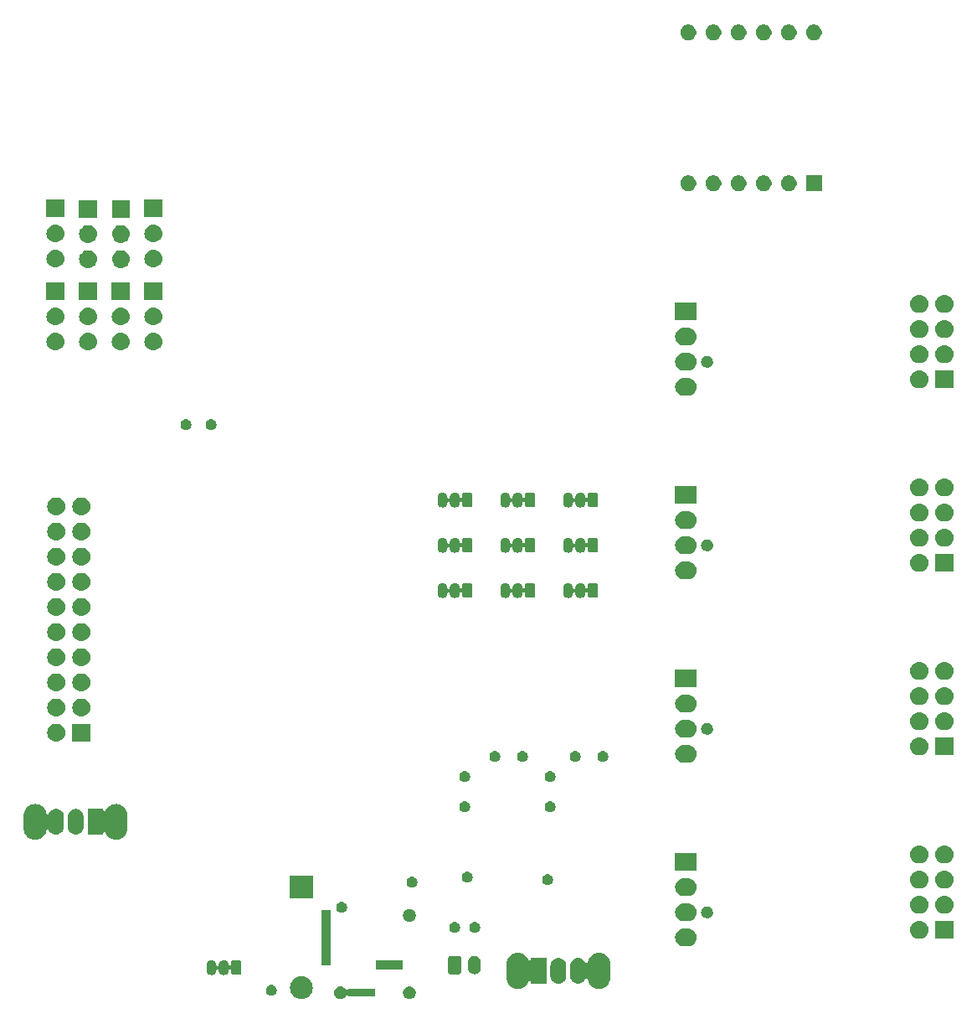
<source format=gbs>
G04 #@! TF.GenerationSoftware,KiCad,Pcbnew,(5.1.0-0)*
G04 #@! TF.CreationDate,2019-07-17T00:11:31+01:00*
G04 #@! TF.ProjectId,Face6,46616365-362e-46b6-9963-61645f706362,rev?*
G04 #@! TF.SameCoordinates,Original*
G04 #@! TF.FileFunction,Soldermask,Bot*
G04 #@! TF.FilePolarity,Negative*
%FSLAX46Y46*%
G04 Gerber Fmt 4.6, Leading zero omitted, Abs format (unit mm)*
G04 Created by KiCad (PCBNEW (5.1.0-0)) date 2019-07-17 00:11:31*
%MOMM*%
%LPD*%
G04 APERTURE LIST*
%ADD10C,0.100000*%
G04 APERTURE END LIST*
D10*
G36*
X173671890Y-136788017D02*
G01*
X173739092Y-136815853D01*
X173790364Y-136837091D01*
X173883023Y-136899004D01*
X173896988Y-136908335D01*
X173987665Y-136999012D01*
X174058910Y-137105638D01*
X174107983Y-137224110D01*
X174133000Y-137349881D01*
X174133000Y-137478119D01*
X174107983Y-137603890D01*
X174060248Y-137719133D01*
X174058909Y-137722364D01*
X173987665Y-137828988D01*
X173896988Y-137919665D01*
X173790364Y-137990909D01*
X173790363Y-137990910D01*
X173790362Y-137990910D01*
X173671890Y-138039983D01*
X173546119Y-138065000D01*
X173417881Y-138065000D01*
X173292110Y-138039983D01*
X173173638Y-137990910D01*
X173173637Y-137990910D01*
X173173636Y-137990909D01*
X173067012Y-137919665D01*
X172976335Y-137828988D01*
X172905091Y-137722364D01*
X172903753Y-137719133D01*
X172856017Y-137603890D01*
X172831000Y-137478119D01*
X172831000Y-137349881D01*
X172856017Y-137224110D01*
X172905090Y-137105638D01*
X172976335Y-136999012D01*
X173067012Y-136908335D01*
X173080977Y-136899004D01*
X173173636Y-136837091D01*
X173224909Y-136815853D01*
X173292110Y-136788017D01*
X173417881Y-136763000D01*
X173546119Y-136763000D01*
X173671890Y-136788017D01*
X173671890Y-136788017D01*
G37*
G36*
X166686890Y-136788017D02*
G01*
X166754092Y-136815853D01*
X166805364Y-136837091D01*
X166898023Y-136899004D01*
X166911988Y-136908335D01*
X167002665Y-136999012D01*
X167076068Y-137108867D01*
X167091613Y-137127809D01*
X167110555Y-137143354D01*
X167132166Y-137154905D01*
X167155615Y-137162018D01*
X167180001Y-137164420D01*
X167204387Y-137162018D01*
X167227836Y-137154905D01*
X167249447Y-137143354D01*
X167268389Y-137127809D01*
X167283934Y-137108867D01*
X167295485Y-137087256D01*
X167302598Y-137063807D01*
X167302677Y-137063000D01*
X170007000Y-137063000D01*
X170007000Y-137765000D01*
X167302677Y-137765000D01*
X167302598Y-137764193D01*
X167295485Y-137740744D01*
X167283934Y-137719133D01*
X167268389Y-137700191D01*
X167249447Y-137684646D01*
X167227836Y-137673095D01*
X167204387Y-137665982D01*
X167180001Y-137663580D01*
X167155615Y-137665982D01*
X167132166Y-137673095D01*
X167110555Y-137684646D01*
X167091613Y-137700191D01*
X167076068Y-137719133D01*
X167002665Y-137828988D01*
X166911988Y-137919665D01*
X166805364Y-137990909D01*
X166805363Y-137990910D01*
X166805362Y-137990910D01*
X166686890Y-138039983D01*
X166561119Y-138065000D01*
X166432881Y-138065000D01*
X166307110Y-138039983D01*
X166188638Y-137990910D01*
X166188637Y-137990910D01*
X166188636Y-137990909D01*
X166082012Y-137919665D01*
X165991335Y-137828988D01*
X165920091Y-137722364D01*
X165918753Y-137719133D01*
X165871017Y-137603890D01*
X165846000Y-137478119D01*
X165846000Y-137349881D01*
X165871017Y-137224110D01*
X165920090Y-137105638D01*
X165991335Y-136999012D01*
X166082012Y-136908335D01*
X166095977Y-136899004D01*
X166188636Y-136837091D01*
X166239909Y-136815853D01*
X166307110Y-136788017D01*
X166432881Y-136763000D01*
X166561119Y-136763000D01*
X166686890Y-136788017D01*
X166686890Y-136788017D01*
G37*
G36*
X162729271Y-135766103D02*
G01*
X162785635Y-135771654D01*
X163002600Y-135837470D01*
X163002602Y-135837471D01*
X163202555Y-135944347D01*
X163377818Y-136088182D01*
X163521653Y-136263445D01*
X163580440Y-136373429D01*
X163628530Y-136463400D01*
X163694346Y-136680365D01*
X163716569Y-136906000D01*
X163694346Y-137131635D01*
X163669279Y-137214270D01*
X163628529Y-137348602D01*
X163521653Y-137548555D01*
X163377818Y-137723818D01*
X163202555Y-137867653D01*
X163002602Y-137974529D01*
X163002600Y-137974530D01*
X162785635Y-138040346D01*
X162729271Y-138045897D01*
X162616545Y-138057000D01*
X162503455Y-138057000D01*
X162390729Y-138045897D01*
X162334365Y-138040346D01*
X162117400Y-137974530D01*
X162117398Y-137974529D01*
X161917445Y-137867653D01*
X161742182Y-137723818D01*
X161598347Y-137548555D01*
X161491471Y-137348602D01*
X161450722Y-137214270D01*
X161425654Y-137131635D01*
X161403431Y-136906000D01*
X161425654Y-136680365D01*
X161491470Y-136463400D01*
X161539560Y-136373429D01*
X161598347Y-136263445D01*
X161742182Y-136088182D01*
X161917445Y-135944347D01*
X162117398Y-135837471D01*
X162117400Y-135837470D01*
X162334365Y-135771654D01*
X162390729Y-135766103D01*
X162503455Y-135755000D01*
X162616545Y-135755000D01*
X162729271Y-135766103D01*
X162729271Y-135766103D01*
G37*
G36*
X159672721Y-136630174D02*
G01*
X159772995Y-136671709D01*
X159785951Y-136680366D01*
X159863242Y-136732010D01*
X159939990Y-136808758D01*
X159958921Y-136837090D01*
X160000291Y-136899005D01*
X160041826Y-136999279D01*
X160063000Y-137105730D01*
X160063000Y-137214270D01*
X160041826Y-137320721D01*
X160000291Y-137420995D01*
X160000290Y-137420996D01*
X159939990Y-137511242D01*
X159863242Y-137587990D01*
X159839446Y-137603890D01*
X159772995Y-137648291D01*
X159672721Y-137689826D01*
X159566270Y-137711000D01*
X159457730Y-137711000D01*
X159351279Y-137689826D01*
X159251005Y-137648291D01*
X159184554Y-137603890D01*
X159160758Y-137587990D01*
X159084010Y-137511242D01*
X159023710Y-137420996D01*
X159023709Y-137420995D01*
X158982174Y-137320721D01*
X158961000Y-137214270D01*
X158961000Y-137105730D01*
X158982174Y-136999279D01*
X159023709Y-136899005D01*
X159065079Y-136837090D01*
X159084010Y-136808758D01*
X159160758Y-136732010D01*
X159238049Y-136680366D01*
X159251005Y-136671709D01*
X159351279Y-136630174D01*
X159457730Y-136609000D01*
X159566270Y-136609000D01*
X159672721Y-136630174D01*
X159672721Y-136630174D01*
G37*
G36*
X184663234Y-133419854D02*
G01*
X184880199Y-133485670D01*
X184880201Y-133485671D01*
X185080153Y-133592547D01*
X185080155Y-133592548D01*
X185080154Y-133592548D01*
X185255418Y-133736382D01*
X185308526Y-133801095D01*
X185399253Y-133911645D01*
X185501362Y-134102679D01*
X185514975Y-134123053D01*
X185532302Y-134140380D01*
X185552677Y-134153994D01*
X185575315Y-134163372D01*
X185599349Y-134168152D01*
X185623853Y-134168152D01*
X185647886Y-134163372D01*
X185670525Y-134153994D01*
X185690899Y-134140381D01*
X185708226Y-134123054D01*
X185721840Y-134102679D01*
X185731218Y-134080041D01*
X185735998Y-134056007D01*
X185736600Y-134043755D01*
X185736600Y-133903200D01*
X187338600Y-133903200D01*
X187338600Y-136505200D01*
X185736600Y-136505200D01*
X185736600Y-136364645D01*
X185734198Y-136340259D01*
X185727085Y-136316810D01*
X185715534Y-136295199D01*
X185699989Y-136276257D01*
X185681047Y-136260712D01*
X185659436Y-136249161D01*
X185635987Y-136242048D01*
X185611601Y-136239646D01*
X185587215Y-136242048D01*
X185563766Y-136249161D01*
X185542155Y-136260712D01*
X185523213Y-136276257D01*
X185507668Y-136295199D01*
X185501362Y-136305721D01*
X185399253Y-136496755D01*
X185255418Y-136672018D01*
X185080155Y-136815853D01*
X184880202Y-136922729D01*
X184880200Y-136922730D01*
X184663235Y-136988546D01*
X184437600Y-137010769D01*
X184211966Y-136988546D01*
X183995001Y-136922730D01*
X183994999Y-136922729D01*
X183795046Y-136815853D01*
X183619783Y-136672018D01*
X183475948Y-136496754D01*
X183369071Y-136296802D01*
X183368585Y-136295199D01*
X183303254Y-136079835D01*
X183286600Y-135910743D01*
X183286600Y-134497658D01*
X183303254Y-134328566D01*
X183369070Y-134111601D01*
X183385939Y-134080041D01*
X183475947Y-133911647D01*
X183555631Y-133814551D01*
X183619782Y-133736382D01*
X183698783Y-133671548D01*
X183795045Y-133592547D01*
X183994998Y-133485671D01*
X183995000Y-133485670D01*
X184211965Y-133419854D01*
X184437600Y-133397631D01*
X184663234Y-133419854D01*
X184663234Y-133419854D01*
G37*
G36*
X192863234Y-133419854D02*
G01*
X193080199Y-133485670D01*
X193080201Y-133485671D01*
X193280153Y-133592547D01*
X193280155Y-133592548D01*
X193280154Y-133592548D01*
X193455418Y-133736382D01*
X193508526Y-133801095D01*
X193599253Y-133911645D01*
X193697078Y-134094664D01*
X193706130Y-134111600D01*
X193767233Y-134313028D01*
X193771946Y-134328566D01*
X193780040Y-134410740D01*
X193788600Y-134497657D01*
X193788600Y-135910743D01*
X193771946Y-136079835D01*
X193706616Y-136295199D01*
X193706129Y-136296802D01*
X193599253Y-136496755D01*
X193455418Y-136672018D01*
X193280155Y-136815853D01*
X193080202Y-136922729D01*
X193080200Y-136922730D01*
X192863235Y-136988546D01*
X192637600Y-137010769D01*
X192411966Y-136988546D01*
X192195001Y-136922730D01*
X192194999Y-136922729D01*
X191995046Y-136815853D01*
X191819783Y-136672018D01*
X191675948Y-136496754D01*
X191569071Y-136296802D01*
X191569070Y-136296800D01*
X191503254Y-136079835D01*
X191503254Y-136079831D01*
X191502612Y-136077716D01*
X191498691Y-136058003D01*
X191489315Y-136035364D01*
X191475701Y-136014990D01*
X191458375Y-135997662D01*
X191438001Y-135984048D01*
X191415362Y-135974670D01*
X191391329Y-135969889D01*
X191366825Y-135969889D01*
X191342791Y-135974669D01*
X191320152Y-135984045D01*
X191299778Y-135997659D01*
X191282450Y-136014985D01*
X191268835Y-136035361D01*
X191206829Y-136151365D01*
X191106733Y-136273333D01*
X190984765Y-136373429D01*
X190845613Y-136447808D01*
X190795282Y-136463075D01*
X190694623Y-136493610D01*
X190537600Y-136509075D01*
X190380578Y-136493610D01*
X190279919Y-136463075D01*
X190229588Y-136447808D01*
X190090436Y-136373429D01*
X189968468Y-136273333D01*
X189868372Y-136151365D01*
X189793993Y-136012213D01*
X189773406Y-135944347D01*
X189748191Y-135861223D01*
X189736601Y-135743545D01*
X189736600Y-134664856D01*
X189748190Y-134547178D01*
X189785448Y-134424354D01*
X189793992Y-134396188D01*
X189868371Y-134257036D01*
X189887005Y-134234330D01*
X189968467Y-134135067D01*
X190090435Y-134034971D01*
X190229587Y-133960592D01*
X190279918Y-133945325D01*
X190380577Y-133914790D01*
X190537600Y-133899325D01*
X190694622Y-133914790D01*
X190795281Y-133945325D01*
X190845612Y-133960592D01*
X190984764Y-134034971D01*
X191106733Y-134135067D01*
X191192264Y-134239287D01*
X191206829Y-134257035D01*
X191268835Y-134373039D01*
X191282449Y-134393413D01*
X191299776Y-134410740D01*
X191320150Y-134424354D01*
X191342789Y-134433731D01*
X191366823Y-134438511D01*
X191391327Y-134438511D01*
X191415360Y-134433730D01*
X191437999Y-134424353D01*
X191458373Y-134410739D01*
X191475700Y-134393412D01*
X191489314Y-134373038D01*
X191498691Y-134350399D01*
X191502612Y-134330685D01*
X191503254Y-134328567D01*
X191503254Y-134328566D01*
X191569070Y-134111601D01*
X191585939Y-134080041D01*
X191675947Y-133911647D01*
X191755631Y-133814551D01*
X191819782Y-133736382D01*
X191898783Y-133671548D01*
X191995045Y-133592547D01*
X192194998Y-133485671D01*
X192195000Y-133485670D01*
X192411965Y-133419854D01*
X192637600Y-133397631D01*
X192863234Y-133419854D01*
X192863234Y-133419854D01*
G37*
G36*
X188694622Y-133914790D02*
G01*
X188795281Y-133945325D01*
X188845612Y-133960592D01*
X188984764Y-134034971D01*
X189106733Y-134135067D01*
X189192264Y-134239287D01*
X189206829Y-134257035D01*
X189281208Y-134396187D01*
X189289752Y-134424353D01*
X189327010Y-134547177D01*
X189330757Y-134585224D01*
X189338360Y-134662413D01*
X189338600Y-134664855D01*
X189338600Y-135743545D01*
X189327010Y-135861223D01*
X189301795Y-135944347D01*
X189281208Y-136012213D01*
X189206829Y-136151365D01*
X189106733Y-136273333D01*
X188984765Y-136373429D01*
X188845613Y-136447808D01*
X188795282Y-136463075D01*
X188694623Y-136493610D01*
X188537600Y-136509075D01*
X188380578Y-136493610D01*
X188279919Y-136463075D01*
X188229588Y-136447808D01*
X188090436Y-136373429D01*
X187968468Y-136273333D01*
X187868372Y-136151365D01*
X187793993Y-136012213D01*
X187773406Y-135944347D01*
X187748191Y-135861223D01*
X187736601Y-135743545D01*
X187736600Y-134664856D01*
X187748190Y-134547178D01*
X187785448Y-134424354D01*
X187793992Y-134396188D01*
X187868371Y-134257036D01*
X187887005Y-134234330D01*
X187968467Y-134135067D01*
X188090435Y-134034971D01*
X188229587Y-133960592D01*
X188279918Y-133945325D01*
X188380577Y-133914790D01*
X188537600Y-133899325D01*
X188694622Y-133914790D01*
X188694622Y-133914790D01*
G37*
G36*
X154804213Y-134130249D02*
G01*
X154898652Y-134158897D01*
X154985687Y-134205418D01*
X155061975Y-134268025D01*
X155124582Y-134344313D01*
X155171103Y-134431348D01*
X155199751Y-134525787D01*
X155205606Y-134585234D01*
X155210385Y-134609258D01*
X155219762Y-134631897D01*
X155233376Y-134652271D01*
X155250703Y-134669598D01*
X155271077Y-134683211D01*
X155293716Y-134692589D01*
X155317749Y-134697369D01*
X155342253Y-134697369D01*
X155366287Y-134692588D01*
X155388926Y-134683211D01*
X155409300Y-134669597D01*
X155426627Y-134652270D01*
X155440240Y-134631896D01*
X155449618Y-134609257D01*
X155455000Y-134572972D01*
X155455000Y-134317140D01*
X155459205Y-134274440D01*
X155469869Y-134239287D01*
X155487186Y-134206890D01*
X155510491Y-134178491D01*
X155538890Y-134155186D01*
X155571287Y-134137869D01*
X155606440Y-134127205D01*
X155649140Y-134123000D01*
X156262860Y-134123000D01*
X156305560Y-134127205D01*
X156340713Y-134137869D01*
X156373110Y-134155186D01*
X156401509Y-134178491D01*
X156424814Y-134206890D01*
X156442131Y-134239287D01*
X156452795Y-134274440D01*
X156457000Y-134317140D01*
X156457000Y-135430860D01*
X156452795Y-135473560D01*
X156442131Y-135508713D01*
X156424814Y-135541110D01*
X156401509Y-135569509D01*
X156373110Y-135592814D01*
X156340713Y-135610131D01*
X156305560Y-135620795D01*
X156262860Y-135625000D01*
X155649140Y-135625000D01*
X155606440Y-135620795D01*
X155571287Y-135610131D01*
X155538890Y-135592814D01*
X155510491Y-135569509D01*
X155487186Y-135541110D01*
X155469869Y-135508713D01*
X155459205Y-135473560D01*
X155455000Y-135430860D01*
X155455000Y-135175028D01*
X155452598Y-135150642D01*
X155445485Y-135127193D01*
X155433934Y-135105582D01*
X155418389Y-135086640D01*
X155399447Y-135071095D01*
X155377836Y-135059544D01*
X155354387Y-135052431D01*
X155330001Y-135050029D01*
X155305615Y-135052431D01*
X155282166Y-135059544D01*
X155260555Y-135071095D01*
X155241613Y-135086640D01*
X155226068Y-135105582D01*
X155214517Y-135127193D01*
X155205606Y-135162770D01*
X155199751Y-135222213D01*
X155171103Y-135316652D01*
X155124582Y-135403687D01*
X155061975Y-135479975D01*
X154985687Y-135542582D01*
X154898651Y-135589103D01*
X154804212Y-135617751D01*
X154706000Y-135627424D01*
X154607787Y-135617751D01*
X154513348Y-135589103D01*
X154426313Y-135542582D01*
X154350025Y-135479975D01*
X154287418Y-135403687D01*
X154240897Y-135316651D01*
X154212249Y-135222212D01*
X154205395Y-135152622D01*
X154200616Y-135128599D01*
X154191239Y-135105960D01*
X154177625Y-135085586D01*
X154160298Y-135068259D01*
X154139924Y-135054645D01*
X154117285Y-135045268D01*
X154093252Y-135040488D01*
X154068747Y-135040488D01*
X154044714Y-135045269D01*
X154022075Y-135054646D01*
X154001701Y-135068260D01*
X153984374Y-135085587D01*
X153970760Y-135105961D01*
X153961383Y-135128600D01*
X153956605Y-135152623D01*
X153949751Y-135222213D01*
X153921103Y-135316652D01*
X153874582Y-135403687D01*
X153811975Y-135479975D01*
X153735687Y-135542582D01*
X153648651Y-135589103D01*
X153554212Y-135617751D01*
X153456000Y-135627424D01*
X153357787Y-135617751D01*
X153263348Y-135589103D01*
X153176313Y-135542582D01*
X153100025Y-135479975D01*
X153037418Y-135403687D01*
X152990897Y-135316651D01*
X152962249Y-135222212D01*
X152955000Y-135148611D01*
X152955000Y-134599398D01*
X152962250Y-134525789D01*
X152962250Y-134525787D01*
X152990898Y-134431348D01*
X153037419Y-134344313D01*
X153100026Y-134268025D01*
X153176314Y-134205418D01*
X153263349Y-134158897D01*
X153357788Y-134130249D01*
X153456000Y-134120576D01*
X153554213Y-134130249D01*
X153648652Y-134158897D01*
X153735687Y-134205418D01*
X153811975Y-134268025D01*
X153874582Y-134344313D01*
X153921103Y-134431348D01*
X153949751Y-134525787D01*
X153956605Y-134595377D01*
X153961384Y-134619400D01*
X153970761Y-134642039D01*
X153984375Y-134662413D01*
X154001702Y-134679740D01*
X154022076Y-134693354D01*
X154044715Y-134702731D01*
X154068748Y-134707511D01*
X154093253Y-134707511D01*
X154117286Y-134702730D01*
X154139925Y-134693353D01*
X154160299Y-134679739D01*
X154177626Y-134662412D01*
X154191240Y-134642038D01*
X154200617Y-134619399D01*
X154205397Y-134595367D01*
X154212250Y-134525789D01*
X154212250Y-134525787D01*
X154240898Y-134431348D01*
X154287419Y-134344313D01*
X154350026Y-134268025D01*
X154426314Y-134205418D01*
X154513349Y-134158897D01*
X154607788Y-134130249D01*
X154706000Y-134120576D01*
X154804213Y-134130249D01*
X154804213Y-134130249D01*
G37*
G36*
X180181617Y-133703420D02*
G01*
X180262399Y-133727925D01*
X180304335Y-133740646D01*
X180417424Y-133801094D01*
X180516554Y-133882447D01*
X180597906Y-133981575D01*
X180658354Y-134094664D01*
X180660785Y-134102679D01*
X180695580Y-134217382D01*
X180705000Y-134313027D01*
X180705000Y-134926973D01*
X180695580Y-135022618D01*
X180676159Y-135086640D01*
X180658354Y-135145336D01*
X180597906Y-135258425D01*
X180516554Y-135357554D01*
X180417425Y-135438906D01*
X180304336Y-135499354D01*
X180273483Y-135508713D01*
X180181618Y-135536580D01*
X180054000Y-135549149D01*
X179926383Y-135536580D01*
X179834518Y-135508713D01*
X179803665Y-135499354D01*
X179690576Y-135438906D01*
X179591447Y-135357554D01*
X179510096Y-135258427D01*
X179510095Y-135258425D01*
X179453547Y-135152633D01*
X179449645Y-135145333D01*
X179431841Y-135086640D01*
X179412420Y-135022618D01*
X179403000Y-134926973D01*
X179403000Y-134313028D01*
X179412420Y-134217383D01*
X179449645Y-134094669D01*
X179449646Y-134094665D01*
X179510094Y-133981576D01*
X179591447Y-133882446D01*
X179690575Y-133801094D01*
X179803664Y-133740646D01*
X179845600Y-133727925D01*
X179926382Y-133703420D01*
X180054000Y-133690851D01*
X180181617Y-133703420D01*
X180181617Y-133703420D01*
G37*
G36*
X178545242Y-133698404D02*
G01*
X178582337Y-133709657D01*
X178616515Y-133727925D01*
X178646481Y-133752519D01*
X178671075Y-133782485D01*
X178689343Y-133816663D01*
X178700596Y-133853758D01*
X178705000Y-133898474D01*
X178705000Y-135341526D01*
X178700596Y-135386242D01*
X178689343Y-135423337D01*
X178671075Y-135457515D01*
X178646481Y-135487481D01*
X178616515Y-135512075D01*
X178582337Y-135530343D01*
X178545242Y-135541596D01*
X178500526Y-135546000D01*
X177607474Y-135546000D01*
X177562758Y-135541596D01*
X177525663Y-135530343D01*
X177491485Y-135512075D01*
X177461519Y-135487481D01*
X177436925Y-135457515D01*
X177418657Y-135423337D01*
X177407404Y-135386242D01*
X177403000Y-135341526D01*
X177403000Y-133898474D01*
X177407404Y-133853758D01*
X177418657Y-133816663D01*
X177436925Y-133782485D01*
X177461519Y-133752519D01*
X177491485Y-133727925D01*
X177525663Y-133709657D01*
X177562758Y-133698404D01*
X177607474Y-133694000D01*
X178500526Y-133694000D01*
X178545242Y-133698404D01*
X178545242Y-133698404D01*
G37*
G36*
X172801000Y-135071000D02*
G01*
X170099000Y-135071000D01*
X170099000Y-134169000D01*
X172801000Y-134169000D01*
X172801000Y-135071000D01*
X172801000Y-135071000D01*
G37*
G36*
X165487500Y-134690500D02*
G01*
X164585500Y-134690500D01*
X164585500Y-129088500D01*
X165487500Y-129088500D01*
X165487500Y-134690500D01*
X165487500Y-134690500D01*
G37*
G36*
X201732343Y-130921361D02*
G01*
X201751568Y-130923254D01*
X201924234Y-130975632D01*
X202083365Y-131060689D01*
X202222844Y-131175156D01*
X202337311Y-131314635D01*
X202422368Y-131473766D01*
X202474746Y-131646433D01*
X202492432Y-131826000D01*
X202474746Y-132005567D01*
X202422368Y-132178234D01*
X202337311Y-132337365D01*
X202222844Y-132476844D01*
X202083365Y-132591311D01*
X201924234Y-132676368D01*
X201751568Y-132728746D01*
X201732343Y-132730639D01*
X201616998Y-132742000D01*
X201227002Y-132742000D01*
X201111657Y-132730639D01*
X201092432Y-132728746D01*
X200919766Y-132676368D01*
X200760635Y-132591311D01*
X200621156Y-132476844D01*
X200506689Y-132337365D01*
X200421632Y-132178234D01*
X200369254Y-132005567D01*
X200351568Y-131826000D01*
X200369254Y-131646433D01*
X200421632Y-131473766D01*
X200506689Y-131314635D01*
X200621156Y-131175156D01*
X200760635Y-131060689D01*
X200919766Y-130975632D01*
X201092432Y-130923254D01*
X201111657Y-130921361D01*
X201227002Y-130910000D01*
X201616998Y-130910000D01*
X201732343Y-130921361D01*
X201732343Y-130921361D01*
G37*
G36*
X228498600Y-131978600D02*
G01*
X226669400Y-131978600D01*
X226669400Y-130149400D01*
X228498600Y-130149400D01*
X228498600Y-131978600D01*
X228498600Y-131978600D01*
G37*
G36*
X225223294Y-130162633D02*
G01*
X225395695Y-130214931D01*
X225554583Y-130299858D01*
X225693849Y-130414151D01*
X225808142Y-130553417D01*
X225893069Y-130712305D01*
X225945367Y-130884706D01*
X225963025Y-131064000D01*
X225945367Y-131243294D01*
X225893069Y-131415695D01*
X225808142Y-131574583D01*
X225693849Y-131713849D01*
X225554583Y-131828142D01*
X225395695Y-131913069D01*
X225223294Y-131965367D01*
X225088931Y-131978600D01*
X224999069Y-131978600D01*
X224864706Y-131965367D01*
X224692305Y-131913069D01*
X224533417Y-131828142D01*
X224394151Y-131713849D01*
X224279858Y-131574583D01*
X224194931Y-131415695D01*
X224142633Y-131243294D01*
X224124975Y-131064000D01*
X224142633Y-130884706D01*
X224194931Y-130712305D01*
X224279858Y-130553417D01*
X224394151Y-130414151D01*
X224533417Y-130299858D01*
X224692305Y-130214931D01*
X224864706Y-130162633D01*
X224999069Y-130149400D01*
X225088931Y-130149400D01*
X225223294Y-130162633D01*
X225223294Y-130162633D01*
G37*
G36*
X178214721Y-130280174D02*
G01*
X178314995Y-130321709D01*
X178314996Y-130321710D01*
X178405242Y-130382010D01*
X178481990Y-130458758D01*
X178481991Y-130458760D01*
X178542291Y-130549005D01*
X178583826Y-130649279D01*
X178605000Y-130755730D01*
X178605000Y-130864270D01*
X178583826Y-130970721D01*
X178542291Y-131070995D01*
X178542290Y-131070996D01*
X178481990Y-131161242D01*
X178405242Y-131237990D01*
X178397305Y-131243293D01*
X178314995Y-131298291D01*
X178214721Y-131339826D01*
X178108270Y-131361000D01*
X177999730Y-131361000D01*
X177893279Y-131339826D01*
X177793005Y-131298291D01*
X177710695Y-131243293D01*
X177702758Y-131237990D01*
X177626010Y-131161242D01*
X177565710Y-131070996D01*
X177565709Y-131070995D01*
X177524174Y-130970721D01*
X177503000Y-130864270D01*
X177503000Y-130755730D01*
X177524174Y-130649279D01*
X177565709Y-130549005D01*
X177626009Y-130458760D01*
X177626010Y-130458758D01*
X177702758Y-130382010D01*
X177793004Y-130321710D01*
X177793005Y-130321709D01*
X177893279Y-130280174D01*
X177999730Y-130259000D01*
X178108270Y-130259000D01*
X178214721Y-130280174D01*
X178214721Y-130280174D01*
G37*
G36*
X180246721Y-130280174D02*
G01*
X180346995Y-130321709D01*
X180346996Y-130321710D01*
X180437242Y-130382010D01*
X180513990Y-130458758D01*
X180513991Y-130458760D01*
X180574291Y-130549005D01*
X180615826Y-130649279D01*
X180637000Y-130755730D01*
X180637000Y-130864270D01*
X180615826Y-130970721D01*
X180574291Y-131070995D01*
X180574290Y-131070996D01*
X180513990Y-131161242D01*
X180437242Y-131237990D01*
X180429305Y-131243293D01*
X180346995Y-131298291D01*
X180246721Y-131339826D01*
X180140270Y-131361000D01*
X180031730Y-131361000D01*
X179925279Y-131339826D01*
X179825005Y-131298291D01*
X179742695Y-131243293D01*
X179734758Y-131237990D01*
X179658010Y-131161242D01*
X179597710Y-131070996D01*
X179597709Y-131070995D01*
X179556174Y-130970721D01*
X179535000Y-130864270D01*
X179535000Y-130755730D01*
X179556174Y-130649279D01*
X179597709Y-130549005D01*
X179658009Y-130458760D01*
X179658010Y-130458758D01*
X179734758Y-130382010D01*
X179825004Y-130321710D01*
X179825005Y-130321709D01*
X179925279Y-130280174D01*
X180031730Y-130259000D01*
X180140270Y-130259000D01*
X180246721Y-130280174D01*
X180246721Y-130280174D01*
G37*
G36*
X173671890Y-128977517D02*
G01*
X173790364Y-129026591D01*
X173896988Y-129097835D01*
X173987665Y-129188512D01*
X174054236Y-129288142D01*
X174058910Y-129295138D01*
X174079644Y-129345195D01*
X174107983Y-129413610D01*
X174133000Y-129539382D01*
X174133000Y-129667618D01*
X174107983Y-129793390D01*
X174058909Y-129911864D01*
X173987665Y-130018488D01*
X173896988Y-130109165D01*
X173790364Y-130180409D01*
X173790363Y-130180410D01*
X173790362Y-130180410D01*
X173671890Y-130229483D01*
X173546119Y-130254500D01*
X173417881Y-130254500D01*
X173292110Y-130229483D01*
X173173638Y-130180410D01*
X173173637Y-130180410D01*
X173173636Y-130180409D01*
X173067012Y-130109165D01*
X172976335Y-130018488D01*
X172905091Y-129911864D01*
X172856017Y-129793390D01*
X172831000Y-129667618D01*
X172831000Y-129539382D01*
X172856017Y-129413610D01*
X172884356Y-129345195D01*
X172905090Y-129295138D01*
X172909765Y-129288142D01*
X172976335Y-129188512D01*
X173067012Y-129097835D01*
X173173636Y-129026591D01*
X173292110Y-128977517D01*
X173417881Y-128952500D01*
X173546119Y-128952500D01*
X173671890Y-128977517D01*
X173671890Y-128977517D01*
G37*
G36*
X201732343Y-128381361D02*
G01*
X201751568Y-128383254D01*
X201924234Y-128435632D01*
X202083365Y-128520689D01*
X202222844Y-128635156D01*
X202337311Y-128774635D01*
X202422368Y-128933766D01*
X202474746Y-129106433D01*
X202492432Y-129286000D01*
X202474746Y-129465567D01*
X202422368Y-129638234D01*
X202337311Y-129797365D01*
X202222844Y-129936844D01*
X202083365Y-130051311D01*
X201924234Y-130136368D01*
X201881273Y-130149400D01*
X201751568Y-130188746D01*
X201732343Y-130190639D01*
X201616998Y-130202000D01*
X201227002Y-130202000D01*
X201111657Y-130190639D01*
X201092432Y-130188746D01*
X200962727Y-130149400D01*
X200919766Y-130136368D01*
X200760635Y-130051311D01*
X200621156Y-129936844D01*
X200506689Y-129797365D01*
X200421632Y-129638234D01*
X200369254Y-129465567D01*
X200351568Y-129286000D01*
X200369254Y-129106433D01*
X200421632Y-128933766D01*
X200506689Y-128774635D01*
X200621156Y-128635156D01*
X200760635Y-128520689D01*
X200919766Y-128435632D01*
X201092432Y-128383254D01*
X201111657Y-128381361D01*
X201227002Y-128370000D01*
X201616998Y-128370000D01*
X201732343Y-128381361D01*
X201732343Y-128381361D01*
G37*
G36*
X203718601Y-128700397D02*
G01*
X203757305Y-128708096D01*
X203789340Y-128721365D01*
X203866680Y-128753400D01*
X203965115Y-128819173D01*
X204048827Y-128902885D01*
X204114600Y-129001320D01*
X204146635Y-129078660D01*
X204158139Y-129106433D01*
X204159904Y-129110696D01*
X204183000Y-129226805D01*
X204183000Y-129345195D01*
X204177455Y-129373069D01*
X204159904Y-129461305D01*
X204158138Y-129465568D01*
X204114600Y-129570680D01*
X204048827Y-129669115D01*
X203965115Y-129752827D01*
X203866680Y-129818600D01*
X203789340Y-129850635D01*
X203757305Y-129863904D01*
X203718601Y-129871603D01*
X203641195Y-129887000D01*
X203522805Y-129887000D01*
X203445399Y-129871603D01*
X203406695Y-129863904D01*
X203374660Y-129850635D01*
X203297320Y-129818600D01*
X203198885Y-129752827D01*
X203115173Y-129669115D01*
X203049400Y-129570680D01*
X203005862Y-129465568D01*
X203004096Y-129461305D01*
X202986545Y-129373069D01*
X202981000Y-129345195D01*
X202981000Y-129226805D01*
X203004096Y-129110696D01*
X203005862Y-129106433D01*
X203017365Y-129078660D01*
X203049400Y-129001320D01*
X203115173Y-128902885D01*
X203198885Y-128819173D01*
X203297320Y-128753400D01*
X203374660Y-128721365D01*
X203406695Y-128708096D01*
X203445399Y-128700397D01*
X203522805Y-128685000D01*
X203641195Y-128685000D01*
X203718601Y-128700397D01*
X203718601Y-128700397D01*
G37*
G36*
X227763294Y-127622633D02*
G01*
X227935695Y-127674931D01*
X228094583Y-127759858D01*
X228233849Y-127874151D01*
X228348142Y-128013417D01*
X228433069Y-128172305D01*
X228485367Y-128344706D01*
X228503025Y-128524000D01*
X228485367Y-128703294D01*
X228433069Y-128875695D01*
X228348142Y-129034583D01*
X228233849Y-129173849D01*
X228094583Y-129288142D01*
X227935695Y-129373069D01*
X227763294Y-129425367D01*
X227628931Y-129438600D01*
X227539069Y-129438600D01*
X227404706Y-129425367D01*
X227232305Y-129373069D01*
X227073417Y-129288142D01*
X226934151Y-129173849D01*
X226819858Y-129034583D01*
X226734931Y-128875695D01*
X226682633Y-128703294D01*
X226664975Y-128524000D01*
X226682633Y-128344706D01*
X226734931Y-128172305D01*
X226819858Y-128013417D01*
X226934151Y-127874151D01*
X227073417Y-127759858D01*
X227232305Y-127674931D01*
X227404706Y-127622633D01*
X227539069Y-127609400D01*
X227628931Y-127609400D01*
X227763294Y-127622633D01*
X227763294Y-127622633D01*
G37*
G36*
X225223294Y-127622633D02*
G01*
X225395695Y-127674931D01*
X225554583Y-127759858D01*
X225693849Y-127874151D01*
X225808142Y-128013417D01*
X225893069Y-128172305D01*
X225945367Y-128344706D01*
X225963025Y-128524000D01*
X225945367Y-128703294D01*
X225893069Y-128875695D01*
X225808142Y-129034583D01*
X225693849Y-129173849D01*
X225554583Y-129288142D01*
X225395695Y-129373069D01*
X225223294Y-129425367D01*
X225088931Y-129438600D01*
X224999069Y-129438600D01*
X224864706Y-129425367D01*
X224692305Y-129373069D01*
X224533417Y-129288142D01*
X224394151Y-129173849D01*
X224279858Y-129034583D01*
X224194931Y-128875695D01*
X224142633Y-128703294D01*
X224124975Y-128524000D01*
X224142633Y-128344706D01*
X224194931Y-128172305D01*
X224279858Y-128013417D01*
X224394151Y-127874151D01*
X224533417Y-127759858D01*
X224692305Y-127674931D01*
X224864706Y-127622633D01*
X224999069Y-127609400D01*
X225088931Y-127609400D01*
X225223294Y-127622633D01*
X225223294Y-127622633D01*
G37*
G36*
X166784721Y-128248174D02*
G01*
X166884995Y-128289709D01*
X166884996Y-128289710D01*
X166975242Y-128350010D01*
X167051990Y-128426758D01*
X167051991Y-128426760D01*
X167112291Y-128517005D01*
X167153826Y-128617279D01*
X167175000Y-128723730D01*
X167175000Y-128832270D01*
X167153826Y-128938721D01*
X167112291Y-129038995D01*
X167112290Y-129038996D01*
X167051990Y-129129242D01*
X166975242Y-129205990D01*
X166944090Y-129226805D01*
X166884995Y-129266291D01*
X166784721Y-129307826D01*
X166678270Y-129329000D01*
X166569730Y-129329000D01*
X166463279Y-129307826D01*
X166363005Y-129266291D01*
X166303910Y-129226805D01*
X166272758Y-129205990D01*
X166196010Y-129129242D01*
X166135710Y-129038996D01*
X166135709Y-129038995D01*
X166094174Y-128938721D01*
X166073000Y-128832270D01*
X166073000Y-128723730D01*
X166094174Y-128617279D01*
X166135709Y-128517005D01*
X166196009Y-128426760D01*
X166196010Y-128426758D01*
X166272758Y-128350010D01*
X166363004Y-128289710D01*
X166363005Y-128289709D01*
X166463279Y-128248174D01*
X166569730Y-128227000D01*
X166678270Y-128227000D01*
X166784721Y-128248174D01*
X166784721Y-128248174D01*
G37*
G36*
X163711000Y-127897000D02*
G01*
X161409000Y-127897000D01*
X161409000Y-125595000D01*
X163711000Y-125595000D01*
X163711000Y-127897000D01*
X163711000Y-127897000D01*
G37*
G36*
X201732343Y-125841361D02*
G01*
X201751568Y-125843254D01*
X201837900Y-125869443D01*
X201924234Y-125895632D01*
X202083365Y-125980689D01*
X202222844Y-126095156D01*
X202337311Y-126234635D01*
X202422368Y-126393766D01*
X202474746Y-126566433D01*
X202492432Y-126746000D01*
X202474746Y-126925567D01*
X202422368Y-127098234D01*
X202337311Y-127257365D01*
X202222844Y-127396844D01*
X202083365Y-127511311D01*
X201924234Y-127596368D01*
X201881273Y-127609400D01*
X201751568Y-127648746D01*
X201732343Y-127650639D01*
X201616998Y-127662000D01*
X201227002Y-127662000D01*
X201111657Y-127650639D01*
X201092432Y-127648746D01*
X200962727Y-127609400D01*
X200919766Y-127596368D01*
X200760635Y-127511311D01*
X200621156Y-127396844D01*
X200506689Y-127257365D01*
X200421632Y-127098234D01*
X200369254Y-126925567D01*
X200351568Y-126746000D01*
X200369254Y-126566433D01*
X200421632Y-126393766D01*
X200506689Y-126234635D01*
X200621156Y-126095156D01*
X200760635Y-125980689D01*
X200919766Y-125895632D01*
X201092432Y-125843254D01*
X201111657Y-125841361D01*
X201227002Y-125830000D01*
X201616998Y-125830000D01*
X201732343Y-125841361D01*
X201732343Y-125841361D01*
G37*
G36*
X227763294Y-125082633D02*
G01*
X227935695Y-125134931D01*
X228094583Y-125219858D01*
X228233849Y-125334151D01*
X228348142Y-125473417D01*
X228433069Y-125632305D01*
X228485367Y-125804706D01*
X228503025Y-125984000D01*
X228485367Y-126163294D01*
X228433069Y-126335695D01*
X228348142Y-126494583D01*
X228233849Y-126633849D01*
X228094583Y-126748142D01*
X227935695Y-126833069D01*
X227763294Y-126885367D01*
X227628931Y-126898600D01*
X227539069Y-126898600D01*
X227404706Y-126885367D01*
X227232305Y-126833069D01*
X227073417Y-126748142D01*
X226934151Y-126633849D01*
X226819858Y-126494583D01*
X226734931Y-126335695D01*
X226682633Y-126163294D01*
X226664975Y-125984000D01*
X226682633Y-125804706D01*
X226734931Y-125632305D01*
X226819858Y-125473417D01*
X226934151Y-125334151D01*
X227073417Y-125219858D01*
X227232305Y-125134931D01*
X227404706Y-125082633D01*
X227539069Y-125069400D01*
X227628931Y-125069400D01*
X227763294Y-125082633D01*
X227763294Y-125082633D01*
G37*
G36*
X225223294Y-125082633D02*
G01*
X225395695Y-125134931D01*
X225554583Y-125219858D01*
X225693849Y-125334151D01*
X225808142Y-125473417D01*
X225893069Y-125632305D01*
X225945367Y-125804706D01*
X225963025Y-125984000D01*
X225945367Y-126163294D01*
X225893069Y-126335695D01*
X225808142Y-126494583D01*
X225693849Y-126633849D01*
X225554583Y-126748142D01*
X225395695Y-126833069D01*
X225223294Y-126885367D01*
X225088931Y-126898600D01*
X224999069Y-126898600D01*
X224864706Y-126885367D01*
X224692305Y-126833069D01*
X224533417Y-126748142D01*
X224394151Y-126633849D01*
X224279858Y-126494583D01*
X224194931Y-126335695D01*
X224142633Y-126163294D01*
X224124975Y-125984000D01*
X224142633Y-125804706D01*
X224194931Y-125632305D01*
X224279858Y-125473417D01*
X224394151Y-125334151D01*
X224533417Y-125219858D01*
X224692305Y-125134931D01*
X224864706Y-125082633D01*
X224999069Y-125069400D01*
X225088931Y-125069400D01*
X225223294Y-125082633D01*
X225223294Y-125082633D01*
G37*
G36*
X173896721Y-125708174D02*
G01*
X173996995Y-125749709D01*
X173996996Y-125749710D01*
X174087242Y-125810010D01*
X174163990Y-125886758D01*
X174163991Y-125886760D01*
X174224291Y-125977005D01*
X174265826Y-126077279D01*
X174287000Y-126183730D01*
X174287000Y-126292270D01*
X174265826Y-126398721D01*
X174224291Y-126498995D01*
X174224290Y-126498996D01*
X174163990Y-126589242D01*
X174087242Y-126665990D01*
X174041812Y-126696345D01*
X173996995Y-126726291D01*
X173896721Y-126767826D01*
X173790270Y-126789000D01*
X173681730Y-126789000D01*
X173575279Y-126767826D01*
X173475005Y-126726291D01*
X173430188Y-126696345D01*
X173384758Y-126665990D01*
X173308010Y-126589242D01*
X173247710Y-126498996D01*
X173247709Y-126498995D01*
X173206174Y-126398721D01*
X173185000Y-126292270D01*
X173185000Y-126183730D01*
X173206174Y-126077279D01*
X173247709Y-125977005D01*
X173308009Y-125886760D01*
X173308010Y-125886758D01*
X173384758Y-125810010D01*
X173475004Y-125749710D01*
X173475005Y-125749709D01*
X173575279Y-125708174D01*
X173681730Y-125687000D01*
X173790270Y-125687000D01*
X173896721Y-125708174D01*
X173896721Y-125708174D01*
G37*
G36*
X187612721Y-125454174D02*
G01*
X187712995Y-125495709D01*
X187712996Y-125495710D01*
X187803242Y-125556010D01*
X187879990Y-125632758D01*
X187879991Y-125632760D01*
X187940291Y-125723005D01*
X187981826Y-125823279D01*
X188003000Y-125929730D01*
X188003000Y-126038270D01*
X187981826Y-126144721D01*
X187940291Y-126244995D01*
X187940290Y-126244996D01*
X187879990Y-126335242D01*
X187803242Y-126411990D01*
X187757812Y-126442345D01*
X187712995Y-126472291D01*
X187612721Y-126513826D01*
X187506270Y-126535000D01*
X187397730Y-126535000D01*
X187291279Y-126513826D01*
X187191005Y-126472291D01*
X187146188Y-126442345D01*
X187100758Y-126411990D01*
X187024010Y-126335242D01*
X186963710Y-126244996D01*
X186963709Y-126244995D01*
X186922174Y-126144721D01*
X186901000Y-126038270D01*
X186901000Y-125929730D01*
X186922174Y-125823279D01*
X186963709Y-125723005D01*
X187024009Y-125632760D01*
X187024010Y-125632758D01*
X187100758Y-125556010D01*
X187191004Y-125495710D01*
X187191005Y-125495709D01*
X187291279Y-125454174D01*
X187397730Y-125433000D01*
X187506270Y-125433000D01*
X187612721Y-125454174D01*
X187612721Y-125454174D01*
G37*
G36*
X179484721Y-125200174D02*
G01*
X179584995Y-125241709D01*
X179584996Y-125241710D01*
X179675242Y-125302010D01*
X179751990Y-125378758D01*
X179751991Y-125378760D01*
X179812291Y-125469005D01*
X179853826Y-125569279D01*
X179875000Y-125675730D01*
X179875000Y-125784270D01*
X179853826Y-125890721D01*
X179812291Y-125990995D01*
X179812290Y-125990996D01*
X179751990Y-126081242D01*
X179675242Y-126157990D01*
X179667305Y-126163293D01*
X179584995Y-126218291D01*
X179484721Y-126259826D01*
X179378270Y-126281000D01*
X179269730Y-126281000D01*
X179163279Y-126259826D01*
X179063005Y-126218291D01*
X178980695Y-126163293D01*
X178972758Y-126157990D01*
X178896010Y-126081242D01*
X178835710Y-125990996D01*
X178835709Y-125990995D01*
X178794174Y-125890721D01*
X178773000Y-125784270D01*
X178773000Y-125675730D01*
X178794174Y-125569279D01*
X178835709Y-125469005D01*
X178896009Y-125378760D01*
X178896010Y-125378758D01*
X178972758Y-125302010D01*
X179063004Y-125241710D01*
X179063005Y-125241709D01*
X179163279Y-125200174D01*
X179269730Y-125179000D01*
X179378270Y-125179000D01*
X179484721Y-125200174D01*
X179484721Y-125200174D01*
G37*
G36*
X202488000Y-125122000D02*
G01*
X200356000Y-125122000D01*
X200356000Y-123290000D01*
X202488000Y-123290000D01*
X202488000Y-125122000D01*
X202488000Y-125122000D01*
G37*
G36*
X225223294Y-122542633D02*
G01*
X225395695Y-122594931D01*
X225554583Y-122679858D01*
X225693849Y-122794151D01*
X225808142Y-122933417D01*
X225893069Y-123092305D01*
X225945367Y-123264706D01*
X225963025Y-123444000D01*
X225945367Y-123623294D01*
X225893069Y-123795695D01*
X225808142Y-123954583D01*
X225693849Y-124093849D01*
X225554583Y-124208142D01*
X225395695Y-124293069D01*
X225223294Y-124345367D01*
X225088931Y-124358600D01*
X224999069Y-124358600D01*
X224864706Y-124345367D01*
X224692305Y-124293069D01*
X224533417Y-124208142D01*
X224394151Y-124093849D01*
X224279858Y-123954583D01*
X224194931Y-123795695D01*
X224142633Y-123623294D01*
X224124975Y-123444000D01*
X224142633Y-123264706D01*
X224194931Y-123092305D01*
X224279858Y-122933417D01*
X224394151Y-122794151D01*
X224533417Y-122679858D01*
X224692305Y-122594931D01*
X224864706Y-122542633D01*
X224999069Y-122529400D01*
X225088931Y-122529400D01*
X225223294Y-122542633D01*
X225223294Y-122542633D01*
G37*
G36*
X227763294Y-122542633D02*
G01*
X227935695Y-122594931D01*
X228094583Y-122679858D01*
X228233849Y-122794151D01*
X228348142Y-122933417D01*
X228433069Y-123092305D01*
X228485367Y-123264706D01*
X228503025Y-123444000D01*
X228485367Y-123623294D01*
X228433069Y-123795695D01*
X228348142Y-123954583D01*
X228233849Y-124093849D01*
X228094583Y-124208142D01*
X227935695Y-124293069D01*
X227763294Y-124345367D01*
X227628931Y-124358600D01*
X227539069Y-124358600D01*
X227404706Y-124345367D01*
X227232305Y-124293069D01*
X227073417Y-124208142D01*
X226934151Y-124093849D01*
X226819858Y-123954583D01*
X226734931Y-123795695D01*
X226682633Y-123623294D01*
X226664975Y-123444000D01*
X226682633Y-123264706D01*
X226734931Y-123092305D01*
X226819858Y-122933417D01*
X226934151Y-122794151D01*
X227073417Y-122679858D01*
X227232305Y-122594931D01*
X227404706Y-122542633D01*
X227539069Y-122529400D01*
X227628931Y-122529400D01*
X227763294Y-122542633D01*
X227763294Y-122542633D01*
G37*
G36*
X144053635Y-118357654D02*
G01*
X144270600Y-118423470D01*
X144270602Y-118423471D01*
X144470555Y-118530347D01*
X144645818Y-118674182D01*
X144789653Y-118849445D01*
X144891762Y-119040479D01*
X144896530Y-119049400D01*
X144926387Y-119147825D01*
X144962346Y-119266366D01*
X144979000Y-119435455D01*
X144979000Y-120848545D01*
X144969006Y-120950011D01*
X144962346Y-121017635D01*
X144900005Y-121223146D01*
X144896529Y-121234602D01*
X144789653Y-121434555D01*
X144710652Y-121530817D01*
X144645818Y-121609818D01*
X144497204Y-121731781D01*
X144470553Y-121753653D01*
X144270601Y-121860529D01*
X144270599Y-121860530D01*
X144053634Y-121926346D01*
X143828000Y-121948569D01*
X143602365Y-121926346D01*
X143385400Y-121860530D01*
X143385398Y-121860529D01*
X143185445Y-121753653D01*
X143089183Y-121674652D01*
X143010182Y-121609818D01*
X142866348Y-121434554D01*
X142840186Y-121385608D01*
X142764238Y-121243520D01*
X142750625Y-121223146D01*
X142733298Y-121205819D01*
X142712923Y-121192205D01*
X142690285Y-121182827D01*
X142666251Y-121178047D01*
X142641747Y-121178047D01*
X142617714Y-121182827D01*
X142595075Y-121192205D01*
X142574701Y-121205818D01*
X142557374Y-121223145D01*
X142543760Y-121243520D01*
X142534382Y-121266158D01*
X142529602Y-121290192D01*
X142529000Y-121302444D01*
X142529000Y-121443000D01*
X140927000Y-121443000D01*
X140927000Y-118841000D01*
X142529000Y-118841000D01*
X142529000Y-118981555D01*
X142531402Y-119005941D01*
X142538515Y-119029390D01*
X142550066Y-119051001D01*
X142565611Y-119069943D01*
X142584553Y-119085488D01*
X142606164Y-119097039D01*
X142629613Y-119104152D01*
X142653999Y-119106554D01*
X142678385Y-119104152D01*
X142701834Y-119097039D01*
X142723445Y-119085488D01*
X142742387Y-119069943D01*
X142764238Y-119040479D01*
X142866348Y-118849446D01*
X143010183Y-118674182D01*
X143185446Y-118530347D01*
X143385399Y-118423471D01*
X143385401Y-118423470D01*
X143602366Y-118357654D01*
X143828000Y-118335431D01*
X144053635Y-118357654D01*
X144053635Y-118357654D01*
G37*
G36*
X135853635Y-118357654D02*
G01*
X136070600Y-118423470D01*
X136070602Y-118423471D01*
X136270555Y-118530347D01*
X136445818Y-118674182D01*
X136589653Y-118849445D01*
X136691762Y-119040479D01*
X136696530Y-119049400D01*
X136726387Y-119147825D01*
X136762986Y-119268475D01*
X136766908Y-119288196D01*
X136776284Y-119310835D01*
X136789897Y-119331210D01*
X136807223Y-119348538D01*
X136827597Y-119362153D01*
X136850236Y-119371531D01*
X136874269Y-119376313D01*
X136898773Y-119376314D01*
X136922806Y-119371534D01*
X136945445Y-119362158D01*
X136965820Y-119348545D01*
X136983148Y-119331219D01*
X136996765Y-119310841D01*
X137058772Y-119194835D01*
X137158868Y-119072867D01*
X137280836Y-118972771D01*
X137419988Y-118898392D01*
X137483929Y-118878996D01*
X137570978Y-118852590D01*
X137728000Y-118837125D01*
X137885023Y-118852590D01*
X137972072Y-118878996D01*
X138036013Y-118898392D01*
X138175165Y-118972771D01*
X138297133Y-119072867D01*
X138397229Y-119194835D01*
X138471608Y-119333987D01*
X138484447Y-119376313D01*
X138517410Y-119484977D01*
X138529000Y-119602655D01*
X138529000Y-120681345D01*
X138517410Y-120799023D01*
X138486875Y-120899682D01*
X138471608Y-120950013D01*
X138459235Y-120973161D01*
X138397229Y-121089165D01*
X138297133Y-121211133D01*
X138200798Y-121290192D01*
X138175164Y-121311229D01*
X138036012Y-121385608D01*
X137985681Y-121400875D01*
X137885022Y-121431410D01*
X137728000Y-121446875D01*
X137570977Y-121431410D01*
X137470318Y-121400875D01*
X137419987Y-121385608D01*
X137280835Y-121311229D01*
X137225916Y-121266158D01*
X137158867Y-121211133D01*
X137058771Y-121089164D01*
X137020537Y-121017633D01*
X136996765Y-120973160D01*
X136983151Y-120952786D01*
X136965824Y-120935459D01*
X136945450Y-120921845D01*
X136922811Y-120912468D01*
X136898777Y-120907688D01*
X136874273Y-120907688D01*
X136850240Y-120912469D01*
X136827601Y-120921846D01*
X136807227Y-120935460D01*
X136789900Y-120952787D01*
X136776286Y-120973161D01*
X136766909Y-120995800D01*
X136762988Y-121015517D01*
X136762346Y-121017633D01*
X136762346Y-121017635D01*
X136696530Y-121234599D01*
X136696529Y-121234602D01*
X136589653Y-121434555D01*
X136510652Y-121530817D01*
X136445818Y-121609818D01*
X136297204Y-121731781D01*
X136270553Y-121753653D01*
X136070601Y-121860529D01*
X136070599Y-121860530D01*
X135853634Y-121926346D01*
X135628000Y-121948569D01*
X135402365Y-121926346D01*
X135185400Y-121860530D01*
X135185398Y-121860529D01*
X134985445Y-121753653D01*
X134889183Y-121674652D01*
X134810182Y-121609818D01*
X134666348Y-121434554D01*
X134640186Y-121385608D01*
X134559471Y-121234601D01*
X134555996Y-121223145D01*
X134493654Y-121017634D01*
X134485561Y-120935460D01*
X134477000Y-120848544D01*
X134477000Y-119435455D01*
X134493654Y-119266366D01*
X134529613Y-119147825D01*
X134559470Y-119049400D01*
X134600429Y-118972771D01*
X134666348Y-118849446D01*
X134810183Y-118674182D01*
X134985446Y-118530347D01*
X135185399Y-118423471D01*
X135185401Y-118423470D01*
X135402366Y-118357654D01*
X135628000Y-118335431D01*
X135853635Y-118357654D01*
X135853635Y-118357654D01*
G37*
G36*
X139885023Y-118852590D02*
G01*
X139972072Y-118878996D01*
X140036013Y-118898392D01*
X140175165Y-118972771D01*
X140297133Y-119072867D01*
X140397229Y-119194835D01*
X140471608Y-119333987D01*
X140484447Y-119376313D01*
X140517410Y-119484977D01*
X140529000Y-119602655D01*
X140529000Y-120681345D01*
X140517410Y-120799023D01*
X140486875Y-120899682D01*
X140471608Y-120950013D01*
X140459235Y-120973161D01*
X140397229Y-121089165D01*
X140297133Y-121211133D01*
X140200798Y-121290192D01*
X140175164Y-121311229D01*
X140036012Y-121385608D01*
X139985681Y-121400875D01*
X139885022Y-121431410D01*
X139728000Y-121446875D01*
X139570977Y-121431410D01*
X139470318Y-121400875D01*
X139419987Y-121385608D01*
X139280835Y-121311229D01*
X139225916Y-121266158D01*
X139158867Y-121211133D01*
X139058771Y-121089164D01*
X139020537Y-121017633D01*
X138984392Y-120950012D01*
X138953613Y-120848545D01*
X138938590Y-120799022D01*
X138927000Y-120681344D01*
X138927001Y-119602655D01*
X138938591Y-119484977D01*
X138971554Y-119376313D01*
X138984393Y-119333987D01*
X139058772Y-119194835D01*
X139158868Y-119072867D01*
X139280836Y-118972771D01*
X139419988Y-118898392D01*
X139483929Y-118878996D01*
X139570978Y-118852590D01*
X139728000Y-118837125D01*
X139885023Y-118852590D01*
X139885023Y-118852590D01*
G37*
G36*
X179230721Y-118088174D02*
G01*
X179330995Y-118129709D01*
X179330996Y-118129710D01*
X179421242Y-118190010D01*
X179497990Y-118266758D01*
X179497991Y-118266760D01*
X179558291Y-118357005D01*
X179599826Y-118457279D01*
X179621000Y-118563730D01*
X179621000Y-118672270D01*
X179599826Y-118778721D01*
X179558291Y-118878995D01*
X179558290Y-118878996D01*
X179497990Y-118969242D01*
X179421242Y-119045990D01*
X179381017Y-119072867D01*
X179330995Y-119106291D01*
X179230721Y-119147826D01*
X179124270Y-119169000D01*
X179015730Y-119169000D01*
X178909279Y-119147826D01*
X178809005Y-119106291D01*
X178758983Y-119072867D01*
X178718758Y-119045990D01*
X178642010Y-118969242D01*
X178581710Y-118878996D01*
X178581709Y-118878995D01*
X178540174Y-118778721D01*
X178519000Y-118672270D01*
X178519000Y-118563730D01*
X178540174Y-118457279D01*
X178581709Y-118357005D01*
X178642009Y-118266760D01*
X178642010Y-118266758D01*
X178718758Y-118190010D01*
X178809004Y-118129710D01*
X178809005Y-118129709D01*
X178909279Y-118088174D01*
X179015730Y-118067000D01*
X179124270Y-118067000D01*
X179230721Y-118088174D01*
X179230721Y-118088174D01*
G37*
G36*
X187866721Y-118088174D02*
G01*
X187966995Y-118129709D01*
X187966996Y-118129710D01*
X188057242Y-118190010D01*
X188133990Y-118266758D01*
X188133991Y-118266760D01*
X188194291Y-118357005D01*
X188235826Y-118457279D01*
X188257000Y-118563730D01*
X188257000Y-118672270D01*
X188235826Y-118778721D01*
X188194291Y-118878995D01*
X188194290Y-118878996D01*
X188133990Y-118969242D01*
X188057242Y-119045990D01*
X188017017Y-119072867D01*
X187966995Y-119106291D01*
X187866721Y-119147826D01*
X187760270Y-119169000D01*
X187651730Y-119169000D01*
X187545279Y-119147826D01*
X187445005Y-119106291D01*
X187394983Y-119072867D01*
X187354758Y-119045990D01*
X187278010Y-118969242D01*
X187217710Y-118878996D01*
X187217709Y-118878995D01*
X187176174Y-118778721D01*
X187155000Y-118672270D01*
X187155000Y-118563730D01*
X187176174Y-118457279D01*
X187217709Y-118357005D01*
X187278009Y-118266760D01*
X187278010Y-118266758D01*
X187354758Y-118190010D01*
X187445004Y-118129710D01*
X187445005Y-118129709D01*
X187545279Y-118088174D01*
X187651730Y-118067000D01*
X187760270Y-118067000D01*
X187866721Y-118088174D01*
X187866721Y-118088174D01*
G37*
G36*
X187866721Y-115040174D02*
G01*
X187966995Y-115081709D01*
X187966996Y-115081710D01*
X188057242Y-115142010D01*
X188133990Y-115218758D01*
X188133991Y-115218760D01*
X188194291Y-115309005D01*
X188235826Y-115409279D01*
X188257000Y-115515730D01*
X188257000Y-115624270D01*
X188235826Y-115730721D01*
X188194291Y-115830995D01*
X188194290Y-115830996D01*
X188133990Y-115921242D01*
X188057242Y-115997990D01*
X188011812Y-116028345D01*
X187966995Y-116058291D01*
X187866721Y-116099826D01*
X187760270Y-116121000D01*
X187651730Y-116121000D01*
X187545279Y-116099826D01*
X187445005Y-116058291D01*
X187400188Y-116028345D01*
X187354758Y-115997990D01*
X187278010Y-115921242D01*
X187217710Y-115830996D01*
X187217709Y-115830995D01*
X187176174Y-115730721D01*
X187155000Y-115624270D01*
X187155000Y-115515730D01*
X187176174Y-115409279D01*
X187217709Y-115309005D01*
X187278009Y-115218760D01*
X187278010Y-115218758D01*
X187354758Y-115142010D01*
X187445004Y-115081710D01*
X187445005Y-115081709D01*
X187545279Y-115040174D01*
X187651730Y-115019000D01*
X187760270Y-115019000D01*
X187866721Y-115040174D01*
X187866721Y-115040174D01*
G37*
G36*
X179230721Y-115040174D02*
G01*
X179330995Y-115081709D01*
X179330996Y-115081710D01*
X179421242Y-115142010D01*
X179497990Y-115218758D01*
X179497991Y-115218760D01*
X179558291Y-115309005D01*
X179599826Y-115409279D01*
X179621000Y-115515730D01*
X179621000Y-115624270D01*
X179599826Y-115730721D01*
X179558291Y-115830995D01*
X179558290Y-115830996D01*
X179497990Y-115921242D01*
X179421242Y-115997990D01*
X179375812Y-116028345D01*
X179330995Y-116058291D01*
X179230721Y-116099826D01*
X179124270Y-116121000D01*
X179015730Y-116121000D01*
X178909279Y-116099826D01*
X178809005Y-116058291D01*
X178764188Y-116028345D01*
X178718758Y-115997990D01*
X178642010Y-115921242D01*
X178581710Y-115830996D01*
X178581709Y-115830995D01*
X178540174Y-115730721D01*
X178519000Y-115624270D01*
X178519000Y-115515730D01*
X178540174Y-115409279D01*
X178581709Y-115309005D01*
X178642009Y-115218760D01*
X178642010Y-115218758D01*
X178718758Y-115142010D01*
X178809004Y-115081710D01*
X178809005Y-115081709D01*
X178909279Y-115040174D01*
X179015730Y-115019000D01*
X179124270Y-115019000D01*
X179230721Y-115040174D01*
X179230721Y-115040174D01*
G37*
G36*
X201732343Y-112379361D02*
G01*
X201751568Y-112381254D01*
X201924234Y-112433632D01*
X202083365Y-112518689D01*
X202222844Y-112633156D01*
X202337311Y-112772635D01*
X202422368Y-112931766D01*
X202474746Y-113104433D01*
X202492432Y-113284000D01*
X202478705Y-113423366D01*
X202474746Y-113463568D01*
X202422368Y-113636234D01*
X202337311Y-113795365D01*
X202222844Y-113934844D01*
X202083365Y-114049311D01*
X201924234Y-114134368D01*
X201837900Y-114160557D01*
X201751568Y-114186746D01*
X201732343Y-114188639D01*
X201616998Y-114200000D01*
X201227002Y-114200000D01*
X201111657Y-114188639D01*
X201092432Y-114186746D01*
X201006100Y-114160557D01*
X200919766Y-114134368D01*
X200760635Y-114049311D01*
X200621156Y-113934844D01*
X200506689Y-113795365D01*
X200421632Y-113636234D01*
X200369254Y-113463568D01*
X200365295Y-113423366D01*
X200351568Y-113284000D01*
X200369254Y-113104433D01*
X200421632Y-112931766D01*
X200506689Y-112772635D01*
X200621156Y-112633156D01*
X200760635Y-112518689D01*
X200919766Y-112433632D01*
X201092432Y-112381254D01*
X201111657Y-112379361D01*
X201227002Y-112368000D01*
X201616998Y-112368000D01*
X201732343Y-112379361D01*
X201732343Y-112379361D01*
G37*
G36*
X193200721Y-113008174D02*
G01*
X193300995Y-113049709D01*
X193300996Y-113049710D01*
X193391242Y-113110010D01*
X193467990Y-113186758D01*
X193467991Y-113186760D01*
X193528291Y-113277005D01*
X193569826Y-113377279D01*
X193591000Y-113483730D01*
X193591000Y-113592270D01*
X193569826Y-113698721D01*
X193528291Y-113798995D01*
X193528290Y-113798996D01*
X193467990Y-113889242D01*
X193391242Y-113965990D01*
X193345812Y-113996345D01*
X193300995Y-114026291D01*
X193200721Y-114067826D01*
X193094270Y-114089000D01*
X192985730Y-114089000D01*
X192879279Y-114067826D01*
X192779005Y-114026291D01*
X192734188Y-113996345D01*
X192688758Y-113965990D01*
X192612010Y-113889242D01*
X192551710Y-113798996D01*
X192551709Y-113798995D01*
X192510174Y-113698721D01*
X192489000Y-113592270D01*
X192489000Y-113483730D01*
X192510174Y-113377279D01*
X192551709Y-113277005D01*
X192612009Y-113186760D01*
X192612010Y-113186758D01*
X192688758Y-113110010D01*
X192779004Y-113049710D01*
X192779005Y-113049709D01*
X192879279Y-113008174D01*
X192985730Y-112987000D01*
X193094270Y-112987000D01*
X193200721Y-113008174D01*
X193200721Y-113008174D01*
G37*
G36*
X190406721Y-113008174D02*
G01*
X190506995Y-113049709D01*
X190506996Y-113049710D01*
X190597242Y-113110010D01*
X190673990Y-113186758D01*
X190673991Y-113186760D01*
X190734291Y-113277005D01*
X190775826Y-113377279D01*
X190797000Y-113483730D01*
X190797000Y-113592270D01*
X190775826Y-113698721D01*
X190734291Y-113798995D01*
X190734290Y-113798996D01*
X190673990Y-113889242D01*
X190597242Y-113965990D01*
X190551812Y-113996345D01*
X190506995Y-114026291D01*
X190406721Y-114067826D01*
X190300270Y-114089000D01*
X190191730Y-114089000D01*
X190085279Y-114067826D01*
X189985005Y-114026291D01*
X189940188Y-113996345D01*
X189894758Y-113965990D01*
X189818010Y-113889242D01*
X189757710Y-113798996D01*
X189757709Y-113798995D01*
X189716174Y-113698721D01*
X189695000Y-113592270D01*
X189695000Y-113483730D01*
X189716174Y-113377279D01*
X189757709Y-113277005D01*
X189818009Y-113186760D01*
X189818010Y-113186758D01*
X189894758Y-113110010D01*
X189985004Y-113049710D01*
X189985005Y-113049709D01*
X190085279Y-113008174D01*
X190191730Y-112987000D01*
X190300270Y-112987000D01*
X190406721Y-113008174D01*
X190406721Y-113008174D01*
G37*
G36*
X185072721Y-113008174D02*
G01*
X185172995Y-113049709D01*
X185172996Y-113049710D01*
X185263242Y-113110010D01*
X185339990Y-113186758D01*
X185339991Y-113186760D01*
X185400291Y-113277005D01*
X185441826Y-113377279D01*
X185463000Y-113483730D01*
X185463000Y-113592270D01*
X185441826Y-113698721D01*
X185400291Y-113798995D01*
X185400290Y-113798996D01*
X185339990Y-113889242D01*
X185263242Y-113965990D01*
X185217812Y-113996345D01*
X185172995Y-114026291D01*
X185072721Y-114067826D01*
X184966270Y-114089000D01*
X184857730Y-114089000D01*
X184751279Y-114067826D01*
X184651005Y-114026291D01*
X184606188Y-113996345D01*
X184560758Y-113965990D01*
X184484010Y-113889242D01*
X184423710Y-113798996D01*
X184423709Y-113798995D01*
X184382174Y-113698721D01*
X184361000Y-113592270D01*
X184361000Y-113483730D01*
X184382174Y-113377279D01*
X184423709Y-113277005D01*
X184484009Y-113186760D01*
X184484010Y-113186758D01*
X184560758Y-113110010D01*
X184651004Y-113049710D01*
X184651005Y-113049709D01*
X184751279Y-113008174D01*
X184857730Y-112987000D01*
X184966270Y-112987000D01*
X185072721Y-113008174D01*
X185072721Y-113008174D01*
G37*
G36*
X182278721Y-113008174D02*
G01*
X182378995Y-113049709D01*
X182378996Y-113049710D01*
X182469242Y-113110010D01*
X182545990Y-113186758D01*
X182545991Y-113186760D01*
X182606291Y-113277005D01*
X182647826Y-113377279D01*
X182669000Y-113483730D01*
X182669000Y-113592270D01*
X182647826Y-113698721D01*
X182606291Y-113798995D01*
X182606290Y-113798996D01*
X182545990Y-113889242D01*
X182469242Y-113965990D01*
X182423812Y-113996345D01*
X182378995Y-114026291D01*
X182278721Y-114067826D01*
X182172270Y-114089000D01*
X182063730Y-114089000D01*
X181957279Y-114067826D01*
X181857005Y-114026291D01*
X181812188Y-113996345D01*
X181766758Y-113965990D01*
X181690010Y-113889242D01*
X181629710Y-113798996D01*
X181629709Y-113798995D01*
X181588174Y-113698721D01*
X181567000Y-113592270D01*
X181567000Y-113483730D01*
X181588174Y-113377279D01*
X181629709Y-113277005D01*
X181690009Y-113186760D01*
X181690010Y-113186758D01*
X181766758Y-113110010D01*
X181857004Y-113049710D01*
X181857005Y-113049709D01*
X181957279Y-113008174D01*
X182063730Y-112987000D01*
X182172270Y-112987000D01*
X182278721Y-113008174D01*
X182278721Y-113008174D01*
G37*
G36*
X228498600Y-113436600D02*
G01*
X226669400Y-113436600D01*
X226669400Y-111607400D01*
X228498600Y-111607400D01*
X228498600Y-113436600D01*
X228498600Y-113436600D01*
G37*
G36*
X225223294Y-111620633D02*
G01*
X225395695Y-111672931D01*
X225554583Y-111757858D01*
X225693849Y-111872151D01*
X225808142Y-112011417D01*
X225893069Y-112170305D01*
X225945367Y-112342706D01*
X225963025Y-112522000D01*
X225945367Y-112701294D01*
X225893069Y-112873695D01*
X225808142Y-113032583D01*
X225693849Y-113171849D01*
X225554583Y-113286142D01*
X225395695Y-113371069D01*
X225223294Y-113423367D01*
X225088931Y-113436600D01*
X224999069Y-113436600D01*
X224864706Y-113423367D01*
X224692305Y-113371069D01*
X224533417Y-113286142D01*
X224394151Y-113171849D01*
X224279858Y-113032583D01*
X224194931Y-112873695D01*
X224142633Y-112701294D01*
X224124975Y-112522000D01*
X224142633Y-112342706D01*
X224194931Y-112170305D01*
X224279858Y-112011417D01*
X224394151Y-111872151D01*
X224533417Y-111757858D01*
X224692305Y-111672931D01*
X224864706Y-111620633D01*
X224999069Y-111607400D01*
X225088931Y-111607400D01*
X225223294Y-111620633D01*
X225223294Y-111620633D01*
G37*
G36*
X137948894Y-110249033D02*
G01*
X138121295Y-110301331D01*
X138280183Y-110386258D01*
X138419449Y-110500551D01*
X138533742Y-110639817D01*
X138618669Y-110798705D01*
X138670967Y-110971106D01*
X138688625Y-111150400D01*
X138670967Y-111329694D01*
X138618669Y-111502095D01*
X138533742Y-111660983D01*
X138419449Y-111800249D01*
X138280183Y-111914542D01*
X138121295Y-111999469D01*
X137948894Y-112051767D01*
X137814531Y-112065000D01*
X137724669Y-112065000D01*
X137590306Y-112051767D01*
X137417905Y-111999469D01*
X137259017Y-111914542D01*
X137119751Y-111800249D01*
X137005458Y-111660983D01*
X136920531Y-111502095D01*
X136868233Y-111329694D01*
X136850575Y-111150400D01*
X136868233Y-110971106D01*
X136920531Y-110798705D01*
X137005458Y-110639817D01*
X137119751Y-110500551D01*
X137259017Y-110386258D01*
X137417905Y-110301331D01*
X137590306Y-110249033D01*
X137724669Y-110235800D01*
X137814531Y-110235800D01*
X137948894Y-110249033D01*
X137948894Y-110249033D01*
G37*
G36*
X141224200Y-112065000D02*
G01*
X139395000Y-112065000D01*
X139395000Y-110235800D01*
X141224200Y-110235800D01*
X141224200Y-112065000D01*
X141224200Y-112065000D01*
G37*
G36*
X201732343Y-109839361D02*
G01*
X201751568Y-109841254D01*
X201837900Y-109867443D01*
X201924234Y-109893632D01*
X202083365Y-109978689D01*
X202222844Y-110093156D01*
X202337311Y-110232635D01*
X202422368Y-110391766D01*
X202474746Y-110564433D01*
X202492432Y-110744000D01*
X202474746Y-110923567D01*
X202422368Y-111096234D01*
X202337311Y-111255365D01*
X202222844Y-111394844D01*
X202083365Y-111509311D01*
X201924234Y-111594368D01*
X201881273Y-111607400D01*
X201751568Y-111646746D01*
X201732343Y-111648639D01*
X201616998Y-111660000D01*
X201227002Y-111660000D01*
X201111657Y-111648639D01*
X201092432Y-111646746D01*
X200962727Y-111607400D01*
X200919766Y-111594368D01*
X200760635Y-111509311D01*
X200621156Y-111394844D01*
X200506689Y-111255365D01*
X200421632Y-111096234D01*
X200369254Y-110923567D01*
X200351568Y-110744000D01*
X200369254Y-110564433D01*
X200421632Y-110391766D01*
X200506689Y-110232635D01*
X200621156Y-110093156D01*
X200760635Y-109978689D01*
X200919766Y-109893632D01*
X201006100Y-109867443D01*
X201092432Y-109841254D01*
X201111657Y-109839361D01*
X201227002Y-109828000D01*
X201616998Y-109828000D01*
X201732343Y-109839361D01*
X201732343Y-109839361D01*
G37*
G36*
X203718601Y-110158397D02*
G01*
X203757305Y-110166096D01*
X203789340Y-110179365D01*
X203866680Y-110211400D01*
X203965115Y-110277173D01*
X204048827Y-110360885D01*
X204114600Y-110459320D01*
X204131678Y-110500551D01*
X204158139Y-110564433D01*
X204159904Y-110568696D01*
X204183000Y-110684805D01*
X204183000Y-110803195D01*
X204177455Y-110831069D01*
X204159904Y-110919305D01*
X204158138Y-110923568D01*
X204114600Y-111028680D01*
X204048827Y-111127115D01*
X203965115Y-111210827D01*
X203866680Y-111276600D01*
X203789340Y-111308635D01*
X203757305Y-111321904D01*
X203718601Y-111329603D01*
X203641195Y-111345000D01*
X203522805Y-111345000D01*
X203445399Y-111329603D01*
X203406695Y-111321904D01*
X203374660Y-111308635D01*
X203297320Y-111276600D01*
X203198885Y-111210827D01*
X203115173Y-111127115D01*
X203049400Y-111028680D01*
X203005862Y-110923568D01*
X203004096Y-110919305D01*
X202986545Y-110831069D01*
X202981000Y-110803195D01*
X202981000Y-110684805D01*
X203004096Y-110568696D01*
X203005862Y-110564433D01*
X203032322Y-110500551D01*
X203049400Y-110459320D01*
X203115173Y-110360885D01*
X203198885Y-110277173D01*
X203297320Y-110211400D01*
X203374660Y-110179365D01*
X203406695Y-110166096D01*
X203445399Y-110158397D01*
X203522805Y-110143000D01*
X203641195Y-110143000D01*
X203718601Y-110158397D01*
X203718601Y-110158397D01*
G37*
G36*
X227763294Y-109080633D02*
G01*
X227935695Y-109132931D01*
X228094583Y-109217858D01*
X228233849Y-109332151D01*
X228348142Y-109471417D01*
X228433069Y-109630305D01*
X228485367Y-109802706D01*
X228503025Y-109982000D01*
X228485367Y-110161294D01*
X228433069Y-110333695D01*
X228348142Y-110492583D01*
X228233849Y-110631849D01*
X228094583Y-110746142D01*
X227935695Y-110831069D01*
X227763294Y-110883367D01*
X227628931Y-110896600D01*
X227539069Y-110896600D01*
X227404706Y-110883367D01*
X227232305Y-110831069D01*
X227073417Y-110746142D01*
X226934151Y-110631849D01*
X226819858Y-110492583D01*
X226734931Y-110333695D01*
X226682633Y-110161294D01*
X226664975Y-109982000D01*
X226682633Y-109802706D01*
X226734931Y-109630305D01*
X226819858Y-109471417D01*
X226934151Y-109332151D01*
X227073417Y-109217858D01*
X227232305Y-109132931D01*
X227404706Y-109080633D01*
X227539069Y-109067400D01*
X227628931Y-109067400D01*
X227763294Y-109080633D01*
X227763294Y-109080633D01*
G37*
G36*
X225223294Y-109080633D02*
G01*
X225395695Y-109132931D01*
X225554583Y-109217858D01*
X225693849Y-109332151D01*
X225808142Y-109471417D01*
X225893069Y-109630305D01*
X225945367Y-109802706D01*
X225963025Y-109982000D01*
X225945367Y-110161294D01*
X225893069Y-110333695D01*
X225808142Y-110492583D01*
X225693849Y-110631849D01*
X225554583Y-110746142D01*
X225395695Y-110831069D01*
X225223294Y-110883367D01*
X225088931Y-110896600D01*
X224999069Y-110896600D01*
X224864706Y-110883367D01*
X224692305Y-110831069D01*
X224533417Y-110746142D01*
X224394151Y-110631849D01*
X224279858Y-110492583D01*
X224194931Y-110333695D01*
X224142633Y-110161294D01*
X224124975Y-109982000D01*
X224142633Y-109802706D01*
X224194931Y-109630305D01*
X224279858Y-109471417D01*
X224394151Y-109332151D01*
X224533417Y-109217858D01*
X224692305Y-109132931D01*
X224864706Y-109080633D01*
X224999069Y-109067400D01*
X225088931Y-109067400D01*
X225223294Y-109080633D01*
X225223294Y-109080633D01*
G37*
G36*
X140488894Y-107709033D02*
G01*
X140661295Y-107761331D01*
X140820183Y-107846258D01*
X140959449Y-107960551D01*
X141073742Y-108099817D01*
X141158669Y-108258705D01*
X141210967Y-108431106D01*
X141228625Y-108610400D01*
X141210967Y-108789694D01*
X141158669Y-108962095D01*
X141073742Y-109120983D01*
X140959449Y-109260249D01*
X140820183Y-109374542D01*
X140661295Y-109459469D01*
X140488894Y-109511767D01*
X140354531Y-109525000D01*
X140264669Y-109525000D01*
X140130306Y-109511767D01*
X139957905Y-109459469D01*
X139799017Y-109374542D01*
X139659751Y-109260249D01*
X139545458Y-109120983D01*
X139460531Y-108962095D01*
X139408233Y-108789694D01*
X139390575Y-108610400D01*
X139408233Y-108431106D01*
X139460531Y-108258705D01*
X139545458Y-108099817D01*
X139659751Y-107960551D01*
X139799017Y-107846258D01*
X139957905Y-107761331D01*
X140130306Y-107709033D01*
X140264669Y-107695800D01*
X140354531Y-107695800D01*
X140488894Y-107709033D01*
X140488894Y-107709033D01*
G37*
G36*
X137948894Y-107709033D02*
G01*
X138121295Y-107761331D01*
X138280183Y-107846258D01*
X138419449Y-107960551D01*
X138533742Y-108099817D01*
X138618669Y-108258705D01*
X138670967Y-108431106D01*
X138688625Y-108610400D01*
X138670967Y-108789694D01*
X138618669Y-108962095D01*
X138533742Y-109120983D01*
X138419449Y-109260249D01*
X138280183Y-109374542D01*
X138121295Y-109459469D01*
X137948894Y-109511767D01*
X137814531Y-109525000D01*
X137724669Y-109525000D01*
X137590306Y-109511767D01*
X137417905Y-109459469D01*
X137259017Y-109374542D01*
X137119751Y-109260249D01*
X137005458Y-109120983D01*
X136920531Y-108962095D01*
X136868233Y-108789694D01*
X136850575Y-108610400D01*
X136868233Y-108431106D01*
X136920531Y-108258705D01*
X137005458Y-108099817D01*
X137119751Y-107960551D01*
X137259017Y-107846258D01*
X137417905Y-107761331D01*
X137590306Y-107709033D01*
X137724669Y-107695800D01*
X137814531Y-107695800D01*
X137948894Y-107709033D01*
X137948894Y-107709033D01*
G37*
G36*
X201732343Y-107299361D02*
G01*
X201751568Y-107301254D01*
X201924234Y-107353632D01*
X202083365Y-107438689D01*
X202222844Y-107553156D01*
X202337311Y-107692635D01*
X202422368Y-107851766D01*
X202474746Y-108024433D01*
X202492432Y-108204000D01*
X202474746Y-108383567D01*
X202422368Y-108556234D01*
X202337311Y-108715365D01*
X202222844Y-108854844D01*
X202083365Y-108969311D01*
X201924234Y-109054368D01*
X201881273Y-109067400D01*
X201751568Y-109106746D01*
X201732343Y-109108639D01*
X201616998Y-109120000D01*
X201227002Y-109120000D01*
X201111657Y-109108639D01*
X201092432Y-109106746D01*
X200962727Y-109067400D01*
X200919766Y-109054368D01*
X200760635Y-108969311D01*
X200621156Y-108854844D01*
X200506689Y-108715365D01*
X200421632Y-108556234D01*
X200369254Y-108383567D01*
X200351568Y-108204000D01*
X200369254Y-108024433D01*
X200421632Y-107851766D01*
X200506689Y-107692635D01*
X200621156Y-107553156D01*
X200760635Y-107438689D01*
X200919766Y-107353632D01*
X201092432Y-107301254D01*
X201111657Y-107299361D01*
X201227002Y-107288000D01*
X201616998Y-107288000D01*
X201732343Y-107299361D01*
X201732343Y-107299361D01*
G37*
G36*
X227763294Y-106540633D02*
G01*
X227935695Y-106592931D01*
X228094583Y-106677858D01*
X228233849Y-106792151D01*
X228348142Y-106931417D01*
X228433069Y-107090305D01*
X228485367Y-107262706D01*
X228503025Y-107442000D01*
X228485367Y-107621294D01*
X228433069Y-107793695D01*
X228348142Y-107952583D01*
X228233849Y-108091849D01*
X228094583Y-108206142D01*
X227935695Y-108291069D01*
X227763294Y-108343367D01*
X227628931Y-108356600D01*
X227539069Y-108356600D01*
X227404706Y-108343367D01*
X227232305Y-108291069D01*
X227073417Y-108206142D01*
X226934151Y-108091849D01*
X226819858Y-107952583D01*
X226734931Y-107793695D01*
X226682633Y-107621294D01*
X226664975Y-107442000D01*
X226682633Y-107262706D01*
X226734931Y-107090305D01*
X226819858Y-106931417D01*
X226934151Y-106792151D01*
X227073417Y-106677858D01*
X227232305Y-106592931D01*
X227404706Y-106540633D01*
X227539069Y-106527400D01*
X227628931Y-106527400D01*
X227763294Y-106540633D01*
X227763294Y-106540633D01*
G37*
G36*
X225223294Y-106540633D02*
G01*
X225395695Y-106592931D01*
X225554583Y-106677858D01*
X225693849Y-106792151D01*
X225808142Y-106931417D01*
X225893069Y-107090305D01*
X225945367Y-107262706D01*
X225963025Y-107442000D01*
X225945367Y-107621294D01*
X225893069Y-107793695D01*
X225808142Y-107952583D01*
X225693849Y-108091849D01*
X225554583Y-108206142D01*
X225395695Y-108291069D01*
X225223294Y-108343367D01*
X225088931Y-108356600D01*
X224999069Y-108356600D01*
X224864706Y-108343367D01*
X224692305Y-108291069D01*
X224533417Y-108206142D01*
X224394151Y-108091849D01*
X224279858Y-107952583D01*
X224194931Y-107793695D01*
X224142633Y-107621294D01*
X224124975Y-107442000D01*
X224142633Y-107262706D01*
X224194931Y-107090305D01*
X224279858Y-106931417D01*
X224394151Y-106792151D01*
X224533417Y-106677858D01*
X224692305Y-106592931D01*
X224864706Y-106540633D01*
X224999069Y-106527400D01*
X225088931Y-106527400D01*
X225223294Y-106540633D01*
X225223294Y-106540633D01*
G37*
G36*
X140488894Y-105169033D02*
G01*
X140661295Y-105221331D01*
X140820183Y-105306258D01*
X140959449Y-105420551D01*
X141073742Y-105559817D01*
X141158669Y-105718705D01*
X141210967Y-105891106D01*
X141228625Y-106070400D01*
X141210967Y-106249694D01*
X141158669Y-106422095D01*
X141073742Y-106580983D01*
X140959449Y-106720249D01*
X140820183Y-106834542D01*
X140661295Y-106919469D01*
X140488894Y-106971767D01*
X140354531Y-106985000D01*
X140264669Y-106985000D01*
X140130306Y-106971767D01*
X139957905Y-106919469D01*
X139799017Y-106834542D01*
X139659751Y-106720249D01*
X139545458Y-106580983D01*
X139460531Y-106422095D01*
X139408233Y-106249694D01*
X139390575Y-106070400D01*
X139408233Y-105891106D01*
X139460531Y-105718705D01*
X139545458Y-105559817D01*
X139659751Y-105420551D01*
X139799017Y-105306258D01*
X139957905Y-105221331D01*
X140130306Y-105169033D01*
X140264669Y-105155800D01*
X140354531Y-105155800D01*
X140488894Y-105169033D01*
X140488894Y-105169033D01*
G37*
G36*
X137948894Y-105169033D02*
G01*
X138121295Y-105221331D01*
X138280183Y-105306258D01*
X138419449Y-105420551D01*
X138533742Y-105559817D01*
X138618669Y-105718705D01*
X138670967Y-105891106D01*
X138688625Y-106070400D01*
X138670967Y-106249694D01*
X138618669Y-106422095D01*
X138533742Y-106580983D01*
X138419449Y-106720249D01*
X138280183Y-106834542D01*
X138121295Y-106919469D01*
X137948894Y-106971767D01*
X137814531Y-106985000D01*
X137724669Y-106985000D01*
X137590306Y-106971767D01*
X137417905Y-106919469D01*
X137259017Y-106834542D01*
X137119751Y-106720249D01*
X137005458Y-106580983D01*
X136920531Y-106422095D01*
X136868233Y-106249694D01*
X136850575Y-106070400D01*
X136868233Y-105891106D01*
X136920531Y-105718705D01*
X137005458Y-105559817D01*
X137119751Y-105420551D01*
X137259017Y-105306258D01*
X137417905Y-105221331D01*
X137590306Y-105169033D01*
X137724669Y-105155800D01*
X137814531Y-105155800D01*
X137948894Y-105169033D01*
X137948894Y-105169033D01*
G37*
G36*
X202488000Y-106580000D02*
G01*
X200356000Y-106580000D01*
X200356000Y-104748000D01*
X202488000Y-104748000D01*
X202488000Y-106580000D01*
X202488000Y-106580000D01*
G37*
G36*
X225223294Y-104000633D02*
G01*
X225395695Y-104052931D01*
X225554583Y-104137858D01*
X225693849Y-104252151D01*
X225808142Y-104391417D01*
X225893069Y-104550305D01*
X225945367Y-104722706D01*
X225963025Y-104902000D01*
X225945367Y-105081294D01*
X225893069Y-105253695D01*
X225808142Y-105412583D01*
X225693849Y-105551849D01*
X225554583Y-105666142D01*
X225395695Y-105751069D01*
X225223294Y-105803367D01*
X225088931Y-105816600D01*
X224999069Y-105816600D01*
X224864706Y-105803367D01*
X224692305Y-105751069D01*
X224533417Y-105666142D01*
X224394151Y-105551849D01*
X224279858Y-105412583D01*
X224194931Y-105253695D01*
X224142633Y-105081294D01*
X224124975Y-104902000D01*
X224142633Y-104722706D01*
X224194931Y-104550305D01*
X224279858Y-104391417D01*
X224394151Y-104252151D01*
X224533417Y-104137858D01*
X224692305Y-104052931D01*
X224864706Y-104000633D01*
X224999069Y-103987400D01*
X225088931Y-103987400D01*
X225223294Y-104000633D01*
X225223294Y-104000633D01*
G37*
G36*
X227763294Y-104000633D02*
G01*
X227935695Y-104052931D01*
X228094583Y-104137858D01*
X228233849Y-104252151D01*
X228348142Y-104391417D01*
X228433069Y-104550305D01*
X228485367Y-104722706D01*
X228503025Y-104902000D01*
X228485367Y-105081294D01*
X228433069Y-105253695D01*
X228348142Y-105412583D01*
X228233849Y-105551849D01*
X228094583Y-105666142D01*
X227935695Y-105751069D01*
X227763294Y-105803367D01*
X227628931Y-105816600D01*
X227539069Y-105816600D01*
X227404706Y-105803367D01*
X227232305Y-105751069D01*
X227073417Y-105666142D01*
X226934151Y-105551849D01*
X226819858Y-105412583D01*
X226734931Y-105253695D01*
X226682633Y-105081294D01*
X226664975Y-104902000D01*
X226682633Y-104722706D01*
X226734931Y-104550305D01*
X226819858Y-104391417D01*
X226934151Y-104252151D01*
X227073417Y-104137858D01*
X227232305Y-104052931D01*
X227404706Y-104000633D01*
X227539069Y-103987400D01*
X227628931Y-103987400D01*
X227763294Y-104000633D01*
X227763294Y-104000633D01*
G37*
G36*
X137948894Y-102629033D02*
G01*
X138121295Y-102681331D01*
X138280183Y-102766258D01*
X138419449Y-102880551D01*
X138533742Y-103019817D01*
X138618669Y-103178705D01*
X138670967Y-103351106D01*
X138688625Y-103530400D01*
X138670967Y-103709694D01*
X138618669Y-103882095D01*
X138533742Y-104040983D01*
X138419449Y-104180249D01*
X138280183Y-104294542D01*
X138121295Y-104379469D01*
X137948894Y-104431767D01*
X137814531Y-104445000D01*
X137724669Y-104445000D01*
X137590306Y-104431767D01*
X137417905Y-104379469D01*
X137259017Y-104294542D01*
X137119751Y-104180249D01*
X137005458Y-104040983D01*
X136920531Y-103882095D01*
X136868233Y-103709694D01*
X136850575Y-103530400D01*
X136868233Y-103351106D01*
X136920531Y-103178705D01*
X137005458Y-103019817D01*
X137119751Y-102880551D01*
X137259017Y-102766258D01*
X137417905Y-102681331D01*
X137590306Y-102629033D01*
X137724669Y-102615800D01*
X137814531Y-102615800D01*
X137948894Y-102629033D01*
X137948894Y-102629033D01*
G37*
G36*
X140488894Y-102629033D02*
G01*
X140661295Y-102681331D01*
X140820183Y-102766258D01*
X140959449Y-102880551D01*
X141073742Y-103019817D01*
X141158669Y-103178705D01*
X141210967Y-103351106D01*
X141228625Y-103530400D01*
X141210967Y-103709694D01*
X141158669Y-103882095D01*
X141073742Y-104040983D01*
X140959449Y-104180249D01*
X140820183Y-104294542D01*
X140661295Y-104379469D01*
X140488894Y-104431767D01*
X140354531Y-104445000D01*
X140264669Y-104445000D01*
X140130306Y-104431767D01*
X139957905Y-104379469D01*
X139799017Y-104294542D01*
X139659751Y-104180249D01*
X139545458Y-104040983D01*
X139460531Y-103882095D01*
X139408233Y-103709694D01*
X139390575Y-103530400D01*
X139408233Y-103351106D01*
X139460531Y-103178705D01*
X139545458Y-103019817D01*
X139659751Y-102880551D01*
X139799017Y-102766258D01*
X139957905Y-102681331D01*
X140130306Y-102629033D01*
X140264669Y-102615800D01*
X140354531Y-102615800D01*
X140488894Y-102629033D01*
X140488894Y-102629033D01*
G37*
G36*
X140488894Y-100089033D02*
G01*
X140661295Y-100141331D01*
X140820183Y-100226258D01*
X140959449Y-100340551D01*
X141073742Y-100479817D01*
X141158669Y-100638705D01*
X141210967Y-100811106D01*
X141228625Y-100990400D01*
X141210967Y-101169694D01*
X141158669Y-101342095D01*
X141073742Y-101500983D01*
X140959449Y-101640249D01*
X140820183Y-101754542D01*
X140661295Y-101839469D01*
X140488894Y-101891767D01*
X140354531Y-101905000D01*
X140264669Y-101905000D01*
X140130306Y-101891767D01*
X139957905Y-101839469D01*
X139799017Y-101754542D01*
X139659751Y-101640249D01*
X139545458Y-101500983D01*
X139460531Y-101342095D01*
X139408233Y-101169694D01*
X139390575Y-100990400D01*
X139408233Y-100811106D01*
X139460531Y-100638705D01*
X139545458Y-100479817D01*
X139659751Y-100340551D01*
X139799017Y-100226258D01*
X139957905Y-100141331D01*
X140130306Y-100089033D01*
X140264669Y-100075800D01*
X140354531Y-100075800D01*
X140488894Y-100089033D01*
X140488894Y-100089033D01*
G37*
G36*
X137948894Y-100089033D02*
G01*
X138121295Y-100141331D01*
X138280183Y-100226258D01*
X138419449Y-100340551D01*
X138533742Y-100479817D01*
X138618669Y-100638705D01*
X138670967Y-100811106D01*
X138688625Y-100990400D01*
X138670967Y-101169694D01*
X138618669Y-101342095D01*
X138533742Y-101500983D01*
X138419449Y-101640249D01*
X138280183Y-101754542D01*
X138121295Y-101839469D01*
X137948894Y-101891767D01*
X137814531Y-101905000D01*
X137724669Y-101905000D01*
X137590306Y-101891767D01*
X137417905Y-101839469D01*
X137259017Y-101754542D01*
X137119751Y-101640249D01*
X137005458Y-101500983D01*
X136920531Y-101342095D01*
X136868233Y-101169694D01*
X136850575Y-100990400D01*
X136868233Y-100811106D01*
X136920531Y-100638705D01*
X137005458Y-100479817D01*
X137119751Y-100340551D01*
X137259017Y-100226258D01*
X137417905Y-100141331D01*
X137590306Y-100089033D01*
X137724669Y-100075800D01*
X137814531Y-100075800D01*
X137948894Y-100089033D01*
X137948894Y-100089033D01*
G37*
G36*
X137948894Y-97549033D02*
G01*
X138121295Y-97601331D01*
X138280183Y-97686258D01*
X138419449Y-97800551D01*
X138533742Y-97939817D01*
X138618669Y-98098705D01*
X138670967Y-98271106D01*
X138688625Y-98450400D01*
X138670967Y-98629694D01*
X138618669Y-98802095D01*
X138533742Y-98960983D01*
X138419449Y-99100249D01*
X138280183Y-99214542D01*
X138121295Y-99299469D01*
X137948894Y-99351767D01*
X137814531Y-99365000D01*
X137724669Y-99365000D01*
X137590306Y-99351767D01*
X137417905Y-99299469D01*
X137259017Y-99214542D01*
X137119751Y-99100249D01*
X137005458Y-98960983D01*
X136920531Y-98802095D01*
X136868233Y-98629694D01*
X136850575Y-98450400D01*
X136868233Y-98271106D01*
X136920531Y-98098705D01*
X137005458Y-97939817D01*
X137119751Y-97800551D01*
X137259017Y-97686258D01*
X137417905Y-97601331D01*
X137590306Y-97549033D01*
X137724669Y-97535800D01*
X137814531Y-97535800D01*
X137948894Y-97549033D01*
X137948894Y-97549033D01*
G37*
G36*
X140488894Y-97549033D02*
G01*
X140661295Y-97601331D01*
X140820183Y-97686258D01*
X140959449Y-97800551D01*
X141073742Y-97939817D01*
X141158669Y-98098705D01*
X141210967Y-98271106D01*
X141228625Y-98450400D01*
X141210967Y-98629694D01*
X141158669Y-98802095D01*
X141073742Y-98960983D01*
X140959449Y-99100249D01*
X140820183Y-99214542D01*
X140661295Y-99299469D01*
X140488894Y-99351767D01*
X140354531Y-99365000D01*
X140264669Y-99365000D01*
X140130306Y-99351767D01*
X139957905Y-99299469D01*
X139799017Y-99214542D01*
X139659751Y-99100249D01*
X139545458Y-98960983D01*
X139460531Y-98802095D01*
X139408233Y-98629694D01*
X139390575Y-98450400D01*
X139408233Y-98271106D01*
X139460531Y-98098705D01*
X139545458Y-97939817D01*
X139659751Y-97800551D01*
X139799017Y-97686258D01*
X139957905Y-97601331D01*
X140130306Y-97549033D01*
X140264669Y-97535800D01*
X140354531Y-97535800D01*
X140488894Y-97549033D01*
X140488894Y-97549033D01*
G37*
G36*
X184522213Y-96030249D02*
G01*
X184616652Y-96058897D01*
X184703687Y-96105418D01*
X184779975Y-96168025D01*
X184842582Y-96244313D01*
X184889103Y-96331348D01*
X184917751Y-96425787D01*
X184923606Y-96485234D01*
X184928385Y-96509258D01*
X184937762Y-96531897D01*
X184951376Y-96552271D01*
X184968703Y-96569598D01*
X184989077Y-96583211D01*
X185011716Y-96592589D01*
X185035749Y-96597369D01*
X185060253Y-96597369D01*
X185084287Y-96592588D01*
X185106926Y-96583211D01*
X185127300Y-96569597D01*
X185144627Y-96552270D01*
X185158240Y-96531896D01*
X185167618Y-96509257D01*
X185173000Y-96472972D01*
X185173000Y-96217140D01*
X185177205Y-96174440D01*
X185187869Y-96139287D01*
X185205186Y-96106890D01*
X185228491Y-96078491D01*
X185256890Y-96055186D01*
X185289287Y-96037869D01*
X185324440Y-96027205D01*
X185367140Y-96023000D01*
X185980860Y-96023000D01*
X186023560Y-96027205D01*
X186058713Y-96037869D01*
X186091110Y-96055186D01*
X186119509Y-96078491D01*
X186142814Y-96106890D01*
X186160131Y-96139287D01*
X186170795Y-96174440D01*
X186175000Y-96217140D01*
X186175000Y-97330860D01*
X186170795Y-97373560D01*
X186160131Y-97408713D01*
X186142814Y-97441110D01*
X186119509Y-97469509D01*
X186091110Y-97492814D01*
X186058713Y-97510131D01*
X186023560Y-97520795D01*
X185980860Y-97525000D01*
X185367140Y-97525000D01*
X185324440Y-97520795D01*
X185289287Y-97510131D01*
X185256890Y-97492814D01*
X185228491Y-97469509D01*
X185205186Y-97441110D01*
X185187869Y-97408713D01*
X185177205Y-97373560D01*
X185173000Y-97330860D01*
X185173000Y-97075028D01*
X185170598Y-97050642D01*
X185163485Y-97027193D01*
X185151934Y-97005582D01*
X185136389Y-96986640D01*
X185117447Y-96971095D01*
X185095836Y-96959544D01*
X185072387Y-96952431D01*
X185048001Y-96950029D01*
X185023615Y-96952431D01*
X185000166Y-96959544D01*
X184978555Y-96971095D01*
X184959613Y-96986640D01*
X184944068Y-97005582D01*
X184932517Y-97027193D01*
X184923606Y-97062770D01*
X184917751Y-97122213D01*
X184889103Y-97216652D01*
X184842582Y-97303687D01*
X184779975Y-97379975D01*
X184703687Y-97442582D01*
X184616651Y-97489103D01*
X184522212Y-97517751D01*
X184424000Y-97527424D01*
X184325787Y-97517751D01*
X184231348Y-97489103D01*
X184144313Y-97442582D01*
X184068025Y-97379975D01*
X184005418Y-97303687D01*
X183958897Y-97216651D01*
X183930249Y-97122212D01*
X183923395Y-97052622D01*
X183918616Y-97028599D01*
X183909239Y-97005960D01*
X183895625Y-96985586D01*
X183878298Y-96968259D01*
X183857924Y-96954645D01*
X183835285Y-96945268D01*
X183811252Y-96940488D01*
X183786747Y-96940488D01*
X183762714Y-96945269D01*
X183740075Y-96954646D01*
X183719701Y-96968260D01*
X183702374Y-96985587D01*
X183688760Y-97005961D01*
X183679383Y-97028600D01*
X183674605Y-97052623D01*
X183667751Y-97122213D01*
X183639103Y-97216652D01*
X183592582Y-97303687D01*
X183529975Y-97379975D01*
X183453687Y-97442582D01*
X183366651Y-97489103D01*
X183272212Y-97517751D01*
X183174000Y-97527424D01*
X183075787Y-97517751D01*
X182981348Y-97489103D01*
X182894313Y-97442582D01*
X182818025Y-97379975D01*
X182755418Y-97303687D01*
X182708897Y-97216651D01*
X182680249Y-97122212D01*
X182673000Y-97048611D01*
X182673000Y-96499398D01*
X182680250Y-96425789D01*
X182680250Y-96425787D01*
X182708898Y-96331348D01*
X182755419Y-96244313D01*
X182818026Y-96168025D01*
X182894314Y-96105418D01*
X182981349Y-96058897D01*
X183075788Y-96030249D01*
X183174000Y-96020576D01*
X183272213Y-96030249D01*
X183366652Y-96058897D01*
X183453687Y-96105418D01*
X183529975Y-96168025D01*
X183592582Y-96244313D01*
X183639103Y-96331348D01*
X183667751Y-96425787D01*
X183674605Y-96495377D01*
X183679384Y-96519400D01*
X183688761Y-96542039D01*
X183702375Y-96562413D01*
X183719702Y-96579740D01*
X183740076Y-96593354D01*
X183762715Y-96602731D01*
X183786748Y-96607511D01*
X183811253Y-96607511D01*
X183835286Y-96602730D01*
X183857925Y-96593353D01*
X183878299Y-96579739D01*
X183895626Y-96562412D01*
X183909240Y-96542038D01*
X183918617Y-96519399D01*
X183923397Y-96495367D01*
X183930250Y-96425789D01*
X183930250Y-96425787D01*
X183958898Y-96331348D01*
X184005419Y-96244313D01*
X184068026Y-96168025D01*
X184144314Y-96105418D01*
X184231349Y-96058897D01*
X184325788Y-96030249D01*
X184424000Y-96020576D01*
X184522213Y-96030249D01*
X184522213Y-96030249D01*
G37*
G36*
X190872213Y-96030249D02*
G01*
X190966652Y-96058897D01*
X191053687Y-96105418D01*
X191129975Y-96168025D01*
X191192582Y-96244313D01*
X191239103Y-96331348D01*
X191267751Y-96425787D01*
X191273606Y-96485234D01*
X191278385Y-96509258D01*
X191287762Y-96531897D01*
X191301376Y-96552271D01*
X191318703Y-96569598D01*
X191339077Y-96583211D01*
X191361716Y-96592589D01*
X191385749Y-96597369D01*
X191410253Y-96597369D01*
X191434287Y-96592588D01*
X191456926Y-96583211D01*
X191477300Y-96569597D01*
X191494627Y-96552270D01*
X191508240Y-96531896D01*
X191517618Y-96509257D01*
X191523000Y-96472972D01*
X191523000Y-96217140D01*
X191527205Y-96174440D01*
X191537869Y-96139287D01*
X191555186Y-96106890D01*
X191578491Y-96078491D01*
X191606890Y-96055186D01*
X191639287Y-96037869D01*
X191674440Y-96027205D01*
X191717140Y-96023000D01*
X192330860Y-96023000D01*
X192373560Y-96027205D01*
X192408713Y-96037869D01*
X192441110Y-96055186D01*
X192469509Y-96078491D01*
X192492814Y-96106890D01*
X192510131Y-96139287D01*
X192520795Y-96174440D01*
X192525000Y-96217140D01*
X192525000Y-97330860D01*
X192520795Y-97373560D01*
X192510131Y-97408713D01*
X192492814Y-97441110D01*
X192469509Y-97469509D01*
X192441110Y-97492814D01*
X192408713Y-97510131D01*
X192373560Y-97520795D01*
X192330860Y-97525000D01*
X191717140Y-97525000D01*
X191674440Y-97520795D01*
X191639287Y-97510131D01*
X191606890Y-97492814D01*
X191578491Y-97469509D01*
X191555186Y-97441110D01*
X191537869Y-97408713D01*
X191527205Y-97373560D01*
X191523000Y-97330860D01*
X191523000Y-97075028D01*
X191520598Y-97050642D01*
X191513485Y-97027193D01*
X191501934Y-97005582D01*
X191486389Y-96986640D01*
X191467447Y-96971095D01*
X191445836Y-96959544D01*
X191422387Y-96952431D01*
X191398001Y-96950029D01*
X191373615Y-96952431D01*
X191350166Y-96959544D01*
X191328555Y-96971095D01*
X191309613Y-96986640D01*
X191294068Y-97005582D01*
X191282517Y-97027193D01*
X191273606Y-97062770D01*
X191267751Y-97122213D01*
X191239103Y-97216652D01*
X191192582Y-97303687D01*
X191129975Y-97379975D01*
X191053687Y-97442582D01*
X190966651Y-97489103D01*
X190872212Y-97517751D01*
X190774000Y-97527424D01*
X190675787Y-97517751D01*
X190581348Y-97489103D01*
X190494313Y-97442582D01*
X190418025Y-97379975D01*
X190355418Y-97303687D01*
X190308897Y-97216651D01*
X190280249Y-97122212D01*
X190273395Y-97052622D01*
X190268616Y-97028599D01*
X190259239Y-97005960D01*
X190245625Y-96985586D01*
X190228298Y-96968259D01*
X190207924Y-96954645D01*
X190185285Y-96945268D01*
X190161252Y-96940488D01*
X190136747Y-96940488D01*
X190112714Y-96945269D01*
X190090075Y-96954646D01*
X190069701Y-96968260D01*
X190052374Y-96985587D01*
X190038760Y-97005961D01*
X190029383Y-97028600D01*
X190024605Y-97052623D01*
X190017751Y-97122213D01*
X189989103Y-97216652D01*
X189942582Y-97303687D01*
X189879975Y-97379975D01*
X189803687Y-97442582D01*
X189716651Y-97489103D01*
X189622212Y-97517751D01*
X189524000Y-97527424D01*
X189425787Y-97517751D01*
X189331348Y-97489103D01*
X189244313Y-97442582D01*
X189168025Y-97379975D01*
X189105418Y-97303687D01*
X189058897Y-97216651D01*
X189030249Y-97122212D01*
X189023000Y-97048611D01*
X189023000Y-96499398D01*
X189030250Y-96425789D01*
X189030250Y-96425787D01*
X189058898Y-96331348D01*
X189105419Y-96244313D01*
X189168026Y-96168025D01*
X189244314Y-96105418D01*
X189331349Y-96058897D01*
X189425788Y-96030249D01*
X189524000Y-96020576D01*
X189622213Y-96030249D01*
X189716652Y-96058897D01*
X189803687Y-96105418D01*
X189879975Y-96168025D01*
X189942582Y-96244313D01*
X189989103Y-96331348D01*
X190017751Y-96425787D01*
X190024605Y-96495377D01*
X190029384Y-96519400D01*
X190038761Y-96542039D01*
X190052375Y-96562413D01*
X190069702Y-96579740D01*
X190090076Y-96593354D01*
X190112715Y-96602731D01*
X190136748Y-96607511D01*
X190161253Y-96607511D01*
X190185286Y-96602730D01*
X190207925Y-96593353D01*
X190228299Y-96579739D01*
X190245626Y-96562412D01*
X190259240Y-96542038D01*
X190268617Y-96519399D01*
X190273397Y-96495367D01*
X190280250Y-96425789D01*
X190280250Y-96425787D01*
X190308898Y-96331348D01*
X190355419Y-96244313D01*
X190418026Y-96168025D01*
X190494314Y-96105418D01*
X190581349Y-96058897D01*
X190675788Y-96030249D01*
X190774000Y-96020576D01*
X190872213Y-96030249D01*
X190872213Y-96030249D01*
G37*
G36*
X178172213Y-96030249D02*
G01*
X178266652Y-96058897D01*
X178353687Y-96105418D01*
X178429975Y-96168025D01*
X178492582Y-96244313D01*
X178539103Y-96331348D01*
X178567751Y-96425787D01*
X178573606Y-96485234D01*
X178578385Y-96509258D01*
X178587762Y-96531897D01*
X178601376Y-96552271D01*
X178618703Y-96569598D01*
X178639077Y-96583211D01*
X178661716Y-96592589D01*
X178685749Y-96597369D01*
X178710253Y-96597369D01*
X178734287Y-96592588D01*
X178756926Y-96583211D01*
X178777300Y-96569597D01*
X178794627Y-96552270D01*
X178808240Y-96531896D01*
X178817618Y-96509257D01*
X178823000Y-96472972D01*
X178823000Y-96217140D01*
X178827205Y-96174440D01*
X178837869Y-96139287D01*
X178855186Y-96106890D01*
X178878491Y-96078491D01*
X178906890Y-96055186D01*
X178939287Y-96037869D01*
X178974440Y-96027205D01*
X179017140Y-96023000D01*
X179630860Y-96023000D01*
X179673560Y-96027205D01*
X179708713Y-96037869D01*
X179741110Y-96055186D01*
X179769509Y-96078491D01*
X179792814Y-96106890D01*
X179810131Y-96139287D01*
X179820795Y-96174440D01*
X179825000Y-96217140D01*
X179825000Y-97330860D01*
X179820795Y-97373560D01*
X179810131Y-97408713D01*
X179792814Y-97441110D01*
X179769509Y-97469509D01*
X179741110Y-97492814D01*
X179708713Y-97510131D01*
X179673560Y-97520795D01*
X179630860Y-97525000D01*
X179017140Y-97525000D01*
X178974440Y-97520795D01*
X178939287Y-97510131D01*
X178906890Y-97492814D01*
X178878491Y-97469509D01*
X178855186Y-97441110D01*
X178837869Y-97408713D01*
X178827205Y-97373560D01*
X178823000Y-97330860D01*
X178823000Y-97075028D01*
X178820598Y-97050642D01*
X178813485Y-97027193D01*
X178801934Y-97005582D01*
X178786389Y-96986640D01*
X178767447Y-96971095D01*
X178745836Y-96959544D01*
X178722387Y-96952431D01*
X178698001Y-96950029D01*
X178673615Y-96952431D01*
X178650166Y-96959544D01*
X178628555Y-96971095D01*
X178609613Y-96986640D01*
X178594068Y-97005582D01*
X178582517Y-97027193D01*
X178573606Y-97062770D01*
X178567751Y-97122213D01*
X178539103Y-97216652D01*
X178492582Y-97303687D01*
X178429975Y-97379975D01*
X178353687Y-97442582D01*
X178266651Y-97489103D01*
X178172212Y-97517751D01*
X178074000Y-97527424D01*
X177975787Y-97517751D01*
X177881348Y-97489103D01*
X177794313Y-97442582D01*
X177718025Y-97379975D01*
X177655418Y-97303687D01*
X177608897Y-97216651D01*
X177580249Y-97122212D01*
X177573395Y-97052622D01*
X177568616Y-97028599D01*
X177559239Y-97005960D01*
X177545625Y-96985586D01*
X177528298Y-96968259D01*
X177507924Y-96954645D01*
X177485285Y-96945268D01*
X177461252Y-96940488D01*
X177436747Y-96940488D01*
X177412714Y-96945269D01*
X177390075Y-96954646D01*
X177369701Y-96968260D01*
X177352374Y-96985587D01*
X177338760Y-97005961D01*
X177329383Y-97028600D01*
X177324605Y-97052623D01*
X177317751Y-97122213D01*
X177289103Y-97216652D01*
X177242582Y-97303687D01*
X177179975Y-97379975D01*
X177103687Y-97442582D01*
X177016651Y-97489103D01*
X176922212Y-97517751D01*
X176824000Y-97527424D01*
X176725787Y-97517751D01*
X176631348Y-97489103D01*
X176544313Y-97442582D01*
X176468025Y-97379975D01*
X176405418Y-97303687D01*
X176358897Y-97216651D01*
X176330249Y-97122212D01*
X176323000Y-97048611D01*
X176323000Y-96499398D01*
X176330250Y-96425789D01*
X176330250Y-96425787D01*
X176358898Y-96331348D01*
X176405419Y-96244313D01*
X176468026Y-96168025D01*
X176544314Y-96105418D01*
X176631349Y-96058897D01*
X176725788Y-96030249D01*
X176824000Y-96020576D01*
X176922213Y-96030249D01*
X177016652Y-96058897D01*
X177103687Y-96105418D01*
X177179975Y-96168025D01*
X177242582Y-96244313D01*
X177289103Y-96331348D01*
X177317751Y-96425787D01*
X177324605Y-96495377D01*
X177329384Y-96519400D01*
X177338761Y-96542039D01*
X177352375Y-96562413D01*
X177369702Y-96579740D01*
X177390076Y-96593354D01*
X177412715Y-96602731D01*
X177436748Y-96607511D01*
X177461253Y-96607511D01*
X177485286Y-96602730D01*
X177507925Y-96593353D01*
X177528299Y-96579739D01*
X177545626Y-96562412D01*
X177559240Y-96542038D01*
X177568617Y-96519399D01*
X177573397Y-96495367D01*
X177580250Y-96425789D01*
X177580250Y-96425787D01*
X177608898Y-96331348D01*
X177655419Y-96244313D01*
X177718026Y-96168025D01*
X177794314Y-96105418D01*
X177881349Y-96058897D01*
X177975788Y-96030249D01*
X178074000Y-96020576D01*
X178172213Y-96030249D01*
X178172213Y-96030249D01*
G37*
G36*
X140488894Y-95009033D02*
G01*
X140661295Y-95061331D01*
X140820183Y-95146258D01*
X140959449Y-95260551D01*
X141073742Y-95399817D01*
X141158669Y-95558705D01*
X141210967Y-95731106D01*
X141228625Y-95910400D01*
X141210967Y-96089694D01*
X141158669Y-96262095D01*
X141073742Y-96420983D01*
X140959449Y-96560249D01*
X140820183Y-96674542D01*
X140661295Y-96759469D01*
X140488894Y-96811767D01*
X140354531Y-96825000D01*
X140264669Y-96825000D01*
X140130306Y-96811767D01*
X139957905Y-96759469D01*
X139799017Y-96674542D01*
X139659751Y-96560249D01*
X139545458Y-96420983D01*
X139460531Y-96262095D01*
X139408233Y-96089694D01*
X139390575Y-95910400D01*
X139408233Y-95731106D01*
X139460531Y-95558705D01*
X139545458Y-95399817D01*
X139659751Y-95260551D01*
X139799017Y-95146258D01*
X139957905Y-95061331D01*
X140130306Y-95009033D01*
X140264669Y-94995800D01*
X140354531Y-94995800D01*
X140488894Y-95009033D01*
X140488894Y-95009033D01*
G37*
G36*
X137948894Y-95009033D02*
G01*
X138121295Y-95061331D01*
X138280183Y-95146258D01*
X138419449Y-95260551D01*
X138533742Y-95399817D01*
X138618669Y-95558705D01*
X138670967Y-95731106D01*
X138688625Y-95910400D01*
X138670967Y-96089694D01*
X138618669Y-96262095D01*
X138533742Y-96420983D01*
X138419449Y-96560249D01*
X138280183Y-96674542D01*
X138121295Y-96759469D01*
X137948894Y-96811767D01*
X137814531Y-96825000D01*
X137724669Y-96825000D01*
X137590306Y-96811767D01*
X137417905Y-96759469D01*
X137259017Y-96674542D01*
X137119751Y-96560249D01*
X137005458Y-96420983D01*
X136920531Y-96262095D01*
X136868233Y-96089694D01*
X136850575Y-95910400D01*
X136868233Y-95731106D01*
X136920531Y-95558705D01*
X137005458Y-95399817D01*
X137119751Y-95260551D01*
X137259017Y-95146258D01*
X137417905Y-95061331D01*
X137590306Y-95009033D01*
X137724669Y-94995800D01*
X137814531Y-94995800D01*
X137948894Y-95009033D01*
X137948894Y-95009033D01*
G37*
G36*
X201732343Y-93837361D02*
G01*
X201751568Y-93839254D01*
X201924234Y-93891632D01*
X202083365Y-93976689D01*
X202222844Y-94091156D01*
X202337311Y-94230635D01*
X202422368Y-94389766D01*
X202474746Y-94562433D01*
X202492432Y-94742000D01*
X202474746Y-94921567D01*
X202422368Y-95094234D01*
X202337311Y-95253365D01*
X202222844Y-95392844D01*
X202083365Y-95507311D01*
X201924234Y-95592368D01*
X201837900Y-95618557D01*
X201751568Y-95644746D01*
X201732343Y-95646639D01*
X201616998Y-95658000D01*
X201227002Y-95658000D01*
X201111657Y-95646639D01*
X201092432Y-95644746D01*
X201006100Y-95618557D01*
X200919766Y-95592368D01*
X200760635Y-95507311D01*
X200621156Y-95392844D01*
X200506689Y-95253365D01*
X200421632Y-95094234D01*
X200369254Y-94921567D01*
X200351568Y-94742000D01*
X200369254Y-94562433D01*
X200421632Y-94389766D01*
X200506689Y-94230635D01*
X200621156Y-94091156D01*
X200760635Y-93976689D01*
X200919766Y-93891632D01*
X201092432Y-93839254D01*
X201111657Y-93837361D01*
X201227002Y-93826000D01*
X201616998Y-93826000D01*
X201732343Y-93837361D01*
X201732343Y-93837361D01*
G37*
G36*
X228498600Y-94894600D02*
G01*
X226669400Y-94894600D01*
X226669400Y-93065400D01*
X228498600Y-93065400D01*
X228498600Y-94894600D01*
X228498600Y-94894600D01*
G37*
G36*
X225223294Y-93078633D02*
G01*
X225395695Y-93130931D01*
X225554583Y-93215858D01*
X225693849Y-93330151D01*
X225808142Y-93469417D01*
X225893069Y-93628305D01*
X225945367Y-93800706D01*
X225963025Y-93980000D01*
X225945367Y-94159294D01*
X225893069Y-94331695D01*
X225808142Y-94490583D01*
X225693849Y-94629849D01*
X225554583Y-94744142D01*
X225395695Y-94829069D01*
X225223294Y-94881367D01*
X225088931Y-94894600D01*
X224999069Y-94894600D01*
X224864706Y-94881367D01*
X224692305Y-94829069D01*
X224533417Y-94744142D01*
X224394151Y-94629849D01*
X224279858Y-94490583D01*
X224194931Y-94331695D01*
X224142633Y-94159294D01*
X224124975Y-93980000D01*
X224142633Y-93800706D01*
X224194931Y-93628305D01*
X224279858Y-93469417D01*
X224394151Y-93330151D01*
X224533417Y-93215858D01*
X224692305Y-93130931D01*
X224864706Y-93078633D01*
X224999069Y-93065400D01*
X225088931Y-93065400D01*
X225223294Y-93078633D01*
X225223294Y-93078633D01*
G37*
G36*
X137948894Y-92469033D02*
G01*
X138121295Y-92521331D01*
X138280183Y-92606258D01*
X138419449Y-92720551D01*
X138533742Y-92859817D01*
X138618669Y-93018705D01*
X138670967Y-93191106D01*
X138688625Y-93370400D01*
X138670967Y-93549694D01*
X138618669Y-93722095D01*
X138533742Y-93880983D01*
X138419449Y-94020249D01*
X138280183Y-94134542D01*
X138121295Y-94219469D01*
X137948894Y-94271767D01*
X137814531Y-94285000D01*
X137724669Y-94285000D01*
X137590306Y-94271767D01*
X137417905Y-94219469D01*
X137259017Y-94134542D01*
X137119751Y-94020249D01*
X137005458Y-93880983D01*
X136920531Y-93722095D01*
X136868233Y-93549694D01*
X136850575Y-93370400D01*
X136868233Y-93191106D01*
X136920531Y-93018705D01*
X137005458Y-92859817D01*
X137119751Y-92720551D01*
X137259017Y-92606258D01*
X137417905Y-92521331D01*
X137590306Y-92469033D01*
X137724669Y-92455800D01*
X137814531Y-92455800D01*
X137948894Y-92469033D01*
X137948894Y-92469033D01*
G37*
G36*
X140488894Y-92469033D02*
G01*
X140661295Y-92521331D01*
X140820183Y-92606258D01*
X140959449Y-92720551D01*
X141073742Y-92859817D01*
X141158669Y-93018705D01*
X141210967Y-93191106D01*
X141228625Y-93370400D01*
X141210967Y-93549694D01*
X141158669Y-93722095D01*
X141073742Y-93880983D01*
X140959449Y-94020249D01*
X140820183Y-94134542D01*
X140661295Y-94219469D01*
X140488894Y-94271767D01*
X140354531Y-94285000D01*
X140264669Y-94285000D01*
X140130306Y-94271767D01*
X139957905Y-94219469D01*
X139799017Y-94134542D01*
X139659751Y-94020249D01*
X139545458Y-93880983D01*
X139460531Y-93722095D01*
X139408233Y-93549694D01*
X139390575Y-93370400D01*
X139408233Y-93191106D01*
X139460531Y-93018705D01*
X139545458Y-92859817D01*
X139659751Y-92720551D01*
X139799017Y-92606258D01*
X139957905Y-92521331D01*
X140130306Y-92469033D01*
X140264669Y-92455800D01*
X140354531Y-92455800D01*
X140488894Y-92469033D01*
X140488894Y-92469033D01*
G37*
G36*
X201732343Y-91297361D02*
G01*
X201751568Y-91299254D01*
X201837900Y-91325443D01*
X201924234Y-91351632D01*
X202083365Y-91436689D01*
X202222844Y-91551156D01*
X202337311Y-91690635D01*
X202422368Y-91849766D01*
X202423588Y-91853789D01*
X202474419Y-92021353D01*
X202474746Y-92022433D01*
X202492432Y-92202000D01*
X202483856Y-92289068D01*
X202474746Y-92381568D01*
X202452412Y-92455193D01*
X202422368Y-92554234D01*
X202337311Y-92713365D01*
X202222844Y-92852844D01*
X202083365Y-92967311D01*
X201924234Y-93052368D01*
X201881273Y-93065400D01*
X201751568Y-93104746D01*
X201732343Y-93106639D01*
X201616998Y-93118000D01*
X201227002Y-93118000D01*
X201111657Y-93106639D01*
X201092432Y-93104746D01*
X200962727Y-93065400D01*
X200919766Y-93052368D01*
X200760635Y-92967311D01*
X200621156Y-92852844D01*
X200506689Y-92713365D01*
X200421632Y-92554234D01*
X200391588Y-92455193D01*
X200369254Y-92381568D01*
X200360144Y-92289068D01*
X200351568Y-92202000D01*
X200369254Y-92022433D01*
X200369582Y-92021353D01*
X200420412Y-91853789D01*
X200421632Y-91849766D01*
X200506689Y-91690635D01*
X200621156Y-91551156D01*
X200760635Y-91436689D01*
X200919766Y-91351632D01*
X201006100Y-91325443D01*
X201092432Y-91299254D01*
X201111657Y-91297361D01*
X201227002Y-91286000D01*
X201616998Y-91286000D01*
X201732343Y-91297361D01*
X201732343Y-91297361D01*
G37*
G36*
X184522213Y-91458249D02*
G01*
X184616652Y-91486897D01*
X184703687Y-91533418D01*
X184779975Y-91596025D01*
X184842582Y-91672313D01*
X184889103Y-91759348D01*
X184917751Y-91853787D01*
X184923606Y-91913234D01*
X184928385Y-91937258D01*
X184937762Y-91959897D01*
X184951376Y-91980271D01*
X184968703Y-91997598D01*
X184989077Y-92011211D01*
X185011716Y-92020589D01*
X185035749Y-92025369D01*
X185060253Y-92025369D01*
X185084287Y-92020588D01*
X185106926Y-92011211D01*
X185127300Y-91997597D01*
X185144627Y-91980270D01*
X185158240Y-91959896D01*
X185167618Y-91937257D01*
X185173000Y-91900972D01*
X185173000Y-91645140D01*
X185177205Y-91602440D01*
X185187869Y-91567287D01*
X185205186Y-91534890D01*
X185228491Y-91506491D01*
X185256890Y-91483186D01*
X185289287Y-91465869D01*
X185324440Y-91455205D01*
X185367140Y-91451000D01*
X185980860Y-91451000D01*
X186023560Y-91455205D01*
X186058713Y-91465869D01*
X186091110Y-91483186D01*
X186119509Y-91506491D01*
X186142814Y-91534890D01*
X186160131Y-91567287D01*
X186170795Y-91602440D01*
X186175000Y-91645140D01*
X186175000Y-92758860D01*
X186170795Y-92801560D01*
X186160131Y-92836713D01*
X186142814Y-92869110D01*
X186119509Y-92897509D01*
X186091110Y-92920814D01*
X186058713Y-92938131D01*
X186023560Y-92948795D01*
X185980860Y-92953000D01*
X185367140Y-92953000D01*
X185324440Y-92948795D01*
X185289287Y-92938131D01*
X185256890Y-92920814D01*
X185228491Y-92897509D01*
X185205186Y-92869110D01*
X185187869Y-92836713D01*
X185177205Y-92801560D01*
X185173000Y-92758860D01*
X185173000Y-92503028D01*
X185170598Y-92478642D01*
X185163485Y-92455193D01*
X185151934Y-92433582D01*
X185136389Y-92414640D01*
X185117447Y-92399095D01*
X185095836Y-92387544D01*
X185072387Y-92380431D01*
X185048001Y-92378029D01*
X185023615Y-92380431D01*
X185000166Y-92387544D01*
X184978555Y-92399095D01*
X184959613Y-92414640D01*
X184944068Y-92433582D01*
X184932517Y-92455193D01*
X184923606Y-92490770D01*
X184917751Y-92550213D01*
X184889103Y-92644652D01*
X184842582Y-92731687D01*
X184779975Y-92807975D01*
X184703687Y-92870582D01*
X184616651Y-92917103D01*
X184522212Y-92945751D01*
X184424000Y-92955424D01*
X184325787Y-92945751D01*
X184231348Y-92917103D01*
X184144313Y-92870582D01*
X184068025Y-92807975D01*
X184005418Y-92731687D01*
X183958897Y-92644651D01*
X183930249Y-92550212D01*
X183923395Y-92480622D01*
X183918616Y-92456599D01*
X183909239Y-92433960D01*
X183895625Y-92413586D01*
X183878298Y-92396259D01*
X183857924Y-92382645D01*
X183835285Y-92373268D01*
X183811252Y-92368488D01*
X183786747Y-92368488D01*
X183762714Y-92373269D01*
X183740075Y-92382646D01*
X183719701Y-92396260D01*
X183702374Y-92413587D01*
X183688760Y-92433961D01*
X183679383Y-92456600D01*
X183674605Y-92480623D01*
X183667751Y-92550213D01*
X183639103Y-92644652D01*
X183592582Y-92731687D01*
X183529975Y-92807975D01*
X183453687Y-92870582D01*
X183366651Y-92917103D01*
X183272212Y-92945751D01*
X183174000Y-92955424D01*
X183075787Y-92945751D01*
X182981348Y-92917103D01*
X182894313Y-92870582D01*
X182818025Y-92807975D01*
X182755418Y-92731687D01*
X182708897Y-92644651D01*
X182680249Y-92550212D01*
X182673000Y-92476611D01*
X182673000Y-91927398D01*
X182680250Y-91853789D01*
X182680250Y-91853787D01*
X182708898Y-91759348D01*
X182755419Y-91672313D01*
X182818026Y-91596025D01*
X182894314Y-91533418D01*
X182981349Y-91486897D01*
X183075788Y-91458249D01*
X183174000Y-91448576D01*
X183272213Y-91458249D01*
X183366652Y-91486897D01*
X183453687Y-91533418D01*
X183529975Y-91596025D01*
X183592582Y-91672313D01*
X183639103Y-91759348D01*
X183667751Y-91853787D01*
X183674605Y-91923377D01*
X183679384Y-91947400D01*
X183688761Y-91970039D01*
X183702375Y-91990413D01*
X183719702Y-92007740D01*
X183740076Y-92021354D01*
X183762715Y-92030731D01*
X183786748Y-92035511D01*
X183811253Y-92035511D01*
X183835286Y-92030730D01*
X183857925Y-92021353D01*
X183878299Y-92007739D01*
X183895626Y-91990412D01*
X183909240Y-91970038D01*
X183918617Y-91947399D01*
X183923397Y-91923367D01*
X183930250Y-91853789D01*
X183930250Y-91853787D01*
X183958898Y-91759348D01*
X184005419Y-91672313D01*
X184068026Y-91596025D01*
X184144314Y-91533418D01*
X184231349Y-91486897D01*
X184325788Y-91458249D01*
X184424000Y-91448576D01*
X184522213Y-91458249D01*
X184522213Y-91458249D01*
G37*
G36*
X190872213Y-91458249D02*
G01*
X190966652Y-91486897D01*
X191053687Y-91533418D01*
X191129975Y-91596025D01*
X191192582Y-91672313D01*
X191239103Y-91759348D01*
X191267751Y-91853787D01*
X191273606Y-91913234D01*
X191278385Y-91937258D01*
X191287762Y-91959897D01*
X191301376Y-91980271D01*
X191318703Y-91997598D01*
X191339077Y-92011211D01*
X191361716Y-92020589D01*
X191385749Y-92025369D01*
X191410253Y-92025369D01*
X191434287Y-92020588D01*
X191456926Y-92011211D01*
X191477300Y-91997597D01*
X191494627Y-91980270D01*
X191508240Y-91959896D01*
X191517618Y-91937257D01*
X191523000Y-91900972D01*
X191523000Y-91645140D01*
X191527205Y-91602440D01*
X191537869Y-91567287D01*
X191555186Y-91534890D01*
X191578491Y-91506491D01*
X191606890Y-91483186D01*
X191639287Y-91465869D01*
X191674440Y-91455205D01*
X191717140Y-91451000D01*
X192330860Y-91451000D01*
X192373560Y-91455205D01*
X192408713Y-91465869D01*
X192441110Y-91483186D01*
X192469509Y-91506491D01*
X192492814Y-91534890D01*
X192510131Y-91567287D01*
X192520795Y-91602440D01*
X192525000Y-91645140D01*
X192525000Y-92758860D01*
X192520795Y-92801560D01*
X192510131Y-92836713D01*
X192492814Y-92869110D01*
X192469509Y-92897509D01*
X192441110Y-92920814D01*
X192408713Y-92938131D01*
X192373560Y-92948795D01*
X192330860Y-92953000D01*
X191717140Y-92953000D01*
X191674440Y-92948795D01*
X191639287Y-92938131D01*
X191606890Y-92920814D01*
X191578491Y-92897509D01*
X191555186Y-92869110D01*
X191537869Y-92836713D01*
X191527205Y-92801560D01*
X191523000Y-92758860D01*
X191523000Y-92503028D01*
X191520598Y-92478642D01*
X191513485Y-92455193D01*
X191501934Y-92433582D01*
X191486389Y-92414640D01*
X191467447Y-92399095D01*
X191445836Y-92387544D01*
X191422387Y-92380431D01*
X191398001Y-92378029D01*
X191373615Y-92380431D01*
X191350166Y-92387544D01*
X191328555Y-92399095D01*
X191309613Y-92414640D01*
X191294068Y-92433582D01*
X191282517Y-92455193D01*
X191273606Y-92490770D01*
X191267751Y-92550213D01*
X191239103Y-92644652D01*
X191192582Y-92731687D01*
X191129975Y-92807975D01*
X191053687Y-92870582D01*
X190966651Y-92917103D01*
X190872212Y-92945751D01*
X190774000Y-92955424D01*
X190675787Y-92945751D01*
X190581348Y-92917103D01*
X190494313Y-92870582D01*
X190418025Y-92807975D01*
X190355418Y-92731687D01*
X190308897Y-92644651D01*
X190280249Y-92550212D01*
X190273395Y-92480622D01*
X190268616Y-92456599D01*
X190259239Y-92433960D01*
X190245625Y-92413586D01*
X190228298Y-92396259D01*
X190207924Y-92382645D01*
X190185285Y-92373268D01*
X190161252Y-92368488D01*
X190136747Y-92368488D01*
X190112714Y-92373269D01*
X190090075Y-92382646D01*
X190069701Y-92396260D01*
X190052374Y-92413587D01*
X190038760Y-92433961D01*
X190029383Y-92456600D01*
X190024605Y-92480623D01*
X190017751Y-92550213D01*
X189989103Y-92644652D01*
X189942582Y-92731687D01*
X189879975Y-92807975D01*
X189803687Y-92870582D01*
X189716651Y-92917103D01*
X189622212Y-92945751D01*
X189524000Y-92955424D01*
X189425787Y-92945751D01*
X189331348Y-92917103D01*
X189244313Y-92870582D01*
X189168025Y-92807975D01*
X189105418Y-92731687D01*
X189058897Y-92644651D01*
X189030249Y-92550212D01*
X189023000Y-92476611D01*
X189023000Y-91927398D01*
X189030250Y-91853789D01*
X189030250Y-91853787D01*
X189058898Y-91759348D01*
X189105419Y-91672313D01*
X189168026Y-91596025D01*
X189244314Y-91533418D01*
X189331349Y-91486897D01*
X189425788Y-91458249D01*
X189524000Y-91448576D01*
X189622213Y-91458249D01*
X189716652Y-91486897D01*
X189803687Y-91533418D01*
X189879975Y-91596025D01*
X189942582Y-91672313D01*
X189989103Y-91759348D01*
X190017751Y-91853787D01*
X190024605Y-91923377D01*
X190029384Y-91947400D01*
X190038761Y-91970039D01*
X190052375Y-91990413D01*
X190069702Y-92007740D01*
X190090076Y-92021354D01*
X190112715Y-92030731D01*
X190136748Y-92035511D01*
X190161253Y-92035511D01*
X190185286Y-92030730D01*
X190207925Y-92021353D01*
X190228299Y-92007739D01*
X190245626Y-91990412D01*
X190259240Y-91970038D01*
X190268617Y-91947399D01*
X190273397Y-91923367D01*
X190280250Y-91853789D01*
X190280250Y-91853787D01*
X190308898Y-91759348D01*
X190355419Y-91672313D01*
X190418026Y-91596025D01*
X190494314Y-91533418D01*
X190581349Y-91486897D01*
X190675788Y-91458249D01*
X190774000Y-91448576D01*
X190872213Y-91458249D01*
X190872213Y-91458249D01*
G37*
G36*
X178172213Y-91458249D02*
G01*
X178266652Y-91486897D01*
X178353687Y-91533418D01*
X178429975Y-91596025D01*
X178492582Y-91672313D01*
X178539103Y-91759348D01*
X178567751Y-91853787D01*
X178573606Y-91913234D01*
X178578385Y-91937258D01*
X178587762Y-91959897D01*
X178601376Y-91980271D01*
X178618703Y-91997598D01*
X178639077Y-92011211D01*
X178661716Y-92020589D01*
X178685749Y-92025369D01*
X178710253Y-92025369D01*
X178734287Y-92020588D01*
X178756926Y-92011211D01*
X178777300Y-91997597D01*
X178794627Y-91980270D01*
X178808240Y-91959896D01*
X178817618Y-91937257D01*
X178823000Y-91900972D01*
X178823000Y-91645140D01*
X178827205Y-91602440D01*
X178837869Y-91567287D01*
X178855186Y-91534890D01*
X178878491Y-91506491D01*
X178906890Y-91483186D01*
X178939287Y-91465869D01*
X178974440Y-91455205D01*
X179017140Y-91451000D01*
X179630860Y-91451000D01*
X179673560Y-91455205D01*
X179708713Y-91465869D01*
X179741110Y-91483186D01*
X179769509Y-91506491D01*
X179792814Y-91534890D01*
X179810131Y-91567287D01*
X179820795Y-91602440D01*
X179825000Y-91645140D01*
X179825000Y-92758860D01*
X179820795Y-92801560D01*
X179810131Y-92836713D01*
X179792814Y-92869110D01*
X179769509Y-92897509D01*
X179741110Y-92920814D01*
X179708713Y-92938131D01*
X179673560Y-92948795D01*
X179630860Y-92953000D01*
X179017140Y-92953000D01*
X178974440Y-92948795D01*
X178939287Y-92938131D01*
X178906890Y-92920814D01*
X178878491Y-92897509D01*
X178855186Y-92869110D01*
X178837869Y-92836713D01*
X178827205Y-92801560D01*
X178823000Y-92758860D01*
X178823000Y-92503028D01*
X178820598Y-92478642D01*
X178813485Y-92455193D01*
X178801934Y-92433582D01*
X178786389Y-92414640D01*
X178767447Y-92399095D01*
X178745836Y-92387544D01*
X178722387Y-92380431D01*
X178698001Y-92378029D01*
X178673615Y-92380431D01*
X178650166Y-92387544D01*
X178628555Y-92399095D01*
X178609613Y-92414640D01*
X178594068Y-92433582D01*
X178582517Y-92455193D01*
X178573606Y-92490770D01*
X178567751Y-92550213D01*
X178539103Y-92644652D01*
X178492582Y-92731687D01*
X178429975Y-92807975D01*
X178353687Y-92870582D01*
X178266651Y-92917103D01*
X178172212Y-92945751D01*
X178074000Y-92955424D01*
X177975787Y-92945751D01*
X177881348Y-92917103D01*
X177794313Y-92870582D01*
X177718025Y-92807975D01*
X177655418Y-92731687D01*
X177608897Y-92644651D01*
X177580249Y-92550212D01*
X177573395Y-92480622D01*
X177568616Y-92456599D01*
X177559239Y-92433960D01*
X177545625Y-92413586D01*
X177528298Y-92396259D01*
X177507924Y-92382645D01*
X177485285Y-92373268D01*
X177461252Y-92368488D01*
X177436747Y-92368488D01*
X177412714Y-92373269D01*
X177390075Y-92382646D01*
X177369701Y-92396260D01*
X177352374Y-92413587D01*
X177338760Y-92433961D01*
X177329383Y-92456600D01*
X177324605Y-92480623D01*
X177317751Y-92550213D01*
X177289103Y-92644652D01*
X177242582Y-92731687D01*
X177179975Y-92807975D01*
X177103687Y-92870582D01*
X177016651Y-92917103D01*
X176922212Y-92945751D01*
X176824000Y-92955424D01*
X176725787Y-92945751D01*
X176631348Y-92917103D01*
X176544313Y-92870582D01*
X176468025Y-92807975D01*
X176405418Y-92731687D01*
X176358897Y-92644651D01*
X176330249Y-92550212D01*
X176323000Y-92476611D01*
X176323000Y-91927398D01*
X176330250Y-91853789D01*
X176330250Y-91853787D01*
X176358898Y-91759348D01*
X176405419Y-91672313D01*
X176468026Y-91596025D01*
X176544314Y-91533418D01*
X176631349Y-91486897D01*
X176725788Y-91458249D01*
X176824000Y-91448576D01*
X176922213Y-91458249D01*
X177016652Y-91486897D01*
X177103687Y-91533418D01*
X177179975Y-91596025D01*
X177242582Y-91672313D01*
X177289103Y-91759348D01*
X177317751Y-91853787D01*
X177324605Y-91923377D01*
X177329384Y-91947400D01*
X177338761Y-91970039D01*
X177352375Y-91990413D01*
X177369702Y-92007740D01*
X177390076Y-92021354D01*
X177412715Y-92030731D01*
X177436748Y-92035511D01*
X177461253Y-92035511D01*
X177485286Y-92030730D01*
X177507925Y-92021353D01*
X177528299Y-92007739D01*
X177545626Y-91990412D01*
X177559240Y-91970038D01*
X177568617Y-91947399D01*
X177573397Y-91923367D01*
X177580250Y-91853789D01*
X177580250Y-91853787D01*
X177608898Y-91759348D01*
X177655419Y-91672313D01*
X177718026Y-91596025D01*
X177794314Y-91533418D01*
X177881349Y-91486897D01*
X177975788Y-91458249D01*
X178074000Y-91448576D01*
X178172213Y-91458249D01*
X178172213Y-91458249D01*
G37*
G36*
X203718601Y-91616397D02*
G01*
X203757305Y-91624096D01*
X203789340Y-91637365D01*
X203866680Y-91669400D01*
X203965115Y-91735173D01*
X204048827Y-91818885D01*
X204114600Y-91917320D01*
X204144875Y-91990412D01*
X204159904Y-92026695D01*
X204167603Y-92065399D01*
X204183000Y-92142805D01*
X204183000Y-92261195D01*
X204177455Y-92289069D01*
X204159904Y-92377305D01*
X204150878Y-92399095D01*
X204114600Y-92486680D01*
X204048827Y-92585115D01*
X203965115Y-92668827D01*
X203866680Y-92734600D01*
X203789340Y-92766635D01*
X203757305Y-92779904D01*
X203718601Y-92787603D01*
X203641195Y-92803000D01*
X203522805Y-92803000D01*
X203445399Y-92787603D01*
X203406695Y-92779904D01*
X203374660Y-92766635D01*
X203297320Y-92734600D01*
X203198885Y-92668827D01*
X203115173Y-92585115D01*
X203049400Y-92486680D01*
X203013122Y-92399095D01*
X203004096Y-92377305D01*
X202986545Y-92289069D01*
X202981000Y-92261195D01*
X202981000Y-92142805D01*
X202996397Y-92065399D01*
X203004096Y-92026695D01*
X203019125Y-91990412D01*
X203049400Y-91917320D01*
X203115173Y-91818885D01*
X203198885Y-91735173D01*
X203297320Y-91669400D01*
X203374660Y-91637365D01*
X203406695Y-91624096D01*
X203445399Y-91616397D01*
X203522805Y-91601000D01*
X203641195Y-91601000D01*
X203718601Y-91616397D01*
X203718601Y-91616397D01*
G37*
G36*
X227763294Y-90538633D02*
G01*
X227935695Y-90590931D01*
X228094583Y-90675858D01*
X228233849Y-90790151D01*
X228348142Y-90929417D01*
X228433069Y-91088305D01*
X228485367Y-91260706D01*
X228503025Y-91440000D01*
X228485367Y-91619294D01*
X228433069Y-91791695D01*
X228348142Y-91950583D01*
X228233849Y-92089849D01*
X228094583Y-92204142D01*
X227935695Y-92289069D01*
X227763294Y-92341367D01*
X227628931Y-92354600D01*
X227539069Y-92354600D01*
X227404706Y-92341367D01*
X227232305Y-92289069D01*
X227073417Y-92204142D01*
X226934151Y-92089849D01*
X226819858Y-91950583D01*
X226734931Y-91791695D01*
X226682633Y-91619294D01*
X226664975Y-91440000D01*
X226682633Y-91260706D01*
X226734931Y-91088305D01*
X226819858Y-90929417D01*
X226934151Y-90790151D01*
X227073417Y-90675858D01*
X227232305Y-90590931D01*
X227404706Y-90538633D01*
X227539069Y-90525400D01*
X227628931Y-90525400D01*
X227763294Y-90538633D01*
X227763294Y-90538633D01*
G37*
G36*
X225223294Y-90538633D02*
G01*
X225395695Y-90590931D01*
X225554583Y-90675858D01*
X225693849Y-90790151D01*
X225808142Y-90929417D01*
X225893069Y-91088305D01*
X225945367Y-91260706D01*
X225963025Y-91440000D01*
X225945367Y-91619294D01*
X225893069Y-91791695D01*
X225808142Y-91950583D01*
X225693849Y-92089849D01*
X225554583Y-92204142D01*
X225395695Y-92289069D01*
X225223294Y-92341367D01*
X225088931Y-92354600D01*
X224999069Y-92354600D01*
X224864706Y-92341367D01*
X224692305Y-92289069D01*
X224533417Y-92204142D01*
X224394151Y-92089849D01*
X224279858Y-91950583D01*
X224194931Y-91791695D01*
X224142633Y-91619294D01*
X224124975Y-91440000D01*
X224142633Y-91260706D01*
X224194931Y-91088305D01*
X224279858Y-90929417D01*
X224394151Y-90790151D01*
X224533417Y-90675858D01*
X224692305Y-90590931D01*
X224864706Y-90538633D01*
X224999069Y-90525400D01*
X225088931Y-90525400D01*
X225223294Y-90538633D01*
X225223294Y-90538633D01*
G37*
G36*
X140488894Y-89929033D02*
G01*
X140661295Y-89981331D01*
X140820183Y-90066258D01*
X140959449Y-90180551D01*
X141073742Y-90319817D01*
X141158669Y-90478705D01*
X141210967Y-90651106D01*
X141228625Y-90830400D01*
X141210967Y-91009694D01*
X141158669Y-91182095D01*
X141073742Y-91340983D01*
X140959449Y-91480249D01*
X140820183Y-91594542D01*
X140661295Y-91679469D01*
X140488894Y-91731767D01*
X140354531Y-91745000D01*
X140264669Y-91745000D01*
X140130306Y-91731767D01*
X139957905Y-91679469D01*
X139799017Y-91594542D01*
X139659751Y-91480249D01*
X139545458Y-91340983D01*
X139460531Y-91182095D01*
X139408233Y-91009694D01*
X139390575Y-90830400D01*
X139408233Y-90651106D01*
X139460531Y-90478705D01*
X139545458Y-90319817D01*
X139659751Y-90180551D01*
X139799017Y-90066258D01*
X139957905Y-89981331D01*
X140130306Y-89929033D01*
X140264669Y-89915800D01*
X140354531Y-89915800D01*
X140488894Y-89929033D01*
X140488894Y-89929033D01*
G37*
G36*
X137948894Y-89929033D02*
G01*
X138121295Y-89981331D01*
X138280183Y-90066258D01*
X138419449Y-90180551D01*
X138533742Y-90319817D01*
X138618669Y-90478705D01*
X138670967Y-90651106D01*
X138688625Y-90830400D01*
X138670967Y-91009694D01*
X138618669Y-91182095D01*
X138533742Y-91340983D01*
X138419449Y-91480249D01*
X138280183Y-91594542D01*
X138121295Y-91679469D01*
X137948894Y-91731767D01*
X137814531Y-91745000D01*
X137724669Y-91745000D01*
X137590306Y-91731767D01*
X137417905Y-91679469D01*
X137259017Y-91594542D01*
X137119751Y-91480249D01*
X137005458Y-91340983D01*
X136920531Y-91182095D01*
X136868233Y-91009694D01*
X136850575Y-90830400D01*
X136868233Y-90651106D01*
X136920531Y-90478705D01*
X137005458Y-90319817D01*
X137119751Y-90180551D01*
X137259017Y-90066258D01*
X137417905Y-89981331D01*
X137590306Y-89929033D01*
X137724669Y-89915800D01*
X137814531Y-89915800D01*
X137948894Y-89929033D01*
X137948894Y-89929033D01*
G37*
G36*
X201732343Y-88757361D02*
G01*
X201751568Y-88759254D01*
X201924234Y-88811632D01*
X202083365Y-88896689D01*
X202222844Y-89011156D01*
X202337311Y-89150635D01*
X202422368Y-89309766D01*
X202474746Y-89482433D01*
X202492432Y-89662000D01*
X202474746Y-89841567D01*
X202422368Y-90014234D01*
X202337311Y-90173365D01*
X202222844Y-90312844D01*
X202083365Y-90427311D01*
X201924234Y-90512368D01*
X201881273Y-90525400D01*
X201751568Y-90564746D01*
X201732343Y-90566639D01*
X201616998Y-90578000D01*
X201227002Y-90578000D01*
X201111657Y-90566639D01*
X201092432Y-90564746D01*
X200962727Y-90525400D01*
X200919766Y-90512368D01*
X200760635Y-90427311D01*
X200621156Y-90312844D01*
X200506689Y-90173365D01*
X200421632Y-90014234D01*
X200369254Y-89841567D01*
X200351568Y-89662000D01*
X200369254Y-89482433D01*
X200421632Y-89309766D01*
X200506689Y-89150635D01*
X200621156Y-89011156D01*
X200760635Y-88896689D01*
X200919766Y-88811632D01*
X201092432Y-88759254D01*
X201111657Y-88757361D01*
X201227002Y-88746000D01*
X201616998Y-88746000D01*
X201732343Y-88757361D01*
X201732343Y-88757361D01*
G37*
G36*
X227763294Y-87998633D02*
G01*
X227935695Y-88050931D01*
X228094583Y-88135858D01*
X228233849Y-88250151D01*
X228348142Y-88389417D01*
X228433069Y-88548305D01*
X228485367Y-88720706D01*
X228503025Y-88900000D01*
X228485367Y-89079294D01*
X228433069Y-89251695D01*
X228348142Y-89410583D01*
X228233849Y-89549849D01*
X228094583Y-89664142D01*
X227935695Y-89749069D01*
X227763294Y-89801367D01*
X227628931Y-89814600D01*
X227539069Y-89814600D01*
X227404706Y-89801367D01*
X227232305Y-89749069D01*
X227073417Y-89664142D01*
X226934151Y-89549849D01*
X226819858Y-89410583D01*
X226734931Y-89251695D01*
X226682633Y-89079294D01*
X226664975Y-88900000D01*
X226682633Y-88720706D01*
X226734931Y-88548305D01*
X226819858Y-88389417D01*
X226934151Y-88250151D01*
X227073417Y-88135858D01*
X227232305Y-88050931D01*
X227404706Y-87998633D01*
X227539069Y-87985400D01*
X227628931Y-87985400D01*
X227763294Y-87998633D01*
X227763294Y-87998633D01*
G37*
G36*
X225223294Y-87998633D02*
G01*
X225395695Y-88050931D01*
X225554583Y-88135858D01*
X225693849Y-88250151D01*
X225808142Y-88389417D01*
X225893069Y-88548305D01*
X225945367Y-88720706D01*
X225963025Y-88900000D01*
X225945367Y-89079294D01*
X225893069Y-89251695D01*
X225808142Y-89410583D01*
X225693849Y-89549849D01*
X225554583Y-89664142D01*
X225395695Y-89749069D01*
X225223294Y-89801367D01*
X225088931Y-89814600D01*
X224999069Y-89814600D01*
X224864706Y-89801367D01*
X224692305Y-89749069D01*
X224533417Y-89664142D01*
X224394151Y-89549849D01*
X224279858Y-89410583D01*
X224194931Y-89251695D01*
X224142633Y-89079294D01*
X224124975Y-88900000D01*
X224142633Y-88720706D01*
X224194931Y-88548305D01*
X224279858Y-88389417D01*
X224394151Y-88250151D01*
X224533417Y-88135858D01*
X224692305Y-88050931D01*
X224864706Y-87998633D01*
X224999069Y-87985400D01*
X225088931Y-87985400D01*
X225223294Y-87998633D01*
X225223294Y-87998633D01*
G37*
G36*
X140488894Y-87389033D02*
G01*
X140661295Y-87441331D01*
X140820183Y-87526258D01*
X140959449Y-87640551D01*
X141073742Y-87779817D01*
X141158669Y-87938705D01*
X141210967Y-88111106D01*
X141228625Y-88290400D01*
X141210967Y-88469694D01*
X141158669Y-88642095D01*
X141073742Y-88800983D01*
X140959449Y-88940249D01*
X140820183Y-89054542D01*
X140661295Y-89139469D01*
X140488894Y-89191767D01*
X140354531Y-89205000D01*
X140264669Y-89205000D01*
X140130306Y-89191767D01*
X139957905Y-89139469D01*
X139799017Y-89054542D01*
X139659751Y-88940249D01*
X139545458Y-88800983D01*
X139460531Y-88642095D01*
X139408233Y-88469694D01*
X139390575Y-88290400D01*
X139408233Y-88111106D01*
X139460531Y-87938705D01*
X139545458Y-87779817D01*
X139659751Y-87640551D01*
X139799017Y-87526258D01*
X139957905Y-87441331D01*
X140130306Y-87389033D01*
X140264669Y-87375800D01*
X140354531Y-87375800D01*
X140488894Y-87389033D01*
X140488894Y-87389033D01*
G37*
G36*
X137948894Y-87389033D02*
G01*
X138121295Y-87441331D01*
X138280183Y-87526258D01*
X138419449Y-87640551D01*
X138533742Y-87779817D01*
X138618669Y-87938705D01*
X138670967Y-88111106D01*
X138688625Y-88290400D01*
X138670967Y-88469694D01*
X138618669Y-88642095D01*
X138533742Y-88800983D01*
X138419449Y-88940249D01*
X138280183Y-89054542D01*
X138121295Y-89139469D01*
X137948894Y-89191767D01*
X137814531Y-89205000D01*
X137724669Y-89205000D01*
X137590306Y-89191767D01*
X137417905Y-89139469D01*
X137259017Y-89054542D01*
X137119751Y-88940249D01*
X137005458Y-88800983D01*
X136920531Y-88642095D01*
X136868233Y-88469694D01*
X136850575Y-88290400D01*
X136868233Y-88111106D01*
X136920531Y-87938705D01*
X137005458Y-87779817D01*
X137119751Y-87640551D01*
X137259017Y-87526258D01*
X137417905Y-87441331D01*
X137590306Y-87389033D01*
X137724669Y-87375800D01*
X137814531Y-87375800D01*
X137948894Y-87389033D01*
X137948894Y-87389033D01*
G37*
G36*
X178172213Y-86886249D02*
G01*
X178266652Y-86914897D01*
X178353687Y-86961418D01*
X178429975Y-87024025D01*
X178492582Y-87100313D01*
X178539103Y-87187348D01*
X178567751Y-87281787D01*
X178573606Y-87341234D01*
X178578385Y-87365258D01*
X178587762Y-87387897D01*
X178601376Y-87408271D01*
X178618703Y-87425598D01*
X178639077Y-87439211D01*
X178661716Y-87448589D01*
X178685749Y-87453369D01*
X178710253Y-87453369D01*
X178734287Y-87448588D01*
X178756926Y-87439211D01*
X178777300Y-87425597D01*
X178794627Y-87408270D01*
X178808240Y-87387896D01*
X178817618Y-87365257D01*
X178823000Y-87328972D01*
X178823000Y-87073140D01*
X178827205Y-87030440D01*
X178837869Y-86995287D01*
X178855186Y-86962890D01*
X178878491Y-86934491D01*
X178906890Y-86911186D01*
X178939287Y-86893869D01*
X178974440Y-86883205D01*
X179017140Y-86879000D01*
X179630860Y-86879000D01*
X179673560Y-86883205D01*
X179708713Y-86893869D01*
X179741110Y-86911186D01*
X179769509Y-86934491D01*
X179792814Y-86962890D01*
X179810131Y-86995287D01*
X179820795Y-87030440D01*
X179825000Y-87073140D01*
X179825000Y-88186860D01*
X179820795Y-88229560D01*
X179810131Y-88264713D01*
X179792814Y-88297110D01*
X179769509Y-88325509D01*
X179741110Y-88348814D01*
X179708713Y-88366131D01*
X179673560Y-88376795D01*
X179630860Y-88381000D01*
X179017140Y-88381000D01*
X178974440Y-88376795D01*
X178939287Y-88366131D01*
X178906890Y-88348814D01*
X178878491Y-88325509D01*
X178855186Y-88297110D01*
X178837869Y-88264713D01*
X178827205Y-88229560D01*
X178823000Y-88186860D01*
X178823000Y-87931028D01*
X178820598Y-87906642D01*
X178813485Y-87883193D01*
X178801934Y-87861582D01*
X178786389Y-87842640D01*
X178767447Y-87827095D01*
X178745836Y-87815544D01*
X178722387Y-87808431D01*
X178698001Y-87806029D01*
X178673615Y-87808431D01*
X178650166Y-87815544D01*
X178628555Y-87827095D01*
X178609613Y-87842640D01*
X178594068Y-87861582D01*
X178582517Y-87883193D01*
X178573606Y-87918770D01*
X178567751Y-87978213D01*
X178539103Y-88072652D01*
X178492582Y-88159687D01*
X178429975Y-88235975D01*
X178353687Y-88298582D01*
X178266651Y-88345103D01*
X178172212Y-88373751D01*
X178074000Y-88383424D01*
X177975787Y-88373751D01*
X177881348Y-88345103D01*
X177794313Y-88298582D01*
X177718025Y-88235975D01*
X177655418Y-88159687D01*
X177608897Y-88072651D01*
X177580249Y-87978212D01*
X177573395Y-87908622D01*
X177568616Y-87884599D01*
X177559239Y-87861960D01*
X177545625Y-87841586D01*
X177528298Y-87824259D01*
X177507924Y-87810645D01*
X177485285Y-87801268D01*
X177461252Y-87796488D01*
X177436747Y-87796488D01*
X177412714Y-87801269D01*
X177390075Y-87810646D01*
X177369701Y-87824260D01*
X177352374Y-87841587D01*
X177338760Y-87861961D01*
X177329383Y-87884600D01*
X177324605Y-87908623D01*
X177317751Y-87978213D01*
X177289103Y-88072652D01*
X177242582Y-88159687D01*
X177179975Y-88235975D01*
X177103687Y-88298582D01*
X177016651Y-88345103D01*
X176922212Y-88373751D01*
X176824000Y-88383424D01*
X176725787Y-88373751D01*
X176631348Y-88345103D01*
X176544313Y-88298582D01*
X176468025Y-88235975D01*
X176405418Y-88159687D01*
X176358897Y-88072651D01*
X176330249Y-87978212D01*
X176323000Y-87904611D01*
X176323000Y-87355398D01*
X176330250Y-87281789D01*
X176330250Y-87281787D01*
X176358898Y-87187348D01*
X176405419Y-87100313D01*
X176468026Y-87024025D01*
X176544314Y-86961418D01*
X176631349Y-86914897D01*
X176725788Y-86886249D01*
X176824000Y-86876576D01*
X176922213Y-86886249D01*
X177016652Y-86914897D01*
X177103687Y-86961418D01*
X177179975Y-87024025D01*
X177242582Y-87100313D01*
X177289103Y-87187348D01*
X177317751Y-87281787D01*
X177324605Y-87351377D01*
X177329384Y-87375400D01*
X177338761Y-87398039D01*
X177352375Y-87418413D01*
X177369702Y-87435740D01*
X177390076Y-87449354D01*
X177412715Y-87458731D01*
X177436748Y-87463511D01*
X177461253Y-87463511D01*
X177485286Y-87458730D01*
X177507925Y-87449353D01*
X177528299Y-87435739D01*
X177545626Y-87418412D01*
X177559240Y-87398038D01*
X177568617Y-87375399D01*
X177573397Y-87351367D01*
X177580250Y-87281789D01*
X177580250Y-87281787D01*
X177608898Y-87187348D01*
X177655419Y-87100313D01*
X177718026Y-87024025D01*
X177794314Y-86961418D01*
X177881349Y-86914897D01*
X177975788Y-86886249D01*
X178074000Y-86876576D01*
X178172213Y-86886249D01*
X178172213Y-86886249D01*
G37*
G36*
X184522213Y-86886249D02*
G01*
X184616652Y-86914897D01*
X184703687Y-86961418D01*
X184779975Y-87024025D01*
X184842582Y-87100313D01*
X184889103Y-87187348D01*
X184917751Y-87281787D01*
X184923606Y-87341234D01*
X184928385Y-87365258D01*
X184937762Y-87387897D01*
X184951376Y-87408271D01*
X184968703Y-87425598D01*
X184989077Y-87439211D01*
X185011716Y-87448589D01*
X185035749Y-87453369D01*
X185060253Y-87453369D01*
X185084287Y-87448588D01*
X185106926Y-87439211D01*
X185127300Y-87425597D01*
X185144627Y-87408270D01*
X185158240Y-87387896D01*
X185167618Y-87365257D01*
X185173000Y-87328972D01*
X185173000Y-87073140D01*
X185177205Y-87030440D01*
X185187869Y-86995287D01*
X185205186Y-86962890D01*
X185228491Y-86934491D01*
X185256890Y-86911186D01*
X185289287Y-86893869D01*
X185324440Y-86883205D01*
X185367140Y-86879000D01*
X185980860Y-86879000D01*
X186023560Y-86883205D01*
X186058713Y-86893869D01*
X186091110Y-86911186D01*
X186119509Y-86934491D01*
X186142814Y-86962890D01*
X186160131Y-86995287D01*
X186170795Y-87030440D01*
X186175000Y-87073140D01*
X186175000Y-88186860D01*
X186170795Y-88229560D01*
X186160131Y-88264713D01*
X186142814Y-88297110D01*
X186119509Y-88325509D01*
X186091110Y-88348814D01*
X186058713Y-88366131D01*
X186023560Y-88376795D01*
X185980860Y-88381000D01*
X185367140Y-88381000D01*
X185324440Y-88376795D01*
X185289287Y-88366131D01*
X185256890Y-88348814D01*
X185228491Y-88325509D01*
X185205186Y-88297110D01*
X185187869Y-88264713D01*
X185177205Y-88229560D01*
X185173000Y-88186860D01*
X185173000Y-87931028D01*
X185170598Y-87906642D01*
X185163485Y-87883193D01*
X185151934Y-87861582D01*
X185136389Y-87842640D01*
X185117447Y-87827095D01*
X185095836Y-87815544D01*
X185072387Y-87808431D01*
X185048001Y-87806029D01*
X185023615Y-87808431D01*
X185000166Y-87815544D01*
X184978555Y-87827095D01*
X184959613Y-87842640D01*
X184944068Y-87861582D01*
X184932517Y-87883193D01*
X184923606Y-87918770D01*
X184917751Y-87978213D01*
X184889103Y-88072652D01*
X184842582Y-88159687D01*
X184779975Y-88235975D01*
X184703687Y-88298582D01*
X184616651Y-88345103D01*
X184522212Y-88373751D01*
X184424000Y-88383424D01*
X184325787Y-88373751D01*
X184231348Y-88345103D01*
X184144313Y-88298582D01*
X184068025Y-88235975D01*
X184005418Y-88159687D01*
X183958897Y-88072651D01*
X183930249Y-87978212D01*
X183923395Y-87908622D01*
X183918616Y-87884599D01*
X183909239Y-87861960D01*
X183895625Y-87841586D01*
X183878298Y-87824259D01*
X183857924Y-87810645D01*
X183835285Y-87801268D01*
X183811252Y-87796488D01*
X183786747Y-87796488D01*
X183762714Y-87801269D01*
X183740075Y-87810646D01*
X183719701Y-87824260D01*
X183702374Y-87841587D01*
X183688760Y-87861961D01*
X183679383Y-87884600D01*
X183674605Y-87908623D01*
X183667751Y-87978213D01*
X183639103Y-88072652D01*
X183592582Y-88159687D01*
X183529975Y-88235975D01*
X183453687Y-88298582D01*
X183366651Y-88345103D01*
X183272212Y-88373751D01*
X183174000Y-88383424D01*
X183075787Y-88373751D01*
X182981348Y-88345103D01*
X182894313Y-88298582D01*
X182818025Y-88235975D01*
X182755418Y-88159687D01*
X182708897Y-88072651D01*
X182680249Y-87978212D01*
X182673000Y-87904611D01*
X182673000Y-87355398D01*
X182680250Y-87281789D01*
X182680250Y-87281787D01*
X182708898Y-87187348D01*
X182755419Y-87100313D01*
X182818026Y-87024025D01*
X182894314Y-86961418D01*
X182981349Y-86914897D01*
X183075788Y-86886249D01*
X183174000Y-86876576D01*
X183272213Y-86886249D01*
X183366652Y-86914897D01*
X183453687Y-86961418D01*
X183529975Y-87024025D01*
X183592582Y-87100313D01*
X183639103Y-87187348D01*
X183667751Y-87281787D01*
X183674605Y-87351377D01*
X183679384Y-87375400D01*
X183688761Y-87398039D01*
X183702375Y-87418413D01*
X183719702Y-87435740D01*
X183740076Y-87449354D01*
X183762715Y-87458731D01*
X183786748Y-87463511D01*
X183811253Y-87463511D01*
X183835286Y-87458730D01*
X183857925Y-87449353D01*
X183878299Y-87435739D01*
X183895626Y-87418412D01*
X183909240Y-87398038D01*
X183918617Y-87375399D01*
X183923397Y-87351367D01*
X183930250Y-87281789D01*
X183930250Y-87281787D01*
X183958898Y-87187348D01*
X184005419Y-87100313D01*
X184068026Y-87024025D01*
X184144314Y-86961418D01*
X184231349Y-86914897D01*
X184325788Y-86886249D01*
X184424000Y-86876576D01*
X184522213Y-86886249D01*
X184522213Y-86886249D01*
G37*
G36*
X190872213Y-86886249D02*
G01*
X190966652Y-86914897D01*
X191053687Y-86961418D01*
X191129975Y-87024025D01*
X191192582Y-87100313D01*
X191239103Y-87187348D01*
X191267751Y-87281787D01*
X191273606Y-87341234D01*
X191278385Y-87365258D01*
X191287762Y-87387897D01*
X191301376Y-87408271D01*
X191318703Y-87425598D01*
X191339077Y-87439211D01*
X191361716Y-87448589D01*
X191385749Y-87453369D01*
X191410253Y-87453369D01*
X191434287Y-87448588D01*
X191456926Y-87439211D01*
X191477300Y-87425597D01*
X191494627Y-87408270D01*
X191508240Y-87387896D01*
X191517618Y-87365257D01*
X191523000Y-87328972D01*
X191523000Y-87073140D01*
X191527205Y-87030440D01*
X191537869Y-86995287D01*
X191555186Y-86962890D01*
X191578491Y-86934491D01*
X191606890Y-86911186D01*
X191639287Y-86893869D01*
X191674440Y-86883205D01*
X191717140Y-86879000D01*
X192330860Y-86879000D01*
X192373560Y-86883205D01*
X192408713Y-86893869D01*
X192441110Y-86911186D01*
X192469509Y-86934491D01*
X192492814Y-86962890D01*
X192510131Y-86995287D01*
X192520795Y-87030440D01*
X192525000Y-87073140D01*
X192525000Y-88186860D01*
X192520795Y-88229560D01*
X192510131Y-88264713D01*
X192492814Y-88297110D01*
X192469509Y-88325509D01*
X192441110Y-88348814D01*
X192408713Y-88366131D01*
X192373560Y-88376795D01*
X192330860Y-88381000D01*
X191717140Y-88381000D01*
X191674440Y-88376795D01*
X191639287Y-88366131D01*
X191606890Y-88348814D01*
X191578491Y-88325509D01*
X191555186Y-88297110D01*
X191537869Y-88264713D01*
X191527205Y-88229560D01*
X191523000Y-88186860D01*
X191523000Y-87931028D01*
X191520598Y-87906642D01*
X191513485Y-87883193D01*
X191501934Y-87861582D01*
X191486389Y-87842640D01*
X191467447Y-87827095D01*
X191445836Y-87815544D01*
X191422387Y-87808431D01*
X191398001Y-87806029D01*
X191373615Y-87808431D01*
X191350166Y-87815544D01*
X191328555Y-87827095D01*
X191309613Y-87842640D01*
X191294068Y-87861582D01*
X191282517Y-87883193D01*
X191273606Y-87918770D01*
X191267751Y-87978213D01*
X191239103Y-88072652D01*
X191192582Y-88159687D01*
X191129975Y-88235975D01*
X191053687Y-88298582D01*
X190966651Y-88345103D01*
X190872212Y-88373751D01*
X190774000Y-88383424D01*
X190675787Y-88373751D01*
X190581348Y-88345103D01*
X190494313Y-88298582D01*
X190418025Y-88235975D01*
X190355418Y-88159687D01*
X190308897Y-88072651D01*
X190280249Y-87978212D01*
X190273395Y-87908622D01*
X190268616Y-87884599D01*
X190259239Y-87861960D01*
X190245625Y-87841586D01*
X190228298Y-87824259D01*
X190207924Y-87810645D01*
X190185285Y-87801268D01*
X190161252Y-87796488D01*
X190136747Y-87796488D01*
X190112714Y-87801269D01*
X190090075Y-87810646D01*
X190069701Y-87824260D01*
X190052374Y-87841587D01*
X190038760Y-87861961D01*
X190029383Y-87884600D01*
X190024605Y-87908623D01*
X190017751Y-87978213D01*
X189989103Y-88072652D01*
X189942582Y-88159687D01*
X189879975Y-88235975D01*
X189803687Y-88298582D01*
X189716651Y-88345103D01*
X189622212Y-88373751D01*
X189524000Y-88383424D01*
X189425787Y-88373751D01*
X189331348Y-88345103D01*
X189244313Y-88298582D01*
X189168025Y-88235975D01*
X189105418Y-88159687D01*
X189058897Y-88072651D01*
X189030249Y-87978212D01*
X189023000Y-87904611D01*
X189023000Y-87355398D01*
X189030250Y-87281789D01*
X189030250Y-87281787D01*
X189058898Y-87187348D01*
X189105419Y-87100313D01*
X189168026Y-87024025D01*
X189244314Y-86961418D01*
X189331349Y-86914897D01*
X189425788Y-86886249D01*
X189524000Y-86876576D01*
X189622213Y-86886249D01*
X189716652Y-86914897D01*
X189803687Y-86961418D01*
X189879975Y-87024025D01*
X189942582Y-87100313D01*
X189989103Y-87187348D01*
X190017751Y-87281787D01*
X190024605Y-87351377D01*
X190029384Y-87375400D01*
X190038761Y-87398039D01*
X190052375Y-87418413D01*
X190069702Y-87435740D01*
X190090076Y-87449354D01*
X190112715Y-87458731D01*
X190136748Y-87463511D01*
X190161253Y-87463511D01*
X190185286Y-87458730D01*
X190207925Y-87449353D01*
X190228299Y-87435739D01*
X190245626Y-87418412D01*
X190259240Y-87398038D01*
X190268617Y-87375399D01*
X190273397Y-87351367D01*
X190280250Y-87281789D01*
X190280250Y-87281787D01*
X190308898Y-87187348D01*
X190355419Y-87100313D01*
X190418026Y-87024025D01*
X190494314Y-86961418D01*
X190581349Y-86914897D01*
X190675788Y-86886249D01*
X190774000Y-86876576D01*
X190872213Y-86886249D01*
X190872213Y-86886249D01*
G37*
G36*
X202488000Y-88038000D02*
G01*
X200356000Y-88038000D01*
X200356000Y-86206000D01*
X202488000Y-86206000D01*
X202488000Y-88038000D01*
X202488000Y-88038000D01*
G37*
G36*
X227763294Y-85458633D02*
G01*
X227935695Y-85510931D01*
X228094583Y-85595858D01*
X228233849Y-85710151D01*
X228348142Y-85849417D01*
X228433069Y-86008305D01*
X228485367Y-86180706D01*
X228503025Y-86360000D01*
X228485367Y-86539294D01*
X228433069Y-86711695D01*
X228348142Y-86870583D01*
X228233849Y-87009849D01*
X228094583Y-87124142D01*
X227935695Y-87209069D01*
X227763294Y-87261367D01*
X227628931Y-87274600D01*
X227539069Y-87274600D01*
X227404706Y-87261367D01*
X227232305Y-87209069D01*
X227073417Y-87124142D01*
X226934151Y-87009849D01*
X226819858Y-86870583D01*
X226734931Y-86711695D01*
X226682633Y-86539294D01*
X226664975Y-86360000D01*
X226682633Y-86180706D01*
X226734931Y-86008305D01*
X226819858Y-85849417D01*
X226934151Y-85710151D01*
X227073417Y-85595858D01*
X227232305Y-85510931D01*
X227404706Y-85458633D01*
X227539069Y-85445400D01*
X227628931Y-85445400D01*
X227763294Y-85458633D01*
X227763294Y-85458633D01*
G37*
G36*
X225223294Y-85458633D02*
G01*
X225395695Y-85510931D01*
X225554583Y-85595858D01*
X225693849Y-85710151D01*
X225808142Y-85849417D01*
X225893069Y-86008305D01*
X225945367Y-86180706D01*
X225963025Y-86360000D01*
X225945367Y-86539294D01*
X225893069Y-86711695D01*
X225808142Y-86870583D01*
X225693849Y-87009849D01*
X225554583Y-87124142D01*
X225395695Y-87209069D01*
X225223294Y-87261367D01*
X225088931Y-87274600D01*
X224999069Y-87274600D01*
X224864706Y-87261367D01*
X224692305Y-87209069D01*
X224533417Y-87124142D01*
X224394151Y-87009849D01*
X224279858Y-86870583D01*
X224194931Y-86711695D01*
X224142633Y-86539294D01*
X224124975Y-86360000D01*
X224142633Y-86180706D01*
X224194931Y-86008305D01*
X224279858Y-85849417D01*
X224394151Y-85710151D01*
X224533417Y-85595858D01*
X224692305Y-85510931D01*
X224864706Y-85458633D01*
X224999069Y-85445400D01*
X225088931Y-85445400D01*
X225223294Y-85458633D01*
X225223294Y-85458633D01*
G37*
G36*
X153576721Y-79480174D02*
G01*
X153676995Y-79521709D01*
X153676996Y-79521710D01*
X153767242Y-79582010D01*
X153843990Y-79658758D01*
X153843991Y-79658760D01*
X153904291Y-79749005D01*
X153945826Y-79849279D01*
X153967000Y-79955730D01*
X153967000Y-80064270D01*
X153945826Y-80170721D01*
X153904291Y-80270995D01*
X153904290Y-80270996D01*
X153843990Y-80361242D01*
X153767242Y-80437990D01*
X153721812Y-80468345D01*
X153676995Y-80498291D01*
X153576721Y-80539826D01*
X153470270Y-80561000D01*
X153361730Y-80561000D01*
X153255279Y-80539826D01*
X153155005Y-80498291D01*
X153110188Y-80468345D01*
X153064758Y-80437990D01*
X152988010Y-80361242D01*
X152927710Y-80270996D01*
X152927709Y-80270995D01*
X152886174Y-80170721D01*
X152865000Y-80064270D01*
X152865000Y-79955730D01*
X152886174Y-79849279D01*
X152927709Y-79749005D01*
X152988009Y-79658760D01*
X152988010Y-79658758D01*
X153064758Y-79582010D01*
X153155004Y-79521710D01*
X153155005Y-79521709D01*
X153255279Y-79480174D01*
X153361730Y-79459000D01*
X153470270Y-79459000D01*
X153576721Y-79480174D01*
X153576721Y-79480174D01*
G37*
G36*
X151036721Y-79480174D02*
G01*
X151136995Y-79521709D01*
X151136996Y-79521710D01*
X151227242Y-79582010D01*
X151303990Y-79658758D01*
X151303991Y-79658760D01*
X151364291Y-79749005D01*
X151405826Y-79849279D01*
X151427000Y-79955730D01*
X151427000Y-80064270D01*
X151405826Y-80170721D01*
X151364291Y-80270995D01*
X151364290Y-80270996D01*
X151303990Y-80361242D01*
X151227242Y-80437990D01*
X151181812Y-80468345D01*
X151136995Y-80498291D01*
X151036721Y-80539826D01*
X150930270Y-80561000D01*
X150821730Y-80561000D01*
X150715279Y-80539826D01*
X150615005Y-80498291D01*
X150570188Y-80468345D01*
X150524758Y-80437990D01*
X150448010Y-80361242D01*
X150387710Y-80270996D01*
X150387709Y-80270995D01*
X150346174Y-80170721D01*
X150325000Y-80064270D01*
X150325000Y-79955730D01*
X150346174Y-79849279D01*
X150387709Y-79749005D01*
X150448009Y-79658760D01*
X150448010Y-79658758D01*
X150524758Y-79582010D01*
X150615004Y-79521710D01*
X150615005Y-79521709D01*
X150715279Y-79480174D01*
X150821730Y-79459000D01*
X150930270Y-79459000D01*
X151036721Y-79480174D01*
X151036721Y-79480174D01*
G37*
G36*
X201732343Y-75295361D02*
G01*
X201751568Y-75297254D01*
X201924234Y-75349632D01*
X202083365Y-75434689D01*
X202222844Y-75549156D01*
X202337311Y-75688635D01*
X202422368Y-75847766D01*
X202474746Y-76020433D01*
X202492432Y-76200000D01*
X202474746Y-76379567D01*
X202422368Y-76552234D01*
X202337311Y-76711365D01*
X202222844Y-76850844D01*
X202083365Y-76965311D01*
X201924234Y-77050368D01*
X201751568Y-77102746D01*
X201732343Y-77104639D01*
X201616998Y-77116000D01*
X201227002Y-77116000D01*
X201111657Y-77104639D01*
X201092432Y-77102746D01*
X201006100Y-77076557D01*
X200919766Y-77050368D01*
X200760635Y-76965311D01*
X200621156Y-76850844D01*
X200506689Y-76711365D01*
X200421632Y-76552234D01*
X200369254Y-76379567D01*
X200351568Y-76200000D01*
X200369254Y-76020433D01*
X200421632Y-75847766D01*
X200506689Y-75688635D01*
X200621156Y-75549156D01*
X200760635Y-75434689D01*
X200919766Y-75349632D01*
X201092432Y-75297254D01*
X201111657Y-75295361D01*
X201227002Y-75284000D01*
X201616998Y-75284000D01*
X201732343Y-75295361D01*
X201732343Y-75295361D01*
G37*
G36*
X225223294Y-74536633D02*
G01*
X225395695Y-74588931D01*
X225554583Y-74673858D01*
X225693849Y-74788151D01*
X225808142Y-74927417D01*
X225893069Y-75086305D01*
X225945367Y-75258706D01*
X225963025Y-75438000D01*
X225945367Y-75617294D01*
X225893069Y-75789695D01*
X225808142Y-75948583D01*
X225693849Y-76087849D01*
X225554583Y-76202142D01*
X225395695Y-76287069D01*
X225223294Y-76339367D01*
X225088931Y-76352600D01*
X224999069Y-76352600D01*
X224864706Y-76339367D01*
X224692305Y-76287069D01*
X224533417Y-76202142D01*
X224394151Y-76087849D01*
X224279858Y-75948583D01*
X224194931Y-75789695D01*
X224142633Y-75617294D01*
X224124975Y-75438000D01*
X224142633Y-75258706D01*
X224194931Y-75086305D01*
X224279858Y-74927417D01*
X224394151Y-74788151D01*
X224533417Y-74673858D01*
X224692305Y-74588931D01*
X224864706Y-74536633D01*
X224999069Y-74523400D01*
X225088931Y-74523400D01*
X225223294Y-74536633D01*
X225223294Y-74536633D01*
G37*
G36*
X228498600Y-76352600D02*
G01*
X226669400Y-76352600D01*
X226669400Y-74523400D01*
X228498600Y-74523400D01*
X228498600Y-76352600D01*
X228498600Y-76352600D01*
G37*
G36*
X201732343Y-72755361D02*
G01*
X201751568Y-72757254D01*
X201924234Y-72809632D01*
X202083365Y-72894689D01*
X202222844Y-73009156D01*
X202337311Y-73148635D01*
X202422368Y-73307766D01*
X202474746Y-73480433D01*
X202492432Y-73660000D01*
X202474746Y-73839567D01*
X202422368Y-74012234D01*
X202337311Y-74171365D01*
X202222844Y-74310844D01*
X202083365Y-74425311D01*
X201924234Y-74510368D01*
X201881273Y-74523400D01*
X201751568Y-74562746D01*
X201732343Y-74564639D01*
X201616998Y-74576000D01*
X201227002Y-74576000D01*
X201111657Y-74564639D01*
X201092432Y-74562746D01*
X200962727Y-74523400D01*
X200919766Y-74510368D01*
X200760635Y-74425311D01*
X200621156Y-74310844D01*
X200506689Y-74171365D01*
X200421632Y-74012234D01*
X200369254Y-73839567D01*
X200351568Y-73660000D01*
X200369254Y-73480433D01*
X200421632Y-73307766D01*
X200506689Y-73148635D01*
X200621156Y-73009156D01*
X200760635Y-72894689D01*
X200919766Y-72809632D01*
X201006100Y-72783443D01*
X201092432Y-72757254D01*
X201111657Y-72755361D01*
X201227002Y-72744000D01*
X201616998Y-72744000D01*
X201732343Y-72755361D01*
X201732343Y-72755361D01*
G37*
G36*
X203718601Y-73074397D02*
G01*
X203757305Y-73082096D01*
X203789340Y-73095365D01*
X203866680Y-73127400D01*
X203965115Y-73193173D01*
X204048827Y-73276885D01*
X204114600Y-73375320D01*
X204146635Y-73452660D01*
X204158139Y-73480433D01*
X204159904Y-73484696D01*
X204183000Y-73600805D01*
X204183000Y-73719195D01*
X204177455Y-73747069D01*
X204159904Y-73835305D01*
X204158138Y-73839568D01*
X204114600Y-73944680D01*
X204048827Y-74043115D01*
X203965115Y-74126827D01*
X203866680Y-74192600D01*
X203789340Y-74224635D01*
X203757305Y-74237904D01*
X203718601Y-74245603D01*
X203641195Y-74261000D01*
X203522805Y-74261000D01*
X203445399Y-74245603D01*
X203406695Y-74237904D01*
X203374660Y-74224635D01*
X203297320Y-74192600D01*
X203198885Y-74126827D01*
X203115173Y-74043115D01*
X203049400Y-73944680D01*
X203005862Y-73839568D01*
X203004096Y-73835305D01*
X202986545Y-73747069D01*
X202981000Y-73719195D01*
X202981000Y-73600805D01*
X203004096Y-73484696D01*
X203005862Y-73480433D01*
X203017365Y-73452660D01*
X203049400Y-73375320D01*
X203115173Y-73276885D01*
X203198885Y-73193173D01*
X203297320Y-73127400D01*
X203374660Y-73095365D01*
X203406695Y-73082096D01*
X203445399Y-73074397D01*
X203522805Y-73059000D01*
X203641195Y-73059000D01*
X203718601Y-73074397D01*
X203718601Y-73074397D01*
G37*
G36*
X225223294Y-71996633D02*
G01*
X225395695Y-72048931D01*
X225554583Y-72133858D01*
X225693849Y-72248151D01*
X225808142Y-72387417D01*
X225893069Y-72546305D01*
X225945367Y-72718706D01*
X225963025Y-72898000D01*
X225945367Y-73077294D01*
X225893069Y-73249695D01*
X225808142Y-73408583D01*
X225693849Y-73547849D01*
X225554583Y-73662142D01*
X225395695Y-73747069D01*
X225223294Y-73799367D01*
X225088931Y-73812600D01*
X224999069Y-73812600D01*
X224864706Y-73799367D01*
X224692305Y-73747069D01*
X224533417Y-73662142D01*
X224394151Y-73547849D01*
X224279858Y-73408583D01*
X224194931Y-73249695D01*
X224142633Y-73077294D01*
X224124975Y-72898000D01*
X224142633Y-72718706D01*
X224194931Y-72546305D01*
X224279858Y-72387417D01*
X224394151Y-72248151D01*
X224533417Y-72133858D01*
X224692305Y-72048931D01*
X224864706Y-71996633D01*
X224999069Y-71983400D01*
X225088931Y-71983400D01*
X225223294Y-71996633D01*
X225223294Y-71996633D01*
G37*
G36*
X227763294Y-71996633D02*
G01*
X227935695Y-72048931D01*
X228094583Y-72133858D01*
X228233849Y-72248151D01*
X228348142Y-72387417D01*
X228433069Y-72546305D01*
X228485367Y-72718706D01*
X228503025Y-72898000D01*
X228485367Y-73077294D01*
X228433069Y-73249695D01*
X228348142Y-73408583D01*
X228233849Y-73547849D01*
X228094583Y-73662142D01*
X227935695Y-73747069D01*
X227763294Y-73799367D01*
X227628931Y-73812600D01*
X227539069Y-73812600D01*
X227404706Y-73799367D01*
X227232305Y-73747069D01*
X227073417Y-73662142D01*
X226934151Y-73547849D01*
X226819858Y-73408583D01*
X226734931Y-73249695D01*
X226682633Y-73077294D01*
X226664975Y-72898000D01*
X226682633Y-72718706D01*
X226734931Y-72546305D01*
X226819858Y-72387417D01*
X226934151Y-72248151D01*
X227073417Y-72133858D01*
X227232305Y-72048931D01*
X227404706Y-71996633D01*
X227539069Y-71983400D01*
X227628931Y-71983400D01*
X227763294Y-71996633D01*
X227763294Y-71996633D01*
G37*
G36*
X147684442Y-70733518D02*
G01*
X147750627Y-70740037D01*
X147920466Y-70791557D01*
X148076991Y-70875222D01*
X148112729Y-70904552D01*
X148214186Y-70987814D01*
X148297448Y-71089271D01*
X148326778Y-71125009D01*
X148410443Y-71281534D01*
X148461963Y-71451373D01*
X148479359Y-71628000D01*
X148461963Y-71804627D01*
X148410443Y-71974466D01*
X148326778Y-72130991D01*
X148324425Y-72133858D01*
X148214186Y-72268186D01*
X148112729Y-72351448D01*
X148076991Y-72380778D01*
X147920466Y-72464443D01*
X147750627Y-72515963D01*
X147684442Y-72522482D01*
X147618260Y-72529000D01*
X147529740Y-72529000D01*
X147463558Y-72522482D01*
X147397373Y-72515963D01*
X147227534Y-72464443D01*
X147071009Y-72380778D01*
X147035271Y-72351448D01*
X146933814Y-72268186D01*
X146823575Y-72133858D01*
X146821222Y-72130991D01*
X146737557Y-71974466D01*
X146686037Y-71804627D01*
X146668641Y-71628000D01*
X146686037Y-71451373D01*
X146737557Y-71281534D01*
X146821222Y-71125009D01*
X146850552Y-71089271D01*
X146933814Y-70987814D01*
X147035271Y-70904552D01*
X147071009Y-70875222D01*
X147227534Y-70791557D01*
X147397373Y-70740037D01*
X147463558Y-70733518D01*
X147529740Y-70727000D01*
X147618260Y-70727000D01*
X147684442Y-70733518D01*
X147684442Y-70733518D01*
G37*
G36*
X137778442Y-70733518D02*
G01*
X137844627Y-70740037D01*
X138014466Y-70791557D01*
X138170991Y-70875222D01*
X138206729Y-70904552D01*
X138308186Y-70987814D01*
X138391448Y-71089271D01*
X138420778Y-71125009D01*
X138504443Y-71281534D01*
X138555963Y-71451373D01*
X138573359Y-71628000D01*
X138555963Y-71804627D01*
X138504443Y-71974466D01*
X138420778Y-72130991D01*
X138418425Y-72133858D01*
X138308186Y-72268186D01*
X138206729Y-72351448D01*
X138170991Y-72380778D01*
X138014466Y-72464443D01*
X137844627Y-72515963D01*
X137778442Y-72522482D01*
X137712260Y-72529000D01*
X137623740Y-72529000D01*
X137557558Y-72522482D01*
X137491373Y-72515963D01*
X137321534Y-72464443D01*
X137165009Y-72380778D01*
X137129271Y-72351448D01*
X137027814Y-72268186D01*
X136917575Y-72133858D01*
X136915222Y-72130991D01*
X136831557Y-71974466D01*
X136780037Y-71804627D01*
X136762641Y-71628000D01*
X136780037Y-71451373D01*
X136831557Y-71281534D01*
X136915222Y-71125009D01*
X136944552Y-71089271D01*
X137027814Y-70987814D01*
X137129271Y-70904552D01*
X137165009Y-70875222D01*
X137321534Y-70791557D01*
X137491373Y-70740037D01*
X137557558Y-70733518D01*
X137623740Y-70727000D01*
X137712260Y-70727000D01*
X137778442Y-70733518D01*
X137778442Y-70733518D01*
G37*
G36*
X141080442Y-70733518D02*
G01*
X141146627Y-70740037D01*
X141316466Y-70791557D01*
X141472991Y-70875222D01*
X141508729Y-70904552D01*
X141610186Y-70987814D01*
X141693448Y-71089271D01*
X141722778Y-71125009D01*
X141806443Y-71281534D01*
X141857963Y-71451373D01*
X141875359Y-71628000D01*
X141857963Y-71804627D01*
X141806443Y-71974466D01*
X141722778Y-72130991D01*
X141720425Y-72133858D01*
X141610186Y-72268186D01*
X141508729Y-72351448D01*
X141472991Y-72380778D01*
X141316466Y-72464443D01*
X141146627Y-72515963D01*
X141080442Y-72522482D01*
X141014260Y-72529000D01*
X140925740Y-72529000D01*
X140859558Y-72522482D01*
X140793373Y-72515963D01*
X140623534Y-72464443D01*
X140467009Y-72380778D01*
X140431271Y-72351448D01*
X140329814Y-72268186D01*
X140219575Y-72133858D01*
X140217222Y-72130991D01*
X140133557Y-71974466D01*
X140082037Y-71804627D01*
X140064641Y-71628000D01*
X140082037Y-71451373D01*
X140133557Y-71281534D01*
X140217222Y-71125009D01*
X140246552Y-71089271D01*
X140329814Y-70987814D01*
X140431271Y-70904552D01*
X140467009Y-70875222D01*
X140623534Y-70791557D01*
X140793373Y-70740037D01*
X140859558Y-70733518D01*
X140925740Y-70727000D01*
X141014260Y-70727000D01*
X141080442Y-70733518D01*
X141080442Y-70733518D01*
G37*
G36*
X144382442Y-70733518D02*
G01*
X144448627Y-70740037D01*
X144618466Y-70791557D01*
X144774991Y-70875222D01*
X144810729Y-70904552D01*
X144912186Y-70987814D01*
X144995448Y-71089271D01*
X145024778Y-71125009D01*
X145108443Y-71281534D01*
X145159963Y-71451373D01*
X145177359Y-71628000D01*
X145159963Y-71804627D01*
X145108443Y-71974466D01*
X145024778Y-72130991D01*
X145022425Y-72133858D01*
X144912186Y-72268186D01*
X144810729Y-72351448D01*
X144774991Y-72380778D01*
X144618466Y-72464443D01*
X144448627Y-72515963D01*
X144382442Y-72522482D01*
X144316260Y-72529000D01*
X144227740Y-72529000D01*
X144161558Y-72522482D01*
X144095373Y-72515963D01*
X143925534Y-72464443D01*
X143769009Y-72380778D01*
X143733271Y-72351448D01*
X143631814Y-72268186D01*
X143521575Y-72133858D01*
X143519222Y-72130991D01*
X143435557Y-71974466D01*
X143384037Y-71804627D01*
X143366641Y-71628000D01*
X143384037Y-71451373D01*
X143435557Y-71281534D01*
X143519222Y-71125009D01*
X143548552Y-71089271D01*
X143631814Y-70987814D01*
X143733271Y-70904552D01*
X143769009Y-70875222D01*
X143925534Y-70791557D01*
X144095373Y-70740037D01*
X144161558Y-70733518D01*
X144227740Y-70727000D01*
X144316260Y-70727000D01*
X144382442Y-70733518D01*
X144382442Y-70733518D01*
G37*
G36*
X201732343Y-70215361D02*
G01*
X201751568Y-70217254D01*
X201837900Y-70243443D01*
X201924234Y-70269632D01*
X202083365Y-70354689D01*
X202222844Y-70469156D01*
X202337311Y-70608635D01*
X202422368Y-70767766D01*
X202422368Y-70767767D01*
X202454965Y-70875222D01*
X202474746Y-70940433D01*
X202492432Y-71120000D01*
X202474746Y-71299567D01*
X202422368Y-71472234D01*
X202337311Y-71631365D01*
X202222844Y-71770844D01*
X202083365Y-71885311D01*
X201924234Y-71970368D01*
X201881273Y-71983400D01*
X201751568Y-72022746D01*
X201732343Y-72024639D01*
X201616998Y-72036000D01*
X201227002Y-72036000D01*
X201111657Y-72024639D01*
X201092432Y-72022746D01*
X200962727Y-71983400D01*
X200919766Y-71970368D01*
X200760635Y-71885311D01*
X200621156Y-71770844D01*
X200506689Y-71631365D01*
X200421632Y-71472234D01*
X200369254Y-71299567D01*
X200351568Y-71120000D01*
X200369254Y-70940433D01*
X200389036Y-70875222D01*
X200421632Y-70767767D01*
X200421632Y-70767766D01*
X200506689Y-70608635D01*
X200621156Y-70469156D01*
X200760635Y-70354689D01*
X200919766Y-70269632D01*
X201006100Y-70243443D01*
X201092432Y-70217254D01*
X201111657Y-70215361D01*
X201227002Y-70204000D01*
X201616998Y-70204000D01*
X201732343Y-70215361D01*
X201732343Y-70215361D01*
G37*
G36*
X227763294Y-69456633D02*
G01*
X227935695Y-69508931D01*
X228094583Y-69593858D01*
X228233849Y-69708151D01*
X228348142Y-69847417D01*
X228433069Y-70006305D01*
X228485367Y-70178706D01*
X228503025Y-70358000D01*
X228485367Y-70537294D01*
X228433069Y-70709695D01*
X228348142Y-70868583D01*
X228233849Y-71007849D01*
X228094583Y-71122142D01*
X227935695Y-71207069D01*
X227763294Y-71259367D01*
X227628931Y-71272600D01*
X227539069Y-71272600D01*
X227404706Y-71259367D01*
X227232305Y-71207069D01*
X227073417Y-71122142D01*
X226934151Y-71007849D01*
X226819858Y-70868583D01*
X226734931Y-70709695D01*
X226682633Y-70537294D01*
X226664975Y-70358000D01*
X226682633Y-70178706D01*
X226734931Y-70006305D01*
X226819858Y-69847417D01*
X226934151Y-69708151D01*
X227073417Y-69593858D01*
X227232305Y-69508931D01*
X227404706Y-69456633D01*
X227539069Y-69443400D01*
X227628931Y-69443400D01*
X227763294Y-69456633D01*
X227763294Y-69456633D01*
G37*
G36*
X225223294Y-69456633D02*
G01*
X225395695Y-69508931D01*
X225554583Y-69593858D01*
X225693849Y-69708151D01*
X225808142Y-69847417D01*
X225893069Y-70006305D01*
X225945367Y-70178706D01*
X225963025Y-70358000D01*
X225945367Y-70537294D01*
X225893069Y-70709695D01*
X225808142Y-70868583D01*
X225693849Y-71007849D01*
X225554583Y-71122142D01*
X225395695Y-71207069D01*
X225223294Y-71259367D01*
X225088931Y-71272600D01*
X224999069Y-71272600D01*
X224864706Y-71259367D01*
X224692305Y-71207069D01*
X224533417Y-71122142D01*
X224394151Y-71007849D01*
X224279858Y-70868583D01*
X224194931Y-70709695D01*
X224142633Y-70537294D01*
X224124975Y-70358000D01*
X224142633Y-70178706D01*
X224194931Y-70006305D01*
X224279858Y-69847417D01*
X224394151Y-69708151D01*
X224533417Y-69593858D01*
X224692305Y-69508931D01*
X224864706Y-69456633D01*
X224999069Y-69443400D01*
X225088931Y-69443400D01*
X225223294Y-69456633D01*
X225223294Y-69456633D01*
G37*
G36*
X147684443Y-68193519D02*
G01*
X147750627Y-68200037D01*
X147920466Y-68251557D01*
X148076991Y-68335222D01*
X148112729Y-68364552D01*
X148214186Y-68447814D01*
X148297448Y-68549271D01*
X148326778Y-68585009D01*
X148410443Y-68741534D01*
X148461963Y-68911373D01*
X148479359Y-69088000D01*
X148461963Y-69264627D01*
X148410443Y-69434466D01*
X148326778Y-69590991D01*
X148324425Y-69593858D01*
X148214186Y-69728186D01*
X148112729Y-69811448D01*
X148076991Y-69840778D01*
X147920466Y-69924443D01*
X147750627Y-69975963D01*
X147684443Y-69982481D01*
X147618260Y-69989000D01*
X147529740Y-69989000D01*
X147463557Y-69982481D01*
X147397373Y-69975963D01*
X147227534Y-69924443D01*
X147071009Y-69840778D01*
X147035271Y-69811448D01*
X146933814Y-69728186D01*
X146823575Y-69593858D01*
X146821222Y-69590991D01*
X146737557Y-69434466D01*
X146686037Y-69264627D01*
X146668641Y-69088000D01*
X146686037Y-68911373D01*
X146737557Y-68741534D01*
X146821222Y-68585009D01*
X146850552Y-68549271D01*
X146933814Y-68447814D01*
X147035271Y-68364552D01*
X147071009Y-68335222D01*
X147227534Y-68251557D01*
X147397373Y-68200037D01*
X147463557Y-68193519D01*
X147529740Y-68187000D01*
X147618260Y-68187000D01*
X147684443Y-68193519D01*
X147684443Y-68193519D01*
G37*
G36*
X144382443Y-68193519D02*
G01*
X144448627Y-68200037D01*
X144618466Y-68251557D01*
X144774991Y-68335222D01*
X144810729Y-68364552D01*
X144912186Y-68447814D01*
X144995448Y-68549271D01*
X145024778Y-68585009D01*
X145108443Y-68741534D01*
X145159963Y-68911373D01*
X145177359Y-69088000D01*
X145159963Y-69264627D01*
X145108443Y-69434466D01*
X145024778Y-69590991D01*
X145022425Y-69593858D01*
X144912186Y-69728186D01*
X144810729Y-69811448D01*
X144774991Y-69840778D01*
X144618466Y-69924443D01*
X144448627Y-69975963D01*
X144382443Y-69982481D01*
X144316260Y-69989000D01*
X144227740Y-69989000D01*
X144161557Y-69982481D01*
X144095373Y-69975963D01*
X143925534Y-69924443D01*
X143769009Y-69840778D01*
X143733271Y-69811448D01*
X143631814Y-69728186D01*
X143521575Y-69593858D01*
X143519222Y-69590991D01*
X143435557Y-69434466D01*
X143384037Y-69264627D01*
X143366641Y-69088000D01*
X143384037Y-68911373D01*
X143435557Y-68741534D01*
X143519222Y-68585009D01*
X143548552Y-68549271D01*
X143631814Y-68447814D01*
X143733271Y-68364552D01*
X143769009Y-68335222D01*
X143925534Y-68251557D01*
X144095373Y-68200037D01*
X144161557Y-68193519D01*
X144227740Y-68187000D01*
X144316260Y-68187000D01*
X144382443Y-68193519D01*
X144382443Y-68193519D01*
G37*
G36*
X141080443Y-68193519D02*
G01*
X141146627Y-68200037D01*
X141316466Y-68251557D01*
X141472991Y-68335222D01*
X141508729Y-68364552D01*
X141610186Y-68447814D01*
X141693448Y-68549271D01*
X141722778Y-68585009D01*
X141806443Y-68741534D01*
X141857963Y-68911373D01*
X141875359Y-69088000D01*
X141857963Y-69264627D01*
X141806443Y-69434466D01*
X141722778Y-69590991D01*
X141720425Y-69593858D01*
X141610186Y-69728186D01*
X141508729Y-69811448D01*
X141472991Y-69840778D01*
X141316466Y-69924443D01*
X141146627Y-69975963D01*
X141080443Y-69982481D01*
X141014260Y-69989000D01*
X140925740Y-69989000D01*
X140859557Y-69982481D01*
X140793373Y-69975963D01*
X140623534Y-69924443D01*
X140467009Y-69840778D01*
X140431271Y-69811448D01*
X140329814Y-69728186D01*
X140219575Y-69593858D01*
X140217222Y-69590991D01*
X140133557Y-69434466D01*
X140082037Y-69264627D01*
X140064641Y-69088000D01*
X140082037Y-68911373D01*
X140133557Y-68741534D01*
X140217222Y-68585009D01*
X140246552Y-68549271D01*
X140329814Y-68447814D01*
X140431271Y-68364552D01*
X140467009Y-68335222D01*
X140623534Y-68251557D01*
X140793373Y-68200037D01*
X140859557Y-68193519D01*
X140925740Y-68187000D01*
X141014260Y-68187000D01*
X141080443Y-68193519D01*
X141080443Y-68193519D01*
G37*
G36*
X137778443Y-68193519D02*
G01*
X137844627Y-68200037D01*
X138014466Y-68251557D01*
X138170991Y-68335222D01*
X138206729Y-68364552D01*
X138308186Y-68447814D01*
X138391448Y-68549271D01*
X138420778Y-68585009D01*
X138504443Y-68741534D01*
X138555963Y-68911373D01*
X138573359Y-69088000D01*
X138555963Y-69264627D01*
X138504443Y-69434466D01*
X138420778Y-69590991D01*
X138418425Y-69593858D01*
X138308186Y-69728186D01*
X138206729Y-69811448D01*
X138170991Y-69840778D01*
X138014466Y-69924443D01*
X137844627Y-69975963D01*
X137778443Y-69982481D01*
X137712260Y-69989000D01*
X137623740Y-69989000D01*
X137557557Y-69982481D01*
X137491373Y-69975963D01*
X137321534Y-69924443D01*
X137165009Y-69840778D01*
X137129271Y-69811448D01*
X137027814Y-69728186D01*
X136917575Y-69593858D01*
X136915222Y-69590991D01*
X136831557Y-69434466D01*
X136780037Y-69264627D01*
X136762641Y-69088000D01*
X136780037Y-68911373D01*
X136831557Y-68741534D01*
X136915222Y-68585009D01*
X136944552Y-68549271D01*
X137027814Y-68447814D01*
X137129271Y-68364552D01*
X137165009Y-68335222D01*
X137321534Y-68251557D01*
X137491373Y-68200037D01*
X137557557Y-68193519D01*
X137623740Y-68187000D01*
X137712260Y-68187000D01*
X137778443Y-68193519D01*
X137778443Y-68193519D01*
G37*
G36*
X202488000Y-69496000D02*
G01*
X200356000Y-69496000D01*
X200356000Y-67664000D01*
X202488000Y-67664000D01*
X202488000Y-69496000D01*
X202488000Y-69496000D01*
G37*
G36*
X227763294Y-66916633D02*
G01*
X227935695Y-66968931D01*
X228094583Y-67053858D01*
X228233849Y-67168151D01*
X228348142Y-67307417D01*
X228433069Y-67466305D01*
X228485367Y-67638706D01*
X228503025Y-67818000D01*
X228485367Y-67997294D01*
X228433069Y-68169695D01*
X228348142Y-68328583D01*
X228233849Y-68467849D01*
X228094583Y-68582142D01*
X227935695Y-68667069D01*
X227763294Y-68719367D01*
X227628931Y-68732600D01*
X227539069Y-68732600D01*
X227404706Y-68719367D01*
X227232305Y-68667069D01*
X227073417Y-68582142D01*
X226934151Y-68467849D01*
X226819858Y-68328583D01*
X226734931Y-68169695D01*
X226682633Y-67997294D01*
X226664975Y-67818000D01*
X226682633Y-67638706D01*
X226734931Y-67466305D01*
X226819858Y-67307417D01*
X226934151Y-67168151D01*
X227073417Y-67053858D01*
X227232305Y-66968931D01*
X227404706Y-66916633D01*
X227539069Y-66903400D01*
X227628931Y-66903400D01*
X227763294Y-66916633D01*
X227763294Y-66916633D01*
G37*
G36*
X225223294Y-66916633D02*
G01*
X225395695Y-66968931D01*
X225554583Y-67053858D01*
X225693849Y-67168151D01*
X225808142Y-67307417D01*
X225893069Y-67466305D01*
X225945367Y-67638706D01*
X225963025Y-67818000D01*
X225945367Y-67997294D01*
X225893069Y-68169695D01*
X225808142Y-68328583D01*
X225693849Y-68467849D01*
X225554583Y-68582142D01*
X225395695Y-68667069D01*
X225223294Y-68719367D01*
X225088931Y-68732600D01*
X224999069Y-68732600D01*
X224864706Y-68719367D01*
X224692305Y-68667069D01*
X224533417Y-68582142D01*
X224394151Y-68467849D01*
X224279858Y-68328583D01*
X224194931Y-68169695D01*
X224142633Y-67997294D01*
X224124975Y-67818000D01*
X224142633Y-67638706D01*
X224194931Y-67466305D01*
X224279858Y-67307417D01*
X224394151Y-67168151D01*
X224533417Y-67053858D01*
X224692305Y-66968931D01*
X224864706Y-66916633D01*
X224999069Y-66903400D01*
X225088931Y-66903400D01*
X225223294Y-66916633D01*
X225223294Y-66916633D01*
G37*
G36*
X145173000Y-67449000D02*
G01*
X143371000Y-67449000D01*
X143371000Y-65647000D01*
X145173000Y-65647000D01*
X145173000Y-67449000D01*
X145173000Y-67449000D01*
G37*
G36*
X138569000Y-67449000D02*
G01*
X136767000Y-67449000D01*
X136767000Y-65647000D01*
X138569000Y-65647000D01*
X138569000Y-67449000D01*
X138569000Y-67449000D01*
G37*
G36*
X141871000Y-67449000D02*
G01*
X140069000Y-67449000D01*
X140069000Y-65647000D01*
X141871000Y-65647000D01*
X141871000Y-67449000D01*
X141871000Y-67449000D01*
G37*
G36*
X148475000Y-67449000D02*
G01*
X146673000Y-67449000D01*
X146673000Y-65647000D01*
X148475000Y-65647000D01*
X148475000Y-67449000D01*
X148475000Y-67449000D01*
G37*
G36*
X141080443Y-62398520D02*
G01*
X141146627Y-62405038D01*
X141316466Y-62456558D01*
X141472991Y-62540223D01*
X141508729Y-62569553D01*
X141610186Y-62652815D01*
X141684205Y-62743009D01*
X141722778Y-62790010D01*
X141806443Y-62946535D01*
X141857963Y-63116374D01*
X141875359Y-63293001D01*
X141857963Y-63469628D01*
X141806443Y-63639467D01*
X141722778Y-63795992D01*
X141693448Y-63831730D01*
X141610186Y-63933187D01*
X141508729Y-64016449D01*
X141472991Y-64045779D01*
X141316466Y-64129444D01*
X141146627Y-64180964D01*
X141080443Y-64187482D01*
X141014260Y-64194001D01*
X140925740Y-64194001D01*
X140859557Y-64187482D01*
X140793373Y-64180964D01*
X140623534Y-64129444D01*
X140467009Y-64045779D01*
X140431271Y-64016449D01*
X140329814Y-63933187D01*
X140246552Y-63831730D01*
X140217222Y-63795992D01*
X140133557Y-63639467D01*
X140082037Y-63469628D01*
X140064641Y-63293001D01*
X140082037Y-63116374D01*
X140133557Y-62946535D01*
X140217222Y-62790010D01*
X140255795Y-62743009D01*
X140329814Y-62652815D01*
X140431271Y-62569553D01*
X140467009Y-62540223D01*
X140623534Y-62456558D01*
X140793373Y-62405038D01*
X140859557Y-62398520D01*
X140925740Y-62392001D01*
X141014260Y-62392001D01*
X141080443Y-62398520D01*
X141080443Y-62398520D01*
G37*
G36*
X144409444Y-62398520D02*
G01*
X144475628Y-62405038D01*
X144645467Y-62456558D01*
X144801992Y-62540223D01*
X144837730Y-62569553D01*
X144939187Y-62652815D01*
X145013206Y-62743009D01*
X145051779Y-62790010D01*
X145135444Y-62946535D01*
X145186964Y-63116374D01*
X145204360Y-63293001D01*
X145186964Y-63469628D01*
X145135444Y-63639467D01*
X145051779Y-63795992D01*
X145022449Y-63831730D01*
X144939187Y-63933187D01*
X144837730Y-64016449D01*
X144801992Y-64045779D01*
X144645467Y-64129444D01*
X144475628Y-64180964D01*
X144409444Y-64187482D01*
X144343261Y-64194001D01*
X144254741Y-64194001D01*
X144188558Y-64187482D01*
X144122374Y-64180964D01*
X143952535Y-64129444D01*
X143796010Y-64045779D01*
X143760272Y-64016449D01*
X143658815Y-63933187D01*
X143575553Y-63831730D01*
X143546223Y-63795992D01*
X143462558Y-63639467D01*
X143411038Y-63469628D01*
X143393642Y-63293001D01*
X143411038Y-63116374D01*
X143462558Y-62946535D01*
X143546223Y-62790010D01*
X143584796Y-62743009D01*
X143658815Y-62652815D01*
X143760272Y-62569553D01*
X143796010Y-62540223D01*
X143952535Y-62456558D01*
X144122374Y-62405038D01*
X144188558Y-62398520D01*
X144254741Y-62392001D01*
X144343261Y-62392001D01*
X144409444Y-62398520D01*
X144409444Y-62398520D01*
G37*
G36*
X147684443Y-62351519D02*
G01*
X147750627Y-62358037D01*
X147920466Y-62409557D01*
X148076991Y-62493222D01*
X148112729Y-62522552D01*
X148214186Y-62605814D01*
X148297448Y-62707271D01*
X148326778Y-62743009D01*
X148410443Y-62899534D01*
X148461963Y-63069373D01*
X148479359Y-63246000D01*
X148461963Y-63422627D01*
X148410443Y-63592466D01*
X148326778Y-63748991D01*
X148297448Y-63784729D01*
X148214186Y-63886186D01*
X148112729Y-63969448D01*
X148076991Y-63998778D01*
X147920466Y-64082443D01*
X147750627Y-64133963D01*
X147684443Y-64140481D01*
X147618260Y-64147000D01*
X147529740Y-64147000D01*
X147463557Y-64140481D01*
X147397373Y-64133963D01*
X147227534Y-64082443D01*
X147071009Y-63998778D01*
X147035271Y-63969448D01*
X146933814Y-63886186D01*
X146850552Y-63784729D01*
X146821222Y-63748991D01*
X146737557Y-63592466D01*
X146686037Y-63422627D01*
X146668641Y-63246000D01*
X146686037Y-63069373D01*
X146737557Y-62899534D01*
X146821222Y-62743009D01*
X146850552Y-62707271D01*
X146933814Y-62605814D01*
X147035271Y-62522552D01*
X147071009Y-62493222D01*
X147227534Y-62409557D01*
X147397373Y-62358037D01*
X147463557Y-62351519D01*
X147529740Y-62345000D01*
X147618260Y-62345000D01*
X147684443Y-62351519D01*
X147684443Y-62351519D01*
G37*
G36*
X137778443Y-62351519D02*
G01*
X137844627Y-62358037D01*
X138014466Y-62409557D01*
X138170991Y-62493222D01*
X138206729Y-62522552D01*
X138308186Y-62605814D01*
X138391448Y-62707271D01*
X138420778Y-62743009D01*
X138504443Y-62899534D01*
X138555963Y-63069373D01*
X138573359Y-63246000D01*
X138555963Y-63422627D01*
X138504443Y-63592466D01*
X138420778Y-63748991D01*
X138391448Y-63784729D01*
X138308186Y-63886186D01*
X138206729Y-63969448D01*
X138170991Y-63998778D01*
X138014466Y-64082443D01*
X137844627Y-64133963D01*
X137778443Y-64140481D01*
X137712260Y-64147000D01*
X137623740Y-64147000D01*
X137557557Y-64140481D01*
X137491373Y-64133963D01*
X137321534Y-64082443D01*
X137165009Y-63998778D01*
X137129271Y-63969448D01*
X137027814Y-63886186D01*
X136944552Y-63784729D01*
X136915222Y-63748991D01*
X136831557Y-63592466D01*
X136780037Y-63422627D01*
X136762641Y-63246000D01*
X136780037Y-63069373D01*
X136831557Y-62899534D01*
X136915222Y-62743009D01*
X136944552Y-62707271D01*
X137027814Y-62605814D01*
X137129271Y-62522552D01*
X137165009Y-62493222D01*
X137321534Y-62409557D01*
X137491373Y-62358037D01*
X137557557Y-62351519D01*
X137623740Y-62345000D01*
X137712260Y-62345000D01*
X137778443Y-62351519D01*
X137778443Y-62351519D01*
G37*
G36*
X144409443Y-59858519D02*
G01*
X144475628Y-59865038D01*
X144645467Y-59916558D01*
X144801992Y-60000223D01*
X144837730Y-60029553D01*
X144939187Y-60112815D01*
X145013206Y-60203009D01*
X145051779Y-60250010D01*
X145135444Y-60406535D01*
X145186964Y-60576374D01*
X145204360Y-60753001D01*
X145186964Y-60929628D01*
X145135444Y-61099467D01*
X145051779Y-61255992D01*
X145022449Y-61291730D01*
X144939187Y-61393187D01*
X144837730Y-61476449D01*
X144801992Y-61505779D01*
X144645467Y-61589444D01*
X144475628Y-61640964D01*
X144409443Y-61647483D01*
X144343261Y-61654001D01*
X144254741Y-61654001D01*
X144188559Y-61647483D01*
X144122374Y-61640964D01*
X143952535Y-61589444D01*
X143796010Y-61505779D01*
X143760272Y-61476449D01*
X143658815Y-61393187D01*
X143575553Y-61291730D01*
X143546223Y-61255992D01*
X143462558Y-61099467D01*
X143411038Y-60929628D01*
X143393642Y-60753001D01*
X143411038Y-60576374D01*
X143462558Y-60406535D01*
X143546223Y-60250010D01*
X143584796Y-60203009D01*
X143658815Y-60112815D01*
X143760272Y-60029553D01*
X143796010Y-60000223D01*
X143952535Y-59916558D01*
X144122374Y-59865038D01*
X144188559Y-59858519D01*
X144254741Y-59852001D01*
X144343261Y-59852001D01*
X144409443Y-59858519D01*
X144409443Y-59858519D01*
G37*
G36*
X141080442Y-59858519D02*
G01*
X141146627Y-59865038D01*
X141316466Y-59916558D01*
X141472991Y-60000223D01*
X141508729Y-60029553D01*
X141610186Y-60112815D01*
X141684205Y-60203009D01*
X141722778Y-60250010D01*
X141806443Y-60406535D01*
X141857963Y-60576374D01*
X141875359Y-60753001D01*
X141857963Y-60929628D01*
X141806443Y-61099467D01*
X141722778Y-61255992D01*
X141693448Y-61291730D01*
X141610186Y-61393187D01*
X141508729Y-61476449D01*
X141472991Y-61505779D01*
X141316466Y-61589444D01*
X141146627Y-61640964D01*
X141080442Y-61647483D01*
X141014260Y-61654001D01*
X140925740Y-61654001D01*
X140859558Y-61647483D01*
X140793373Y-61640964D01*
X140623534Y-61589444D01*
X140467009Y-61505779D01*
X140431271Y-61476449D01*
X140329814Y-61393187D01*
X140246552Y-61291730D01*
X140217222Y-61255992D01*
X140133557Y-61099467D01*
X140082037Y-60929628D01*
X140064641Y-60753001D01*
X140082037Y-60576374D01*
X140133557Y-60406535D01*
X140217222Y-60250010D01*
X140255795Y-60203009D01*
X140329814Y-60112815D01*
X140431271Y-60029553D01*
X140467009Y-60000223D01*
X140623534Y-59916558D01*
X140793373Y-59865038D01*
X140859558Y-59858519D01*
X140925740Y-59852001D01*
X141014260Y-59852001D01*
X141080442Y-59858519D01*
X141080442Y-59858519D01*
G37*
G36*
X147684443Y-59811519D02*
G01*
X147750627Y-59818037D01*
X147920466Y-59869557D01*
X148076991Y-59953222D01*
X148112729Y-59982552D01*
X148214186Y-60065814D01*
X148297448Y-60167271D01*
X148326778Y-60203009D01*
X148410443Y-60359534D01*
X148461963Y-60529373D01*
X148479359Y-60706000D01*
X148461963Y-60882627D01*
X148410443Y-61052466D01*
X148326778Y-61208991D01*
X148297448Y-61244729D01*
X148214186Y-61346186D01*
X148112729Y-61429448D01*
X148076991Y-61458778D01*
X147920466Y-61542443D01*
X147750627Y-61593963D01*
X147684442Y-61600482D01*
X147618260Y-61607000D01*
X147529740Y-61607000D01*
X147463558Y-61600482D01*
X147397373Y-61593963D01*
X147227534Y-61542443D01*
X147071009Y-61458778D01*
X147035271Y-61429448D01*
X146933814Y-61346186D01*
X146850552Y-61244729D01*
X146821222Y-61208991D01*
X146737557Y-61052466D01*
X146686037Y-60882627D01*
X146668641Y-60706000D01*
X146686037Y-60529373D01*
X146737557Y-60359534D01*
X146821222Y-60203009D01*
X146850552Y-60167271D01*
X146933814Y-60065814D01*
X147035271Y-59982552D01*
X147071009Y-59953222D01*
X147227534Y-59869557D01*
X147397373Y-59818037D01*
X147463557Y-59811519D01*
X147529740Y-59805000D01*
X147618260Y-59805000D01*
X147684443Y-59811519D01*
X147684443Y-59811519D01*
G37*
G36*
X137778443Y-59811519D02*
G01*
X137844627Y-59818037D01*
X138014466Y-59869557D01*
X138170991Y-59953222D01*
X138206729Y-59982552D01*
X138308186Y-60065814D01*
X138391448Y-60167271D01*
X138420778Y-60203009D01*
X138504443Y-60359534D01*
X138555963Y-60529373D01*
X138573359Y-60706000D01*
X138555963Y-60882627D01*
X138504443Y-61052466D01*
X138420778Y-61208991D01*
X138391448Y-61244729D01*
X138308186Y-61346186D01*
X138206729Y-61429448D01*
X138170991Y-61458778D01*
X138014466Y-61542443D01*
X137844627Y-61593963D01*
X137778442Y-61600482D01*
X137712260Y-61607000D01*
X137623740Y-61607000D01*
X137557558Y-61600482D01*
X137491373Y-61593963D01*
X137321534Y-61542443D01*
X137165009Y-61458778D01*
X137129271Y-61429448D01*
X137027814Y-61346186D01*
X136944552Y-61244729D01*
X136915222Y-61208991D01*
X136831557Y-61052466D01*
X136780037Y-60882627D01*
X136762641Y-60706000D01*
X136780037Y-60529373D01*
X136831557Y-60359534D01*
X136915222Y-60203009D01*
X136944552Y-60167271D01*
X137027814Y-60065814D01*
X137129271Y-59982552D01*
X137165009Y-59953222D01*
X137321534Y-59869557D01*
X137491373Y-59818037D01*
X137557557Y-59811519D01*
X137623740Y-59805000D01*
X137712260Y-59805000D01*
X137778443Y-59811519D01*
X137778443Y-59811519D01*
G37*
G36*
X141871000Y-59114001D02*
G01*
X140069000Y-59114001D01*
X140069000Y-57312001D01*
X141871000Y-57312001D01*
X141871000Y-59114001D01*
X141871000Y-59114001D01*
G37*
G36*
X145200001Y-59114001D02*
G01*
X143398001Y-59114001D01*
X143398001Y-57312001D01*
X145200001Y-57312001D01*
X145200001Y-59114001D01*
X145200001Y-59114001D01*
G37*
G36*
X138569000Y-59067000D02*
G01*
X136767000Y-59067000D01*
X136767000Y-57265000D01*
X138569000Y-57265000D01*
X138569000Y-59067000D01*
X138569000Y-59067000D01*
G37*
G36*
X148475000Y-59067000D02*
G01*
X146673000Y-59067000D01*
X146673000Y-57265000D01*
X148475000Y-57265000D01*
X148475000Y-59067000D01*
X148475000Y-59067000D01*
G37*
G36*
X206989642Y-54855781D02*
G01*
X207135414Y-54916162D01*
X207135416Y-54916163D01*
X207266608Y-55003822D01*
X207378178Y-55115392D01*
X207465837Y-55246584D01*
X207465838Y-55246586D01*
X207526219Y-55392358D01*
X207557000Y-55547107D01*
X207557000Y-55704893D01*
X207526219Y-55859642D01*
X207465838Y-56005414D01*
X207465837Y-56005416D01*
X207378178Y-56136608D01*
X207266608Y-56248178D01*
X207135416Y-56335837D01*
X207135415Y-56335838D01*
X207135414Y-56335838D01*
X206989642Y-56396219D01*
X206834893Y-56427000D01*
X206677107Y-56427000D01*
X206522358Y-56396219D01*
X206376586Y-56335838D01*
X206376585Y-56335838D01*
X206376584Y-56335837D01*
X206245392Y-56248178D01*
X206133822Y-56136608D01*
X206046163Y-56005416D01*
X206046162Y-56005414D01*
X205985781Y-55859642D01*
X205955000Y-55704893D01*
X205955000Y-55547107D01*
X205985781Y-55392358D01*
X206046162Y-55246586D01*
X206046163Y-55246584D01*
X206133822Y-55115392D01*
X206245392Y-55003822D01*
X206376584Y-54916163D01*
X206376586Y-54916162D01*
X206522358Y-54855781D01*
X206677107Y-54825000D01*
X206834893Y-54825000D01*
X206989642Y-54855781D01*
X206989642Y-54855781D01*
G37*
G36*
X215177000Y-56427000D02*
G01*
X213575000Y-56427000D01*
X213575000Y-54825000D01*
X215177000Y-54825000D01*
X215177000Y-56427000D01*
X215177000Y-56427000D01*
G37*
G36*
X201909642Y-54855781D02*
G01*
X202055414Y-54916162D01*
X202055416Y-54916163D01*
X202186608Y-55003822D01*
X202298178Y-55115392D01*
X202385837Y-55246584D01*
X202385838Y-55246586D01*
X202446219Y-55392358D01*
X202477000Y-55547107D01*
X202477000Y-55704893D01*
X202446219Y-55859642D01*
X202385838Y-56005414D01*
X202385837Y-56005416D01*
X202298178Y-56136608D01*
X202186608Y-56248178D01*
X202055416Y-56335837D01*
X202055415Y-56335838D01*
X202055414Y-56335838D01*
X201909642Y-56396219D01*
X201754893Y-56427000D01*
X201597107Y-56427000D01*
X201442358Y-56396219D01*
X201296586Y-56335838D01*
X201296585Y-56335838D01*
X201296584Y-56335837D01*
X201165392Y-56248178D01*
X201053822Y-56136608D01*
X200966163Y-56005416D01*
X200966162Y-56005414D01*
X200905781Y-55859642D01*
X200875000Y-55704893D01*
X200875000Y-55547107D01*
X200905781Y-55392358D01*
X200966162Y-55246586D01*
X200966163Y-55246584D01*
X201053822Y-55115392D01*
X201165392Y-55003822D01*
X201296584Y-54916163D01*
X201296586Y-54916162D01*
X201442358Y-54855781D01*
X201597107Y-54825000D01*
X201754893Y-54825000D01*
X201909642Y-54855781D01*
X201909642Y-54855781D01*
G37*
G36*
X212069642Y-54855781D02*
G01*
X212215414Y-54916162D01*
X212215416Y-54916163D01*
X212346608Y-55003822D01*
X212458178Y-55115392D01*
X212545837Y-55246584D01*
X212545838Y-55246586D01*
X212606219Y-55392358D01*
X212637000Y-55547107D01*
X212637000Y-55704893D01*
X212606219Y-55859642D01*
X212545838Y-56005414D01*
X212545837Y-56005416D01*
X212458178Y-56136608D01*
X212346608Y-56248178D01*
X212215416Y-56335837D01*
X212215415Y-56335838D01*
X212215414Y-56335838D01*
X212069642Y-56396219D01*
X211914893Y-56427000D01*
X211757107Y-56427000D01*
X211602358Y-56396219D01*
X211456586Y-56335838D01*
X211456585Y-56335838D01*
X211456584Y-56335837D01*
X211325392Y-56248178D01*
X211213822Y-56136608D01*
X211126163Y-56005416D01*
X211126162Y-56005414D01*
X211065781Y-55859642D01*
X211035000Y-55704893D01*
X211035000Y-55547107D01*
X211065781Y-55392358D01*
X211126162Y-55246586D01*
X211126163Y-55246584D01*
X211213822Y-55115392D01*
X211325392Y-55003822D01*
X211456584Y-54916163D01*
X211456586Y-54916162D01*
X211602358Y-54855781D01*
X211757107Y-54825000D01*
X211914893Y-54825000D01*
X212069642Y-54855781D01*
X212069642Y-54855781D01*
G37*
G36*
X209529642Y-54855781D02*
G01*
X209675414Y-54916162D01*
X209675416Y-54916163D01*
X209806608Y-55003822D01*
X209918178Y-55115392D01*
X210005837Y-55246584D01*
X210005838Y-55246586D01*
X210066219Y-55392358D01*
X210097000Y-55547107D01*
X210097000Y-55704893D01*
X210066219Y-55859642D01*
X210005838Y-56005414D01*
X210005837Y-56005416D01*
X209918178Y-56136608D01*
X209806608Y-56248178D01*
X209675416Y-56335837D01*
X209675415Y-56335838D01*
X209675414Y-56335838D01*
X209529642Y-56396219D01*
X209374893Y-56427000D01*
X209217107Y-56427000D01*
X209062358Y-56396219D01*
X208916586Y-56335838D01*
X208916585Y-56335838D01*
X208916584Y-56335837D01*
X208785392Y-56248178D01*
X208673822Y-56136608D01*
X208586163Y-56005416D01*
X208586162Y-56005414D01*
X208525781Y-55859642D01*
X208495000Y-55704893D01*
X208495000Y-55547107D01*
X208525781Y-55392358D01*
X208586162Y-55246586D01*
X208586163Y-55246584D01*
X208673822Y-55115392D01*
X208785392Y-55003822D01*
X208916584Y-54916163D01*
X208916586Y-54916162D01*
X209062358Y-54855781D01*
X209217107Y-54825000D01*
X209374893Y-54825000D01*
X209529642Y-54855781D01*
X209529642Y-54855781D01*
G37*
G36*
X204449642Y-54855781D02*
G01*
X204595414Y-54916162D01*
X204595416Y-54916163D01*
X204726608Y-55003822D01*
X204838178Y-55115392D01*
X204925837Y-55246584D01*
X204925838Y-55246586D01*
X204986219Y-55392358D01*
X205017000Y-55547107D01*
X205017000Y-55704893D01*
X204986219Y-55859642D01*
X204925838Y-56005414D01*
X204925837Y-56005416D01*
X204838178Y-56136608D01*
X204726608Y-56248178D01*
X204595416Y-56335837D01*
X204595415Y-56335838D01*
X204595414Y-56335838D01*
X204449642Y-56396219D01*
X204294893Y-56427000D01*
X204137107Y-56427000D01*
X203982358Y-56396219D01*
X203836586Y-56335838D01*
X203836585Y-56335838D01*
X203836584Y-56335837D01*
X203705392Y-56248178D01*
X203593822Y-56136608D01*
X203506163Y-56005416D01*
X203506162Y-56005414D01*
X203445781Y-55859642D01*
X203415000Y-55704893D01*
X203415000Y-55547107D01*
X203445781Y-55392358D01*
X203506162Y-55246586D01*
X203506163Y-55246584D01*
X203593822Y-55115392D01*
X203705392Y-55003822D01*
X203836584Y-54916163D01*
X203836586Y-54916162D01*
X203982358Y-54855781D01*
X204137107Y-54825000D01*
X204294893Y-54825000D01*
X204449642Y-54855781D01*
X204449642Y-54855781D01*
G37*
G36*
X212069642Y-39615781D02*
G01*
X212215414Y-39676162D01*
X212215416Y-39676163D01*
X212346608Y-39763822D01*
X212458178Y-39875392D01*
X212545837Y-40006584D01*
X212545838Y-40006586D01*
X212606219Y-40152358D01*
X212637000Y-40307107D01*
X212637000Y-40464893D01*
X212606219Y-40619642D01*
X212545838Y-40765414D01*
X212545837Y-40765416D01*
X212458178Y-40896608D01*
X212346608Y-41008178D01*
X212215416Y-41095837D01*
X212215415Y-41095838D01*
X212215414Y-41095838D01*
X212069642Y-41156219D01*
X211914893Y-41187000D01*
X211757107Y-41187000D01*
X211602358Y-41156219D01*
X211456586Y-41095838D01*
X211456585Y-41095838D01*
X211456584Y-41095837D01*
X211325392Y-41008178D01*
X211213822Y-40896608D01*
X211126163Y-40765416D01*
X211126162Y-40765414D01*
X211065781Y-40619642D01*
X211035000Y-40464893D01*
X211035000Y-40307107D01*
X211065781Y-40152358D01*
X211126162Y-40006586D01*
X211126163Y-40006584D01*
X211213822Y-39875392D01*
X211325392Y-39763822D01*
X211456584Y-39676163D01*
X211456586Y-39676162D01*
X211602358Y-39615781D01*
X211757107Y-39585000D01*
X211914893Y-39585000D01*
X212069642Y-39615781D01*
X212069642Y-39615781D01*
G37*
G36*
X209529642Y-39615781D02*
G01*
X209675414Y-39676162D01*
X209675416Y-39676163D01*
X209806608Y-39763822D01*
X209918178Y-39875392D01*
X210005837Y-40006584D01*
X210005838Y-40006586D01*
X210066219Y-40152358D01*
X210097000Y-40307107D01*
X210097000Y-40464893D01*
X210066219Y-40619642D01*
X210005838Y-40765414D01*
X210005837Y-40765416D01*
X209918178Y-40896608D01*
X209806608Y-41008178D01*
X209675416Y-41095837D01*
X209675415Y-41095838D01*
X209675414Y-41095838D01*
X209529642Y-41156219D01*
X209374893Y-41187000D01*
X209217107Y-41187000D01*
X209062358Y-41156219D01*
X208916586Y-41095838D01*
X208916585Y-41095838D01*
X208916584Y-41095837D01*
X208785392Y-41008178D01*
X208673822Y-40896608D01*
X208586163Y-40765416D01*
X208586162Y-40765414D01*
X208525781Y-40619642D01*
X208495000Y-40464893D01*
X208495000Y-40307107D01*
X208525781Y-40152358D01*
X208586162Y-40006586D01*
X208586163Y-40006584D01*
X208673822Y-39875392D01*
X208785392Y-39763822D01*
X208916584Y-39676163D01*
X208916586Y-39676162D01*
X209062358Y-39615781D01*
X209217107Y-39585000D01*
X209374893Y-39585000D01*
X209529642Y-39615781D01*
X209529642Y-39615781D01*
G37*
G36*
X214609642Y-39615781D02*
G01*
X214755414Y-39676162D01*
X214755416Y-39676163D01*
X214886608Y-39763822D01*
X214998178Y-39875392D01*
X215085837Y-40006584D01*
X215085838Y-40006586D01*
X215146219Y-40152358D01*
X215177000Y-40307107D01*
X215177000Y-40464893D01*
X215146219Y-40619642D01*
X215085838Y-40765414D01*
X215085837Y-40765416D01*
X214998178Y-40896608D01*
X214886608Y-41008178D01*
X214755416Y-41095837D01*
X214755415Y-41095838D01*
X214755414Y-41095838D01*
X214609642Y-41156219D01*
X214454893Y-41187000D01*
X214297107Y-41187000D01*
X214142358Y-41156219D01*
X213996586Y-41095838D01*
X213996585Y-41095838D01*
X213996584Y-41095837D01*
X213865392Y-41008178D01*
X213753822Y-40896608D01*
X213666163Y-40765416D01*
X213666162Y-40765414D01*
X213605781Y-40619642D01*
X213575000Y-40464893D01*
X213575000Y-40307107D01*
X213605781Y-40152358D01*
X213666162Y-40006586D01*
X213666163Y-40006584D01*
X213753822Y-39875392D01*
X213865392Y-39763822D01*
X213996584Y-39676163D01*
X213996586Y-39676162D01*
X214142358Y-39615781D01*
X214297107Y-39585000D01*
X214454893Y-39585000D01*
X214609642Y-39615781D01*
X214609642Y-39615781D01*
G37*
G36*
X204449642Y-39615781D02*
G01*
X204595414Y-39676162D01*
X204595416Y-39676163D01*
X204726608Y-39763822D01*
X204838178Y-39875392D01*
X204925837Y-40006584D01*
X204925838Y-40006586D01*
X204986219Y-40152358D01*
X205017000Y-40307107D01*
X205017000Y-40464893D01*
X204986219Y-40619642D01*
X204925838Y-40765414D01*
X204925837Y-40765416D01*
X204838178Y-40896608D01*
X204726608Y-41008178D01*
X204595416Y-41095837D01*
X204595415Y-41095838D01*
X204595414Y-41095838D01*
X204449642Y-41156219D01*
X204294893Y-41187000D01*
X204137107Y-41187000D01*
X203982358Y-41156219D01*
X203836586Y-41095838D01*
X203836585Y-41095838D01*
X203836584Y-41095837D01*
X203705392Y-41008178D01*
X203593822Y-40896608D01*
X203506163Y-40765416D01*
X203506162Y-40765414D01*
X203445781Y-40619642D01*
X203415000Y-40464893D01*
X203415000Y-40307107D01*
X203445781Y-40152358D01*
X203506162Y-40006586D01*
X203506163Y-40006584D01*
X203593822Y-39875392D01*
X203705392Y-39763822D01*
X203836584Y-39676163D01*
X203836586Y-39676162D01*
X203982358Y-39615781D01*
X204137107Y-39585000D01*
X204294893Y-39585000D01*
X204449642Y-39615781D01*
X204449642Y-39615781D01*
G37*
G36*
X201909642Y-39615781D02*
G01*
X202055414Y-39676162D01*
X202055416Y-39676163D01*
X202186608Y-39763822D01*
X202298178Y-39875392D01*
X202385837Y-40006584D01*
X202385838Y-40006586D01*
X202446219Y-40152358D01*
X202477000Y-40307107D01*
X202477000Y-40464893D01*
X202446219Y-40619642D01*
X202385838Y-40765414D01*
X202385837Y-40765416D01*
X202298178Y-40896608D01*
X202186608Y-41008178D01*
X202055416Y-41095837D01*
X202055415Y-41095838D01*
X202055414Y-41095838D01*
X201909642Y-41156219D01*
X201754893Y-41187000D01*
X201597107Y-41187000D01*
X201442358Y-41156219D01*
X201296586Y-41095838D01*
X201296585Y-41095838D01*
X201296584Y-41095837D01*
X201165392Y-41008178D01*
X201053822Y-40896608D01*
X200966163Y-40765416D01*
X200966162Y-40765414D01*
X200905781Y-40619642D01*
X200875000Y-40464893D01*
X200875000Y-40307107D01*
X200905781Y-40152358D01*
X200966162Y-40006586D01*
X200966163Y-40006584D01*
X201053822Y-39875392D01*
X201165392Y-39763822D01*
X201296584Y-39676163D01*
X201296586Y-39676162D01*
X201442358Y-39615781D01*
X201597107Y-39585000D01*
X201754893Y-39585000D01*
X201909642Y-39615781D01*
X201909642Y-39615781D01*
G37*
G36*
X206989642Y-39615781D02*
G01*
X207135414Y-39676162D01*
X207135416Y-39676163D01*
X207266608Y-39763822D01*
X207378178Y-39875392D01*
X207465837Y-40006584D01*
X207465838Y-40006586D01*
X207526219Y-40152358D01*
X207557000Y-40307107D01*
X207557000Y-40464893D01*
X207526219Y-40619642D01*
X207465838Y-40765414D01*
X207465837Y-40765416D01*
X207378178Y-40896608D01*
X207266608Y-41008178D01*
X207135416Y-41095837D01*
X207135415Y-41095838D01*
X207135414Y-41095838D01*
X206989642Y-41156219D01*
X206834893Y-41187000D01*
X206677107Y-41187000D01*
X206522358Y-41156219D01*
X206376586Y-41095838D01*
X206376585Y-41095838D01*
X206376584Y-41095837D01*
X206245392Y-41008178D01*
X206133822Y-40896608D01*
X206046163Y-40765416D01*
X206046162Y-40765414D01*
X205985781Y-40619642D01*
X205955000Y-40464893D01*
X205955000Y-40307107D01*
X205985781Y-40152358D01*
X206046162Y-40006586D01*
X206046163Y-40006584D01*
X206133822Y-39875392D01*
X206245392Y-39763822D01*
X206376584Y-39676163D01*
X206376586Y-39676162D01*
X206522358Y-39615781D01*
X206677107Y-39585000D01*
X206834893Y-39585000D01*
X206989642Y-39615781D01*
X206989642Y-39615781D01*
G37*
M02*

</source>
